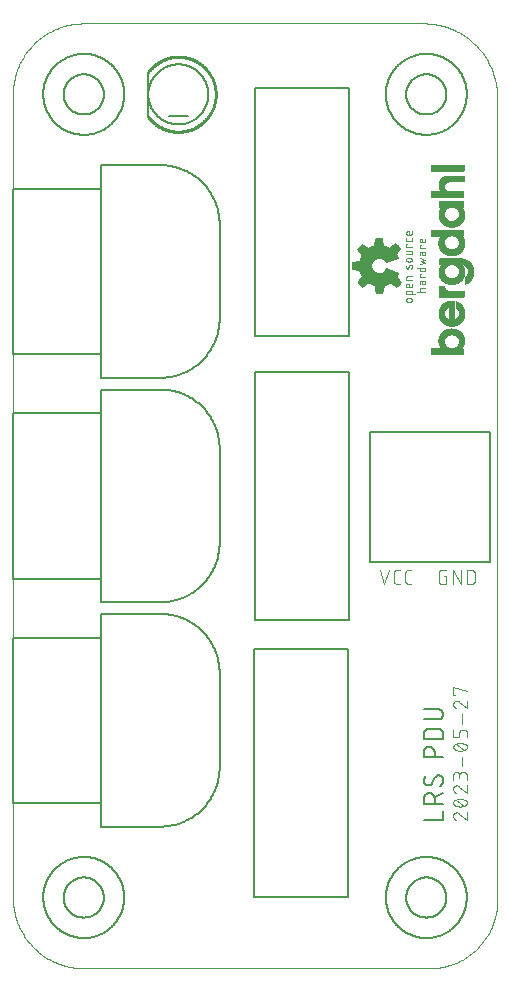
<source format=gto>
G75*
%MOIN*%
%OFA0B0*%
%FSLAX25Y25*%
%IPPOS*%
%LPD*%
%AMOC8*
5,1,8,0,0,1.08239X$1,22.5*
%
%ADD10C,0.00000*%
%ADD11C,0.00600*%
%ADD12C,0.00400*%
%ADD13C,0.00800*%
%ADD14C,0.01000*%
%ADD15C,0.00500*%
%ADD16C,0.00039*%
%ADD17C,0.00200*%
D10*
X0001500Y0025122D02*
X0001500Y0292839D01*
X0001507Y0293410D01*
X0001528Y0293980D01*
X0001562Y0294550D01*
X0001610Y0295119D01*
X0001672Y0295686D01*
X0001748Y0296252D01*
X0001837Y0296816D01*
X0001940Y0297377D01*
X0002057Y0297936D01*
X0002186Y0298492D01*
X0002330Y0299045D01*
X0002486Y0299594D01*
X0002656Y0300139D01*
X0002839Y0300679D01*
X0003035Y0301215D01*
X0003244Y0301747D01*
X0003466Y0302273D01*
X0003700Y0302793D01*
X0003947Y0303308D01*
X0004206Y0303817D01*
X0004477Y0304319D01*
X0004761Y0304814D01*
X0005056Y0305303D01*
X0005363Y0305784D01*
X0005681Y0306258D01*
X0006011Y0306724D01*
X0006352Y0307181D01*
X0006705Y0307631D01*
X0007067Y0308071D01*
X0007441Y0308503D01*
X0007824Y0308926D01*
X0008218Y0309339D01*
X0008622Y0309743D01*
X0009035Y0310137D01*
X0009458Y0310520D01*
X0009890Y0310894D01*
X0010330Y0311256D01*
X0010780Y0311609D01*
X0011237Y0311950D01*
X0011703Y0312280D01*
X0012177Y0312598D01*
X0012658Y0312905D01*
X0013147Y0313200D01*
X0013642Y0313484D01*
X0014144Y0313755D01*
X0014653Y0314014D01*
X0015168Y0314261D01*
X0015688Y0314495D01*
X0016214Y0314717D01*
X0016746Y0314926D01*
X0017282Y0315122D01*
X0017822Y0315305D01*
X0018367Y0315475D01*
X0018916Y0315631D01*
X0019469Y0315775D01*
X0020025Y0315904D01*
X0020584Y0316021D01*
X0021145Y0316124D01*
X0021709Y0316213D01*
X0022275Y0316289D01*
X0022842Y0316351D01*
X0023411Y0316399D01*
X0023981Y0316433D01*
X0024551Y0316454D01*
X0025122Y0316461D01*
X0139295Y0316461D01*
X0139295Y0316460D02*
X0139890Y0316429D01*
X0140483Y0316384D01*
X0141075Y0316324D01*
X0141666Y0316250D01*
X0142254Y0316162D01*
X0142840Y0316060D01*
X0143424Y0315943D01*
X0144004Y0315813D01*
X0144582Y0315668D01*
X0145155Y0315510D01*
X0145725Y0315337D01*
X0146290Y0315151D01*
X0146851Y0314952D01*
X0147406Y0314739D01*
X0147957Y0314512D01*
X0148502Y0314273D01*
X0149040Y0314020D01*
X0149573Y0313754D01*
X0150099Y0313476D01*
X0150618Y0313184D01*
X0151129Y0312881D01*
X0151634Y0312565D01*
X0152130Y0312237D01*
X0152619Y0311897D01*
X0153099Y0311545D01*
X0153571Y0311182D01*
X0154033Y0310808D01*
X0154487Y0310423D01*
X0154930Y0310026D01*
X0155365Y0309619D01*
X0155789Y0309202D01*
X0156203Y0308775D01*
X0156607Y0308337D01*
X0157000Y0307891D01*
X0157382Y0307434D01*
X0157753Y0306969D01*
X0158112Y0306495D01*
X0158460Y0306012D01*
X0158796Y0305521D01*
X0159121Y0305022D01*
X0159433Y0304515D01*
X0159733Y0304001D01*
X0160020Y0303480D01*
X0160294Y0302952D01*
X0160556Y0302418D01*
X0160805Y0301877D01*
X0161041Y0301331D01*
X0161263Y0300779D01*
X0161472Y0300221D01*
X0161667Y0299659D01*
X0161849Y0299093D01*
X0162017Y0298522D01*
X0162171Y0297947D01*
X0162312Y0297369D01*
X0162438Y0296787D01*
X0162550Y0296203D01*
X0162648Y0295616D01*
X0162732Y0295026D01*
X0162801Y0294435D01*
X0162857Y0293843D01*
X0162897Y0293249D01*
X0162924Y0292655D01*
X0162936Y0292060D01*
X0162934Y0291465D01*
X0162917Y0290870D01*
X0162917Y0023154D01*
X0162918Y0023154D02*
X0162887Y0022607D01*
X0162844Y0022061D01*
X0162787Y0021517D01*
X0162717Y0020974D01*
X0162634Y0020432D01*
X0162538Y0019893D01*
X0162429Y0019357D01*
X0162307Y0018823D01*
X0162172Y0018292D01*
X0162024Y0017765D01*
X0161864Y0017241D01*
X0161691Y0016722D01*
X0161506Y0016207D01*
X0161308Y0015696D01*
X0161098Y0015190D01*
X0160875Y0014690D01*
X0160641Y0014195D01*
X0160395Y0013706D01*
X0160137Y0013223D01*
X0159867Y0012746D01*
X0159586Y0012276D01*
X0159294Y0011813D01*
X0158991Y0011357D01*
X0158676Y0010909D01*
X0158351Y0010468D01*
X0158016Y0010036D01*
X0157670Y0009611D01*
X0157314Y0009195D01*
X0156948Y0008788D01*
X0156572Y0008390D01*
X0156187Y0008001D01*
X0155792Y0007621D01*
X0155388Y0007251D01*
X0154976Y0006891D01*
X0154555Y0006541D01*
X0154125Y0006201D01*
X0153688Y0005872D01*
X0153243Y0005553D01*
X0152790Y0005245D01*
X0152330Y0004948D01*
X0151862Y0004663D01*
X0151388Y0004389D01*
X0150908Y0004126D01*
X0150421Y0003875D01*
X0149929Y0003636D01*
X0149430Y0003409D01*
X0148927Y0003194D01*
X0148418Y0002991D01*
X0147905Y0002800D01*
X0147387Y0002622D01*
X0146865Y0002457D01*
X0146339Y0002304D01*
X0145810Y0002164D01*
X0145277Y0002037D01*
X0144742Y0001923D01*
X0144204Y0001821D01*
X0143663Y0001733D01*
X0143121Y0001658D01*
X0142577Y0001596D01*
X0142032Y0001547D01*
X0141485Y0001511D01*
X0140938Y0001489D01*
X0140391Y0001479D01*
X0139843Y0001483D01*
X0139296Y0001500D01*
X0139295Y0001500D02*
X0025122Y0001500D01*
X0024551Y0001507D01*
X0023981Y0001528D01*
X0023411Y0001562D01*
X0022842Y0001610D01*
X0022275Y0001672D01*
X0021709Y0001748D01*
X0021145Y0001837D01*
X0020584Y0001940D01*
X0020025Y0002057D01*
X0019469Y0002186D01*
X0018916Y0002330D01*
X0018367Y0002486D01*
X0017822Y0002656D01*
X0017282Y0002839D01*
X0016746Y0003035D01*
X0016214Y0003244D01*
X0015688Y0003466D01*
X0015168Y0003700D01*
X0014653Y0003947D01*
X0014144Y0004206D01*
X0013642Y0004477D01*
X0013147Y0004761D01*
X0012658Y0005056D01*
X0012177Y0005363D01*
X0011703Y0005681D01*
X0011237Y0006011D01*
X0010780Y0006352D01*
X0010330Y0006705D01*
X0009890Y0007067D01*
X0009458Y0007441D01*
X0009035Y0007824D01*
X0008622Y0008218D01*
X0008218Y0008622D01*
X0007824Y0009035D01*
X0007441Y0009458D01*
X0007067Y0009890D01*
X0006705Y0010330D01*
X0006352Y0010780D01*
X0006011Y0011237D01*
X0005681Y0011703D01*
X0005363Y0012177D01*
X0005056Y0012658D01*
X0004761Y0013147D01*
X0004477Y0013642D01*
X0004206Y0014144D01*
X0003947Y0014653D01*
X0003700Y0015168D01*
X0003466Y0015688D01*
X0003244Y0016214D01*
X0003035Y0016746D01*
X0002839Y0017282D01*
X0002656Y0017822D01*
X0002486Y0018367D01*
X0002330Y0018916D01*
X0002186Y0019469D01*
X0002057Y0020025D01*
X0001940Y0020584D01*
X0001837Y0021145D01*
X0001748Y0021709D01*
X0001672Y0022275D01*
X0001610Y0022842D01*
X0001562Y0023411D01*
X0001528Y0023981D01*
X0001507Y0024551D01*
X0001500Y0025122D01*
D11*
X0018429Y0025122D02*
X0018431Y0025286D01*
X0018437Y0025450D01*
X0018447Y0025614D01*
X0018461Y0025778D01*
X0018479Y0025941D01*
X0018501Y0026104D01*
X0018528Y0026266D01*
X0018558Y0026428D01*
X0018592Y0026588D01*
X0018630Y0026748D01*
X0018671Y0026907D01*
X0018717Y0027065D01*
X0018767Y0027221D01*
X0018820Y0027377D01*
X0018877Y0027531D01*
X0018938Y0027683D01*
X0019003Y0027834D01*
X0019072Y0027984D01*
X0019144Y0028131D01*
X0019219Y0028277D01*
X0019299Y0028421D01*
X0019381Y0028563D01*
X0019467Y0028703D01*
X0019557Y0028840D01*
X0019650Y0028976D01*
X0019746Y0029109D01*
X0019846Y0029240D01*
X0019948Y0029368D01*
X0020054Y0029494D01*
X0020163Y0029617D01*
X0020275Y0029737D01*
X0020389Y0029855D01*
X0020507Y0029969D01*
X0020627Y0030081D01*
X0020750Y0030190D01*
X0020876Y0030296D01*
X0021004Y0030398D01*
X0021135Y0030498D01*
X0021268Y0030594D01*
X0021404Y0030687D01*
X0021541Y0030777D01*
X0021681Y0030863D01*
X0021823Y0030945D01*
X0021967Y0031025D01*
X0022113Y0031100D01*
X0022260Y0031172D01*
X0022410Y0031241D01*
X0022561Y0031306D01*
X0022713Y0031367D01*
X0022867Y0031424D01*
X0023023Y0031477D01*
X0023179Y0031527D01*
X0023337Y0031573D01*
X0023496Y0031614D01*
X0023656Y0031652D01*
X0023816Y0031686D01*
X0023978Y0031716D01*
X0024140Y0031743D01*
X0024303Y0031765D01*
X0024466Y0031783D01*
X0024630Y0031797D01*
X0024794Y0031807D01*
X0024958Y0031813D01*
X0025122Y0031815D01*
X0025286Y0031813D01*
X0025450Y0031807D01*
X0025614Y0031797D01*
X0025778Y0031783D01*
X0025941Y0031765D01*
X0026104Y0031743D01*
X0026266Y0031716D01*
X0026428Y0031686D01*
X0026588Y0031652D01*
X0026748Y0031614D01*
X0026907Y0031573D01*
X0027065Y0031527D01*
X0027221Y0031477D01*
X0027377Y0031424D01*
X0027531Y0031367D01*
X0027683Y0031306D01*
X0027834Y0031241D01*
X0027984Y0031172D01*
X0028131Y0031100D01*
X0028277Y0031025D01*
X0028421Y0030945D01*
X0028563Y0030863D01*
X0028703Y0030777D01*
X0028840Y0030687D01*
X0028976Y0030594D01*
X0029109Y0030498D01*
X0029240Y0030398D01*
X0029368Y0030296D01*
X0029494Y0030190D01*
X0029617Y0030081D01*
X0029737Y0029969D01*
X0029855Y0029855D01*
X0029969Y0029737D01*
X0030081Y0029617D01*
X0030190Y0029494D01*
X0030296Y0029368D01*
X0030398Y0029240D01*
X0030498Y0029109D01*
X0030594Y0028976D01*
X0030687Y0028840D01*
X0030777Y0028703D01*
X0030863Y0028563D01*
X0030945Y0028421D01*
X0031025Y0028277D01*
X0031100Y0028131D01*
X0031172Y0027984D01*
X0031241Y0027834D01*
X0031306Y0027683D01*
X0031367Y0027531D01*
X0031424Y0027377D01*
X0031477Y0027221D01*
X0031527Y0027065D01*
X0031573Y0026907D01*
X0031614Y0026748D01*
X0031652Y0026588D01*
X0031686Y0026428D01*
X0031716Y0026266D01*
X0031743Y0026104D01*
X0031765Y0025941D01*
X0031783Y0025778D01*
X0031797Y0025614D01*
X0031807Y0025450D01*
X0031813Y0025286D01*
X0031815Y0025122D01*
X0031813Y0024958D01*
X0031807Y0024794D01*
X0031797Y0024630D01*
X0031783Y0024466D01*
X0031765Y0024303D01*
X0031743Y0024140D01*
X0031716Y0023978D01*
X0031686Y0023816D01*
X0031652Y0023656D01*
X0031614Y0023496D01*
X0031573Y0023337D01*
X0031527Y0023179D01*
X0031477Y0023023D01*
X0031424Y0022867D01*
X0031367Y0022713D01*
X0031306Y0022561D01*
X0031241Y0022410D01*
X0031172Y0022260D01*
X0031100Y0022113D01*
X0031025Y0021967D01*
X0030945Y0021823D01*
X0030863Y0021681D01*
X0030777Y0021541D01*
X0030687Y0021404D01*
X0030594Y0021268D01*
X0030498Y0021135D01*
X0030398Y0021004D01*
X0030296Y0020876D01*
X0030190Y0020750D01*
X0030081Y0020627D01*
X0029969Y0020507D01*
X0029855Y0020389D01*
X0029737Y0020275D01*
X0029617Y0020163D01*
X0029494Y0020054D01*
X0029368Y0019948D01*
X0029240Y0019846D01*
X0029109Y0019746D01*
X0028976Y0019650D01*
X0028840Y0019557D01*
X0028703Y0019467D01*
X0028563Y0019381D01*
X0028421Y0019299D01*
X0028277Y0019219D01*
X0028131Y0019144D01*
X0027984Y0019072D01*
X0027834Y0019003D01*
X0027683Y0018938D01*
X0027531Y0018877D01*
X0027377Y0018820D01*
X0027221Y0018767D01*
X0027065Y0018717D01*
X0026907Y0018671D01*
X0026748Y0018630D01*
X0026588Y0018592D01*
X0026428Y0018558D01*
X0026266Y0018528D01*
X0026104Y0018501D01*
X0025941Y0018479D01*
X0025778Y0018461D01*
X0025614Y0018447D01*
X0025450Y0018437D01*
X0025286Y0018431D01*
X0025122Y0018429D01*
X0024958Y0018431D01*
X0024794Y0018437D01*
X0024630Y0018447D01*
X0024466Y0018461D01*
X0024303Y0018479D01*
X0024140Y0018501D01*
X0023978Y0018528D01*
X0023816Y0018558D01*
X0023656Y0018592D01*
X0023496Y0018630D01*
X0023337Y0018671D01*
X0023179Y0018717D01*
X0023023Y0018767D01*
X0022867Y0018820D01*
X0022713Y0018877D01*
X0022561Y0018938D01*
X0022410Y0019003D01*
X0022260Y0019072D01*
X0022113Y0019144D01*
X0021967Y0019219D01*
X0021823Y0019299D01*
X0021681Y0019381D01*
X0021541Y0019467D01*
X0021404Y0019557D01*
X0021268Y0019650D01*
X0021135Y0019746D01*
X0021004Y0019846D01*
X0020876Y0019948D01*
X0020750Y0020054D01*
X0020627Y0020163D01*
X0020507Y0020275D01*
X0020389Y0020389D01*
X0020275Y0020507D01*
X0020163Y0020627D01*
X0020054Y0020750D01*
X0019948Y0020876D01*
X0019846Y0021004D01*
X0019746Y0021135D01*
X0019650Y0021268D01*
X0019557Y0021404D01*
X0019467Y0021541D01*
X0019381Y0021681D01*
X0019299Y0021823D01*
X0019219Y0021967D01*
X0019144Y0022113D01*
X0019072Y0022260D01*
X0019003Y0022410D01*
X0018938Y0022561D01*
X0018877Y0022713D01*
X0018820Y0022867D01*
X0018767Y0023023D01*
X0018717Y0023179D01*
X0018671Y0023337D01*
X0018630Y0023496D01*
X0018592Y0023656D01*
X0018558Y0023816D01*
X0018528Y0023978D01*
X0018501Y0024140D01*
X0018479Y0024303D01*
X0018461Y0024466D01*
X0018447Y0024630D01*
X0018437Y0024794D01*
X0018431Y0024958D01*
X0018429Y0025122D01*
X0011622Y0025122D02*
X0011626Y0025453D01*
X0011638Y0025784D01*
X0011659Y0026115D01*
X0011687Y0026445D01*
X0011724Y0026775D01*
X0011768Y0027103D01*
X0011821Y0027430D01*
X0011881Y0027756D01*
X0011950Y0028080D01*
X0012027Y0028402D01*
X0012111Y0028723D01*
X0012203Y0029041D01*
X0012303Y0029357D01*
X0012411Y0029670D01*
X0012527Y0029981D01*
X0012650Y0030288D01*
X0012780Y0030593D01*
X0012918Y0030894D01*
X0013063Y0031192D01*
X0013216Y0031486D01*
X0013376Y0031776D01*
X0013543Y0032062D01*
X0013716Y0032344D01*
X0013897Y0032622D01*
X0014085Y0032895D01*
X0014279Y0033164D01*
X0014479Y0033428D01*
X0014686Y0033686D01*
X0014900Y0033940D01*
X0015119Y0034188D01*
X0015345Y0034431D01*
X0015576Y0034668D01*
X0015813Y0034899D01*
X0016056Y0035125D01*
X0016304Y0035344D01*
X0016558Y0035558D01*
X0016816Y0035765D01*
X0017080Y0035965D01*
X0017349Y0036159D01*
X0017622Y0036347D01*
X0017900Y0036528D01*
X0018182Y0036701D01*
X0018468Y0036868D01*
X0018758Y0037028D01*
X0019052Y0037181D01*
X0019350Y0037326D01*
X0019651Y0037464D01*
X0019956Y0037594D01*
X0020263Y0037717D01*
X0020574Y0037833D01*
X0020887Y0037941D01*
X0021203Y0038041D01*
X0021521Y0038133D01*
X0021842Y0038217D01*
X0022164Y0038294D01*
X0022488Y0038363D01*
X0022814Y0038423D01*
X0023141Y0038476D01*
X0023469Y0038520D01*
X0023799Y0038557D01*
X0024129Y0038585D01*
X0024460Y0038606D01*
X0024791Y0038618D01*
X0025122Y0038622D01*
X0025453Y0038618D01*
X0025784Y0038606D01*
X0026115Y0038585D01*
X0026445Y0038557D01*
X0026775Y0038520D01*
X0027103Y0038476D01*
X0027430Y0038423D01*
X0027756Y0038363D01*
X0028080Y0038294D01*
X0028402Y0038217D01*
X0028723Y0038133D01*
X0029041Y0038041D01*
X0029357Y0037941D01*
X0029670Y0037833D01*
X0029981Y0037717D01*
X0030288Y0037594D01*
X0030593Y0037464D01*
X0030894Y0037326D01*
X0031192Y0037181D01*
X0031486Y0037028D01*
X0031776Y0036868D01*
X0032062Y0036701D01*
X0032344Y0036528D01*
X0032622Y0036347D01*
X0032895Y0036159D01*
X0033164Y0035965D01*
X0033428Y0035765D01*
X0033686Y0035558D01*
X0033940Y0035344D01*
X0034188Y0035125D01*
X0034431Y0034899D01*
X0034668Y0034668D01*
X0034899Y0034431D01*
X0035125Y0034188D01*
X0035344Y0033940D01*
X0035558Y0033686D01*
X0035765Y0033428D01*
X0035965Y0033164D01*
X0036159Y0032895D01*
X0036347Y0032622D01*
X0036528Y0032344D01*
X0036701Y0032062D01*
X0036868Y0031776D01*
X0037028Y0031486D01*
X0037181Y0031192D01*
X0037326Y0030894D01*
X0037464Y0030593D01*
X0037594Y0030288D01*
X0037717Y0029981D01*
X0037833Y0029670D01*
X0037941Y0029357D01*
X0038041Y0029041D01*
X0038133Y0028723D01*
X0038217Y0028402D01*
X0038294Y0028080D01*
X0038363Y0027756D01*
X0038423Y0027430D01*
X0038476Y0027103D01*
X0038520Y0026775D01*
X0038557Y0026445D01*
X0038585Y0026115D01*
X0038606Y0025784D01*
X0038618Y0025453D01*
X0038622Y0025122D01*
X0038618Y0024791D01*
X0038606Y0024460D01*
X0038585Y0024129D01*
X0038557Y0023799D01*
X0038520Y0023469D01*
X0038476Y0023141D01*
X0038423Y0022814D01*
X0038363Y0022488D01*
X0038294Y0022164D01*
X0038217Y0021842D01*
X0038133Y0021521D01*
X0038041Y0021203D01*
X0037941Y0020887D01*
X0037833Y0020574D01*
X0037717Y0020263D01*
X0037594Y0019956D01*
X0037464Y0019651D01*
X0037326Y0019350D01*
X0037181Y0019052D01*
X0037028Y0018758D01*
X0036868Y0018468D01*
X0036701Y0018182D01*
X0036528Y0017900D01*
X0036347Y0017622D01*
X0036159Y0017349D01*
X0035965Y0017080D01*
X0035765Y0016816D01*
X0035558Y0016558D01*
X0035344Y0016304D01*
X0035125Y0016056D01*
X0034899Y0015813D01*
X0034668Y0015576D01*
X0034431Y0015345D01*
X0034188Y0015119D01*
X0033940Y0014900D01*
X0033686Y0014686D01*
X0033428Y0014479D01*
X0033164Y0014279D01*
X0032895Y0014085D01*
X0032622Y0013897D01*
X0032344Y0013716D01*
X0032062Y0013543D01*
X0031776Y0013376D01*
X0031486Y0013216D01*
X0031192Y0013063D01*
X0030894Y0012918D01*
X0030593Y0012780D01*
X0030288Y0012650D01*
X0029981Y0012527D01*
X0029670Y0012411D01*
X0029357Y0012303D01*
X0029041Y0012203D01*
X0028723Y0012111D01*
X0028402Y0012027D01*
X0028080Y0011950D01*
X0027756Y0011881D01*
X0027430Y0011821D01*
X0027103Y0011768D01*
X0026775Y0011724D01*
X0026445Y0011687D01*
X0026115Y0011659D01*
X0025784Y0011638D01*
X0025453Y0011626D01*
X0025122Y0011622D01*
X0024791Y0011626D01*
X0024460Y0011638D01*
X0024129Y0011659D01*
X0023799Y0011687D01*
X0023469Y0011724D01*
X0023141Y0011768D01*
X0022814Y0011821D01*
X0022488Y0011881D01*
X0022164Y0011950D01*
X0021842Y0012027D01*
X0021521Y0012111D01*
X0021203Y0012203D01*
X0020887Y0012303D01*
X0020574Y0012411D01*
X0020263Y0012527D01*
X0019956Y0012650D01*
X0019651Y0012780D01*
X0019350Y0012918D01*
X0019052Y0013063D01*
X0018758Y0013216D01*
X0018468Y0013376D01*
X0018182Y0013543D01*
X0017900Y0013716D01*
X0017622Y0013897D01*
X0017349Y0014085D01*
X0017080Y0014279D01*
X0016816Y0014479D01*
X0016558Y0014686D01*
X0016304Y0014900D01*
X0016056Y0015119D01*
X0015813Y0015345D01*
X0015576Y0015576D01*
X0015345Y0015813D01*
X0015119Y0016056D01*
X0014900Y0016304D01*
X0014686Y0016558D01*
X0014479Y0016816D01*
X0014279Y0017080D01*
X0014085Y0017349D01*
X0013897Y0017622D01*
X0013716Y0017900D01*
X0013543Y0018182D01*
X0013376Y0018468D01*
X0013216Y0018758D01*
X0013063Y0019052D01*
X0012918Y0019350D01*
X0012780Y0019651D01*
X0012650Y0019956D01*
X0012527Y0020263D01*
X0012411Y0020574D01*
X0012303Y0020887D01*
X0012203Y0021203D01*
X0012111Y0021521D01*
X0012027Y0021842D01*
X0011950Y0022164D01*
X0011881Y0022488D01*
X0011821Y0022814D01*
X0011768Y0023141D01*
X0011724Y0023469D01*
X0011687Y0023799D01*
X0011659Y0024129D01*
X0011638Y0024460D01*
X0011626Y0024791D01*
X0011622Y0025122D01*
X0132602Y0025122D02*
X0132604Y0025286D01*
X0132610Y0025450D01*
X0132620Y0025614D01*
X0132634Y0025778D01*
X0132652Y0025941D01*
X0132674Y0026104D01*
X0132701Y0026266D01*
X0132731Y0026428D01*
X0132765Y0026588D01*
X0132803Y0026748D01*
X0132844Y0026907D01*
X0132890Y0027065D01*
X0132940Y0027221D01*
X0132993Y0027377D01*
X0133050Y0027531D01*
X0133111Y0027683D01*
X0133176Y0027834D01*
X0133245Y0027984D01*
X0133317Y0028131D01*
X0133392Y0028277D01*
X0133472Y0028421D01*
X0133554Y0028563D01*
X0133640Y0028703D01*
X0133730Y0028840D01*
X0133823Y0028976D01*
X0133919Y0029109D01*
X0134019Y0029240D01*
X0134121Y0029368D01*
X0134227Y0029494D01*
X0134336Y0029617D01*
X0134448Y0029737D01*
X0134562Y0029855D01*
X0134680Y0029969D01*
X0134800Y0030081D01*
X0134923Y0030190D01*
X0135049Y0030296D01*
X0135177Y0030398D01*
X0135308Y0030498D01*
X0135441Y0030594D01*
X0135577Y0030687D01*
X0135714Y0030777D01*
X0135854Y0030863D01*
X0135996Y0030945D01*
X0136140Y0031025D01*
X0136286Y0031100D01*
X0136433Y0031172D01*
X0136583Y0031241D01*
X0136734Y0031306D01*
X0136886Y0031367D01*
X0137040Y0031424D01*
X0137196Y0031477D01*
X0137352Y0031527D01*
X0137510Y0031573D01*
X0137669Y0031614D01*
X0137829Y0031652D01*
X0137989Y0031686D01*
X0138151Y0031716D01*
X0138313Y0031743D01*
X0138476Y0031765D01*
X0138639Y0031783D01*
X0138803Y0031797D01*
X0138967Y0031807D01*
X0139131Y0031813D01*
X0139295Y0031815D01*
X0139459Y0031813D01*
X0139623Y0031807D01*
X0139787Y0031797D01*
X0139951Y0031783D01*
X0140114Y0031765D01*
X0140277Y0031743D01*
X0140439Y0031716D01*
X0140601Y0031686D01*
X0140761Y0031652D01*
X0140921Y0031614D01*
X0141080Y0031573D01*
X0141238Y0031527D01*
X0141394Y0031477D01*
X0141550Y0031424D01*
X0141704Y0031367D01*
X0141856Y0031306D01*
X0142007Y0031241D01*
X0142157Y0031172D01*
X0142304Y0031100D01*
X0142450Y0031025D01*
X0142594Y0030945D01*
X0142736Y0030863D01*
X0142876Y0030777D01*
X0143013Y0030687D01*
X0143149Y0030594D01*
X0143282Y0030498D01*
X0143413Y0030398D01*
X0143541Y0030296D01*
X0143667Y0030190D01*
X0143790Y0030081D01*
X0143910Y0029969D01*
X0144028Y0029855D01*
X0144142Y0029737D01*
X0144254Y0029617D01*
X0144363Y0029494D01*
X0144469Y0029368D01*
X0144571Y0029240D01*
X0144671Y0029109D01*
X0144767Y0028976D01*
X0144860Y0028840D01*
X0144950Y0028703D01*
X0145036Y0028563D01*
X0145118Y0028421D01*
X0145198Y0028277D01*
X0145273Y0028131D01*
X0145345Y0027984D01*
X0145414Y0027834D01*
X0145479Y0027683D01*
X0145540Y0027531D01*
X0145597Y0027377D01*
X0145650Y0027221D01*
X0145700Y0027065D01*
X0145746Y0026907D01*
X0145787Y0026748D01*
X0145825Y0026588D01*
X0145859Y0026428D01*
X0145889Y0026266D01*
X0145916Y0026104D01*
X0145938Y0025941D01*
X0145956Y0025778D01*
X0145970Y0025614D01*
X0145980Y0025450D01*
X0145986Y0025286D01*
X0145988Y0025122D01*
X0145986Y0024958D01*
X0145980Y0024794D01*
X0145970Y0024630D01*
X0145956Y0024466D01*
X0145938Y0024303D01*
X0145916Y0024140D01*
X0145889Y0023978D01*
X0145859Y0023816D01*
X0145825Y0023656D01*
X0145787Y0023496D01*
X0145746Y0023337D01*
X0145700Y0023179D01*
X0145650Y0023023D01*
X0145597Y0022867D01*
X0145540Y0022713D01*
X0145479Y0022561D01*
X0145414Y0022410D01*
X0145345Y0022260D01*
X0145273Y0022113D01*
X0145198Y0021967D01*
X0145118Y0021823D01*
X0145036Y0021681D01*
X0144950Y0021541D01*
X0144860Y0021404D01*
X0144767Y0021268D01*
X0144671Y0021135D01*
X0144571Y0021004D01*
X0144469Y0020876D01*
X0144363Y0020750D01*
X0144254Y0020627D01*
X0144142Y0020507D01*
X0144028Y0020389D01*
X0143910Y0020275D01*
X0143790Y0020163D01*
X0143667Y0020054D01*
X0143541Y0019948D01*
X0143413Y0019846D01*
X0143282Y0019746D01*
X0143149Y0019650D01*
X0143013Y0019557D01*
X0142876Y0019467D01*
X0142736Y0019381D01*
X0142594Y0019299D01*
X0142450Y0019219D01*
X0142304Y0019144D01*
X0142157Y0019072D01*
X0142007Y0019003D01*
X0141856Y0018938D01*
X0141704Y0018877D01*
X0141550Y0018820D01*
X0141394Y0018767D01*
X0141238Y0018717D01*
X0141080Y0018671D01*
X0140921Y0018630D01*
X0140761Y0018592D01*
X0140601Y0018558D01*
X0140439Y0018528D01*
X0140277Y0018501D01*
X0140114Y0018479D01*
X0139951Y0018461D01*
X0139787Y0018447D01*
X0139623Y0018437D01*
X0139459Y0018431D01*
X0139295Y0018429D01*
X0139131Y0018431D01*
X0138967Y0018437D01*
X0138803Y0018447D01*
X0138639Y0018461D01*
X0138476Y0018479D01*
X0138313Y0018501D01*
X0138151Y0018528D01*
X0137989Y0018558D01*
X0137829Y0018592D01*
X0137669Y0018630D01*
X0137510Y0018671D01*
X0137352Y0018717D01*
X0137196Y0018767D01*
X0137040Y0018820D01*
X0136886Y0018877D01*
X0136734Y0018938D01*
X0136583Y0019003D01*
X0136433Y0019072D01*
X0136286Y0019144D01*
X0136140Y0019219D01*
X0135996Y0019299D01*
X0135854Y0019381D01*
X0135714Y0019467D01*
X0135577Y0019557D01*
X0135441Y0019650D01*
X0135308Y0019746D01*
X0135177Y0019846D01*
X0135049Y0019948D01*
X0134923Y0020054D01*
X0134800Y0020163D01*
X0134680Y0020275D01*
X0134562Y0020389D01*
X0134448Y0020507D01*
X0134336Y0020627D01*
X0134227Y0020750D01*
X0134121Y0020876D01*
X0134019Y0021004D01*
X0133919Y0021135D01*
X0133823Y0021268D01*
X0133730Y0021404D01*
X0133640Y0021541D01*
X0133554Y0021681D01*
X0133472Y0021823D01*
X0133392Y0021967D01*
X0133317Y0022113D01*
X0133245Y0022260D01*
X0133176Y0022410D01*
X0133111Y0022561D01*
X0133050Y0022713D01*
X0132993Y0022867D01*
X0132940Y0023023D01*
X0132890Y0023179D01*
X0132844Y0023337D01*
X0132803Y0023496D01*
X0132765Y0023656D01*
X0132731Y0023816D01*
X0132701Y0023978D01*
X0132674Y0024140D01*
X0132652Y0024303D01*
X0132634Y0024466D01*
X0132620Y0024630D01*
X0132610Y0024794D01*
X0132604Y0024958D01*
X0132602Y0025122D01*
X0125795Y0025122D02*
X0125799Y0025453D01*
X0125811Y0025784D01*
X0125832Y0026115D01*
X0125860Y0026445D01*
X0125897Y0026775D01*
X0125941Y0027103D01*
X0125994Y0027430D01*
X0126054Y0027756D01*
X0126123Y0028080D01*
X0126200Y0028402D01*
X0126284Y0028723D01*
X0126376Y0029041D01*
X0126476Y0029357D01*
X0126584Y0029670D01*
X0126700Y0029981D01*
X0126823Y0030288D01*
X0126953Y0030593D01*
X0127091Y0030894D01*
X0127236Y0031192D01*
X0127389Y0031486D01*
X0127549Y0031776D01*
X0127716Y0032062D01*
X0127889Y0032344D01*
X0128070Y0032622D01*
X0128258Y0032895D01*
X0128452Y0033164D01*
X0128652Y0033428D01*
X0128859Y0033686D01*
X0129073Y0033940D01*
X0129292Y0034188D01*
X0129518Y0034431D01*
X0129749Y0034668D01*
X0129986Y0034899D01*
X0130229Y0035125D01*
X0130477Y0035344D01*
X0130731Y0035558D01*
X0130989Y0035765D01*
X0131253Y0035965D01*
X0131522Y0036159D01*
X0131795Y0036347D01*
X0132073Y0036528D01*
X0132355Y0036701D01*
X0132641Y0036868D01*
X0132931Y0037028D01*
X0133225Y0037181D01*
X0133523Y0037326D01*
X0133824Y0037464D01*
X0134129Y0037594D01*
X0134436Y0037717D01*
X0134747Y0037833D01*
X0135060Y0037941D01*
X0135376Y0038041D01*
X0135694Y0038133D01*
X0136015Y0038217D01*
X0136337Y0038294D01*
X0136661Y0038363D01*
X0136987Y0038423D01*
X0137314Y0038476D01*
X0137642Y0038520D01*
X0137972Y0038557D01*
X0138302Y0038585D01*
X0138633Y0038606D01*
X0138964Y0038618D01*
X0139295Y0038622D01*
X0139626Y0038618D01*
X0139957Y0038606D01*
X0140288Y0038585D01*
X0140618Y0038557D01*
X0140948Y0038520D01*
X0141276Y0038476D01*
X0141603Y0038423D01*
X0141929Y0038363D01*
X0142253Y0038294D01*
X0142575Y0038217D01*
X0142896Y0038133D01*
X0143214Y0038041D01*
X0143530Y0037941D01*
X0143843Y0037833D01*
X0144154Y0037717D01*
X0144461Y0037594D01*
X0144766Y0037464D01*
X0145067Y0037326D01*
X0145365Y0037181D01*
X0145659Y0037028D01*
X0145949Y0036868D01*
X0146235Y0036701D01*
X0146517Y0036528D01*
X0146795Y0036347D01*
X0147068Y0036159D01*
X0147337Y0035965D01*
X0147601Y0035765D01*
X0147859Y0035558D01*
X0148113Y0035344D01*
X0148361Y0035125D01*
X0148604Y0034899D01*
X0148841Y0034668D01*
X0149072Y0034431D01*
X0149298Y0034188D01*
X0149517Y0033940D01*
X0149731Y0033686D01*
X0149938Y0033428D01*
X0150138Y0033164D01*
X0150332Y0032895D01*
X0150520Y0032622D01*
X0150701Y0032344D01*
X0150874Y0032062D01*
X0151041Y0031776D01*
X0151201Y0031486D01*
X0151354Y0031192D01*
X0151499Y0030894D01*
X0151637Y0030593D01*
X0151767Y0030288D01*
X0151890Y0029981D01*
X0152006Y0029670D01*
X0152114Y0029357D01*
X0152214Y0029041D01*
X0152306Y0028723D01*
X0152390Y0028402D01*
X0152467Y0028080D01*
X0152536Y0027756D01*
X0152596Y0027430D01*
X0152649Y0027103D01*
X0152693Y0026775D01*
X0152730Y0026445D01*
X0152758Y0026115D01*
X0152779Y0025784D01*
X0152791Y0025453D01*
X0152795Y0025122D01*
X0152791Y0024791D01*
X0152779Y0024460D01*
X0152758Y0024129D01*
X0152730Y0023799D01*
X0152693Y0023469D01*
X0152649Y0023141D01*
X0152596Y0022814D01*
X0152536Y0022488D01*
X0152467Y0022164D01*
X0152390Y0021842D01*
X0152306Y0021521D01*
X0152214Y0021203D01*
X0152114Y0020887D01*
X0152006Y0020574D01*
X0151890Y0020263D01*
X0151767Y0019956D01*
X0151637Y0019651D01*
X0151499Y0019350D01*
X0151354Y0019052D01*
X0151201Y0018758D01*
X0151041Y0018468D01*
X0150874Y0018182D01*
X0150701Y0017900D01*
X0150520Y0017622D01*
X0150332Y0017349D01*
X0150138Y0017080D01*
X0149938Y0016816D01*
X0149731Y0016558D01*
X0149517Y0016304D01*
X0149298Y0016056D01*
X0149072Y0015813D01*
X0148841Y0015576D01*
X0148604Y0015345D01*
X0148361Y0015119D01*
X0148113Y0014900D01*
X0147859Y0014686D01*
X0147601Y0014479D01*
X0147337Y0014279D01*
X0147068Y0014085D01*
X0146795Y0013897D01*
X0146517Y0013716D01*
X0146235Y0013543D01*
X0145949Y0013376D01*
X0145659Y0013216D01*
X0145365Y0013063D01*
X0145067Y0012918D01*
X0144766Y0012780D01*
X0144461Y0012650D01*
X0144154Y0012527D01*
X0143843Y0012411D01*
X0143530Y0012303D01*
X0143214Y0012203D01*
X0142896Y0012111D01*
X0142575Y0012027D01*
X0142253Y0011950D01*
X0141929Y0011881D01*
X0141603Y0011821D01*
X0141276Y0011768D01*
X0140948Y0011724D01*
X0140618Y0011687D01*
X0140288Y0011659D01*
X0139957Y0011638D01*
X0139626Y0011626D01*
X0139295Y0011622D01*
X0138964Y0011626D01*
X0138633Y0011638D01*
X0138302Y0011659D01*
X0137972Y0011687D01*
X0137642Y0011724D01*
X0137314Y0011768D01*
X0136987Y0011821D01*
X0136661Y0011881D01*
X0136337Y0011950D01*
X0136015Y0012027D01*
X0135694Y0012111D01*
X0135376Y0012203D01*
X0135060Y0012303D01*
X0134747Y0012411D01*
X0134436Y0012527D01*
X0134129Y0012650D01*
X0133824Y0012780D01*
X0133523Y0012918D01*
X0133225Y0013063D01*
X0132931Y0013216D01*
X0132641Y0013376D01*
X0132355Y0013543D01*
X0132073Y0013716D01*
X0131795Y0013897D01*
X0131522Y0014085D01*
X0131253Y0014279D01*
X0130989Y0014479D01*
X0130731Y0014686D01*
X0130477Y0014900D01*
X0130229Y0015119D01*
X0129986Y0015345D01*
X0129749Y0015576D01*
X0129518Y0015813D01*
X0129292Y0016056D01*
X0129073Y0016304D01*
X0128859Y0016558D01*
X0128652Y0016816D01*
X0128452Y0017080D01*
X0128258Y0017349D01*
X0128070Y0017622D01*
X0127889Y0017900D01*
X0127716Y0018182D01*
X0127549Y0018468D01*
X0127389Y0018758D01*
X0127236Y0019052D01*
X0127091Y0019350D01*
X0126953Y0019651D01*
X0126823Y0019956D01*
X0126700Y0020263D01*
X0126584Y0020574D01*
X0126476Y0020887D01*
X0126376Y0021203D01*
X0126284Y0021521D01*
X0126200Y0021842D01*
X0126123Y0022164D01*
X0126054Y0022488D01*
X0125994Y0022814D01*
X0125941Y0023141D01*
X0125897Y0023469D01*
X0125860Y0023799D01*
X0125832Y0024129D01*
X0125811Y0024460D01*
X0125799Y0024791D01*
X0125795Y0025122D01*
X0138501Y0051013D02*
X0144901Y0051013D01*
X0144901Y0053857D01*
X0144901Y0056370D02*
X0138501Y0056370D01*
X0138501Y0058148D01*
X0138503Y0058231D01*
X0138509Y0058314D01*
X0138519Y0058397D01*
X0138532Y0058480D01*
X0138550Y0058561D01*
X0138571Y0058642D01*
X0138596Y0058721D01*
X0138625Y0058799D01*
X0138657Y0058876D01*
X0138693Y0058951D01*
X0138732Y0059025D01*
X0138775Y0059096D01*
X0138821Y0059166D01*
X0138871Y0059233D01*
X0138923Y0059298D01*
X0138978Y0059360D01*
X0139037Y0059420D01*
X0139098Y0059477D01*
X0139161Y0059531D01*
X0139227Y0059582D01*
X0139296Y0059629D01*
X0139366Y0059674D01*
X0139439Y0059715D01*
X0139513Y0059752D01*
X0139589Y0059787D01*
X0139667Y0059817D01*
X0139745Y0059844D01*
X0139826Y0059867D01*
X0139907Y0059887D01*
X0139989Y0059902D01*
X0140071Y0059914D01*
X0140154Y0059922D01*
X0140237Y0059926D01*
X0140321Y0059926D01*
X0140404Y0059922D01*
X0140487Y0059914D01*
X0140569Y0059902D01*
X0140651Y0059887D01*
X0140732Y0059867D01*
X0140813Y0059844D01*
X0140891Y0059817D01*
X0140969Y0059787D01*
X0141045Y0059752D01*
X0141119Y0059715D01*
X0141192Y0059674D01*
X0141262Y0059629D01*
X0141331Y0059582D01*
X0141397Y0059531D01*
X0141460Y0059477D01*
X0141521Y0059420D01*
X0141580Y0059360D01*
X0141635Y0059298D01*
X0141687Y0059233D01*
X0141737Y0059166D01*
X0141783Y0059096D01*
X0141826Y0059025D01*
X0141865Y0058951D01*
X0141901Y0058876D01*
X0141933Y0058799D01*
X0141962Y0058721D01*
X0141987Y0058642D01*
X0142008Y0058561D01*
X0142026Y0058480D01*
X0142039Y0058397D01*
X0142049Y0058314D01*
X0142055Y0058231D01*
X0142057Y0058148D01*
X0142056Y0058148D02*
X0142056Y0056370D01*
X0142056Y0058504D02*
X0144901Y0059926D01*
X0142235Y0065127D02*
X0142275Y0065191D01*
X0142318Y0065252D01*
X0142364Y0065311D01*
X0142413Y0065368D01*
X0142465Y0065422D01*
X0142519Y0065473D01*
X0142577Y0065521D01*
X0142636Y0065567D01*
X0142698Y0065609D01*
X0142763Y0065648D01*
X0142829Y0065683D01*
X0142896Y0065715D01*
X0142966Y0065744D01*
X0143036Y0065769D01*
X0143108Y0065790D01*
X0143181Y0065807D01*
X0143255Y0065821D01*
X0143329Y0065830D01*
X0143404Y0065836D01*
X0143479Y0065838D01*
X0143479Y0065839D02*
X0143553Y0065837D01*
X0143628Y0065831D01*
X0143701Y0065821D01*
X0143775Y0065808D01*
X0143847Y0065791D01*
X0143918Y0065769D01*
X0143989Y0065745D01*
X0144057Y0065716D01*
X0144125Y0065684D01*
X0144190Y0065648D01*
X0144253Y0065610D01*
X0144315Y0065567D01*
X0144374Y0065522D01*
X0144431Y0065474D01*
X0144485Y0065423D01*
X0144536Y0065369D01*
X0144584Y0065312D01*
X0144629Y0065253D01*
X0144672Y0065191D01*
X0144710Y0065128D01*
X0144746Y0065063D01*
X0144778Y0064995D01*
X0144807Y0064927D01*
X0144831Y0064856D01*
X0144853Y0064785D01*
X0144870Y0064713D01*
X0144883Y0064639D01*
X0144893Y0064566D01*
X0144899Y0064491D01*
X0144901Y0064417D01*
X0142234Y0065128D02*
X0141167Y0063172D01*
X0138500Y0063883D02*
X0138502Y0063984D01*
X0138508Y0064085D01*
X0138517Y0064185D01*
X0138531Y0064285D01*
X0138548Y0064385D01*
X0138568Y0064484D01*
X0138593Y0064581D01*
X0138621Y0064678D01*
X0138653Y0064774D01*
X0138689Y0064869D01*
X0138728Y0064962D01*
X0138770Y0065053D01*
X0138816Y0065143D01*
X0138866Y0065231D01*
X0138918Y0065317D01*
X0138974Y0065401D01*
X0139033Y0065483D01*
X0141167Y0063172D02*
X0141127Y0063108D01*
X0141084Y0063047D01*
X0141038Y0062988D01*
X0140989Y0062931D01*
X0140937Y0062877D01*
X0140883Y0062826D01*
X0140825Y0062778D01*
X0140766Y0062732D01*
X0140704Y0062690D01*
X0140639Y0062651D01*
X0140573Y0062616D01*
X0140506Y0062584D01*
X0140436Y0062555D01*
X0140366Y0062530D01*
X0140294Y0062509D01*
X0140221Y0062492D01*
X0140147Y0062478D01*
X0140073Y0062469D01*
X0139998Y0062463D01*
X0139923Y0062461D01*
X0139849Y0062463D01*
X0139774Y0062469D01*
X0139701Y0062479D01*
X0139627Y0062492D01*
X0139555Y0062509D01*
X0139484Y0062531D01*
X0139413Y0062555D01*
X0139345Y0062584D01*
X0139277Y0062616D01*
X0139212Y0062652D01*
X0139149Y0062690D01*
X0139087Y0062733D01*
X0139028Y0062778D01*
X0138971Y0062826D01*
X0138917Y0062877D01*
X0138866Y0062931D01*
X0138818Y0062988D01*
X0138773Y0063047D01*
X0138730Y0063109D01*
X0138692Y0063172D01*
X0138656Y0063237D01*
X0138624Y0063305D01*
X0138595Y0063373D01*
X0138571Y0063444D01*
X0138549Y0063515D01*
X0138532Y0063587D01*
X0138519Y0063661D01*
X0138509Y0063734D01*
X0138503Y0063809D01*
X0138501Y0063883D01*
X0144011Y0062284D02*
X0144086Y0062361D01*
X0144159Y0062441D01*
X0144228Y0062524D01*
X0144295Y0062609D01*
X0144358Y0062696D01*
X0144418Y0062785D01*
X0144475Y0062877D01*
X0144529Y0062970D01*
X0144579Y0063066D01*
X0144626Y0063163D01*
X0144669Y0063262D01*
X0144709Y0063362D01*
X0144745Y0063463D01*
X0144777Y0063566D01*
X0144806Y0063670D01*
X0144831Y0063775D01*
X0144852Y0063881D01*
X0144869Y0063987D01*
X0144883Y0064094D01*
X0144892Y0064202D01*
X0144898Y0064309D01*
X0144900Y0064417D01*
X0144901Y0071802D02*
X0138501Y0071802D01*
X0138501Y0073580D01*
X0138503Y0073663D01*
X0138509Y0073746D01*
X0138519Y0073829D01*
X0138532Y0073912D01*
X0138550Y0073993D01*
X0138571Y0074074D01*
X0138596Y0074153D01*
X0138625Y0074231D01*
X0138657Y0074308D01*
X0138693Y0074383D01*
X0138732Y0074457D01*
X0138775Y0074528D01*
X0138821Y0074598D01*
X0138871Y0074665D01*
X0138923Y0074730D01*
X0138978Y0074792D01*
X0139037Y0074852D01*
X0139098Y0074909D01*
X0139161Y0074963D01*
X0139227Y0075014D01*
X0139296Y0075061D01*
X0139366Y0075106D01*
X0139439Y0075147D01*
X0139513Y0075184D01*
X0139589Y0075219D01*
X0139667Y0075249D01*
X0139745Y0075276D01*
X0139826Y0075299D01*
X0139907Y0075319D01*
X0139989Y0075334D01*
X0140071Y0075346D01*
X0140154Y0075354D01*
X0140237Y0075358D01*
X0140321Y0075358D01*
X0140404Y0075354D01*
X0140487Y0075346D01*
X0140569Y0075334D01*
X0140651Y0075319D01*
X0140732Y0075299D01*
X0140813Y0075276D01*
X0140891Y0075249D01*
X0140969Y0075219D01*
X0141045Y0075184D01*
X0141119Y0075147D01*
X0141192Y0075106D01*
X0141262Y0075061D01*
X0141331Y0075014D01*
X0141397Y0074963D01*
X0141460Y0074909D01*
X0141521Y0074852D01*
X0141580Y0074792D01*
X0141635Y0074730D01*
X0141687Y0074665D01*
X0141737Y0074598D01*
X0141783Y0074528D01*
X0141826Y0074457D01*
X0141865Y0074383D01*
X0141901Y0074308D01*
X0141933Y0074231D01*
X0141962Y0074153D01*
X0141987Y0074074D01*
X0142008Y0073993D01*
X0142026Y0073912D01*
X0142039Y0073829D01*
X0142049Y0073746D01*
X0142055Y0073663D01*
X0142057Y0073580D01*
X0142056Y0073580D02*
X0142056Y0071802D01*
X0144901Y0077873D02*
X0138501Y0077873D01*
X0138501Y0079651D01*
X0138503Y0079733D01*
X0138509Y0079815D01*
X0138518Y0079897D01*
X0138531Y0079978D01*
X0138548Y0080058D01*
X0138569Y0080138D01*
X0138593Y0080216D01*
X0138621Y0080293D01*
X0138652Y0080369D01*
X0138687Y0080444D01*
X0138726Y0080516D01*
X0138767Y0080587D01*
X0138812Y0080656D01*
X0138860Y0080722D01*
X0138911Y0080787D01*
X0138965Y0080849D01*
X0139022Y0080908D01*
X0139081Y0080965D01*
X0139143Y0081019D01*
X0139208Y0081070D01*
X0139274Y0081118D01*
X0139343Y0081163D01*
X0139414Y0081204D01*
X0139486Y0081243D01*
X0139561Y0081278D01*
X0139637Y0081309D01*
X0139714Y0081337D01*
X0139792Y0081361D01*
X0139872Y0081382D01*
X0139952Y0081399D01*
X0140033Y0081412D01*
X0140115Y0081421D01*
X0140197Y0081427D01*
X0140279Y0081429D01*
X0143123Y0081429D01*
X0143205Y0081427D01*
X0143287Y0081421D01*
X0143369Y0081412D01*
X0143450Y0081399D01*
X0143530Y0081382D01*
X0143610Y0081361D01*
X0143688Y0081337D01*
X0143765Y0081309D01*
X0143841Y0081278D01*
X0143916Y0081243D01*
X0143988Y0081204D01*
X0144059Y0081163D01*
X0144128Y0081118D01*
X0144194Y0081070D01*
X0144259Y0081019D01*
X0144321Y0080965D01*
X0144380Y0080908D01*
X0144437Y0080849D01*
X0144491Y0080787D01*
X0144542Y0080722D01*
X0144590Y0080656D01*
X0144635Y0080587D01*
X0144676Y0080516D01*
X0144715Y0080444D01*
X0144750Y0080369D01*
X0144781Y0080293D01*
X0144809Y0080216D01*
X0144833Y0080138D01*
X0144854Y0080058D01*
X0144871Y0079978D01*
X0144884Y0079897D01*
X0144893Y0079815D01*
X0144899Y0079733D01*
X0144901Y0079651D01*
X0144901Y0077873D01*
X0143123Y0084438D02*
X0138501Y0084438D01*
X0138501Y0087993D02*
X0143123Y0087993D01*
X0143123Y0087994D02*
X0143206Y0087992D01*
X0143289Y0087986D01*
X0143372Y0087976D01*
X0143455Y0087963D01*
X0143536Y0087945D01*
X0143617Y0087924D01*
X0143696Y0087899D01*
X0143774Y0087870D01*
X0143851Y0087838D01*
X0143926Y0087802D01*
X0144000Y0087763D01*
X0144071Y0087720D01*
X0144141Y0087674D01*
X0144208Y0087624D01*
X0144273Y0087572D01*
X0144335Y0087517D01*
X0144395Y0087458D01*
X0144452Y0087397D01*
X0144506Y0087334D01*
X0144557Y0087268D01*
X0144604Y0087199D01*
X0144649Y0087129D01*
X0144690Y0087056D01*
X0144727Y0086982D01*
X0144762Y0086906D01*
X0144792Y0086828D01*
X0144819Y0086750D01*
X0144842Y0086669D01*
X0144862Y0086588D01*
X0144877Y0086506D01*
X0144889Y0086424D01*
X0144897Y0086341D01*
X0144901Y0086258D01*
X0144901Y0086174D01*
X0144897Y0086091D01*
X0144889Y0086008D01*
X0144877Y0085926D01*
X0144862Y0085844D01*
X0144842Y0085763D01*
X0144819Y0085682D01*
X0144792Y0085604D01*
X0144762Y0085526D01*
X0144727Y0085450D01*
X0144690Y0085376D01*
X0144649Y0085303D01*
X0144604Y0085233D01*
X0144557Y0085164D01*
X0144506Y0085098D01*
X0144452Y0085035D01*
X0144395Y0084974D01*
X0144335Y0084915D01*
X0144273Y0084860D01*
X0144208Y0084808D01*
X0144141Y0084758D01*
X0144071Y0084712D01*
X0144000Y0084669D01*
X0143926Y0084630D01*
X0143851Y0084594D01*
X0143774Y0084562D01*
X0143696Y0084533D01*
X0143617Y0084508D01*
X0143536Y0084487D01*
X0143455Y0084469D01*
X0143372Y0084456D01*
X0143289Y0084446D01*
X0143206Y0084440D01*
X0143123Y0084438D01*
X0132602Y0292839D02*
X0132604Y0293003D01*
X0132610Y0293167D01*
X0132620Y0293331D01*
X0132634Y0293495D01*
X0132652Y0293658D01*
X0132674Y0293821D01*
X0132701Y0293983D01*
X0132731Y0294145D01*
X0132765Y0294305D01*
X0132803Y0294465D01*
X0132844Y0294624D01*
X0132890Y0294782D01*
X0132940Y0294938D01*
X0132993Y0295094D01*
X0133050Y0295248D01*
X0133111Y0295400D01*
X0133176Y0295551D01*
X0133245Y0295701D01*
X0133317Y0295848D01*
X0133392Y0295994D01*
X0133472Y0296138D01*
X0133554Y0296280D01*
X0133640Y0296420D01*
X0133730Y0296557D01*
X0133823Y0296693D01*
X0133919Y0296826D01*
X0134019Y0296957D01*
X0134121Y0297085D01*
X0134227Y0297211D01*
X0134336Y0297334D01*
X0134448Y0297454D01*
X0134562Y0297572D01*
X0134680Y0297686D01*
X0134800Y0297798D01*
X0134923Y0297907D01*
X0135049Y0298013D01*
X0135177Y0298115D01*
X0135308Y0298215D01*
X0135441Y0298311D01*
X0135577Y0298404D01*
X0135714Y0298494D01*
X0135854Y0298580D01*
X0135996Y0298662D01*
X0136140Y0298742D01*
X0136286Y0298817D01*
X0136433Y0298889D01*
X0136583Y0298958D01*
X0136734Y0299023D01*
X0136886Y0299084D01*
X0137040Y0299141D01*
X0137196Y0299194D01*
X0137352Y0299244D01*
X0137510Y0299290D01*
X0137669Y0299331D01*
X0137829Y0299369D01*
X0137989Y0299403D01*
X0138151Y0299433D01*
X0138313Y0299460D01*
X0138476Y0299482D01*
X0138639Y0299500D01*
X0138803Y0299514D01*
X0138967Y0299524D01*
X0139131Y0299530D01*
X0139295Y0299532D01*
X0139459Y0299530D01*
X0139623Y0299524D01*
X0139787Y0299514D01*
X0139951Y0299500D01*
X0140114Y0299482D01*
X0140277Y0299460D01*
X0140439Y0299433D01*
X0140601Y0299403D01*
X0140761Y0299369D01*
X0140921Y0299331D01*
X0141080Y0299290D01*
X0141238Y0299244D01*
X0141394Y0299194D01*
X0141550Y0299141D01*
X0141704Y0299084D01*
X0141856Y0299023D01*
X0142007Y0298958D01*
X0142157Y0298889D01*
X0142304Y0298817D01*
X0142450Y0298742D01*
X0142594Y0298662D01*
X0142736Y0298580D01*
X0142876Y0298494D01*
X0143013Y0298404D01*
X0143149Y0298311D01*
X0143282Y0298215D01*
X0143413Y0298115D01*
X0143541Y0298013D01*
X0143667Y0297907D01*
X0143790Y0297798D01*
X0143910Y0297686D01*
X0144028Y0297572D01*
X0144142Y0297454D01*
X0144254Y0297334D01*
X0144363Y0297211D01*
X0144469Y0297085D01*
X0144571Y0296957D01*
X0144671Y0296826D01*
X0144767Y0296693D01*
X0144860Y0296557D01*
X0144950Y0296420D01*
X0145036Y0296280D01*
X0145118Y0296138D01*
X0145198Y0295994D01*
X0145273Y0295848D01*
X0145345Y0295701D01*
X0145414Y0295551D01*
X0145479Y0295400D01*
X0145540Y0295248D01*
X0145597Y0295094D01*
X0145650Y0294938D01*
X0145700Y0294782D01*
X0145746Y0294624D01*
X0145787Y0294465D01*
X0145825Y0294305D01*
X0145859Y0294145D01*
X0145889Y0293983D01*
X0145916Y0293821D01*
X0145938Y0293658D01*
X0145956Y0293495D01*
X0145970Y0293331D01*
X0145980Y0293167D01*
X0145986Y0293003D01*
X0145988Y0292839D01*
X0145986Y0292675D01*
X0145980Y0292511D01*
X0145970Y0292347D01*
X0145956Y0292183D01*
X0145938Y0292020D01*
X0145916Y0291857D01*
X0145889Y0291695D01*
X0145859Y0291533D01*
X0145825Y0291373D01*
X0145787Y0291213D01*
X0145746Y0291054D01*
X0145700Y0290896D01*
X0145650Y0290740D01*
X0145597Y0290584D01*
X0145540Y0290430D01*
X0145479Y0290278D01*
X0145414Y0290127D01*
X0145345Y0289977D01*
X0145273Y0289830D01*
X0145198Y0289684D01*
X0145118Y0289540D01*
X0145036Y0289398D01*
X0144950Y0289258D01*
X0144860Y0289121D01*
X0144767Y0288985D01*
X0144671Y0288852D01*
X0144571Y0288721D01*
X0144469Y0288593D01*
X0144363Y0288467D01*
X0144254Y0288344D01*
X0144142Y0288224D01*
X0144028Y0288106D01*
X0143910Y0287992D01*
X0143790Y0287880D01*
X0143667Y0287771D01*
X0143541Y0287665D01*
X0143413Y0287563D01*
X0143282Y0287463D01*
X0143149Y0287367D01*
X0143013Y0287274D01*
X0142876Y0287184D01*
X0142736Y0287098D01*
X0142594Y0287016D01*
X0142450Y0286936D01*
X0142304Y0286861D01*
X0142157Y0286789D01*
X0142007Y0286720D01*
X0141856Y0286655D01*
X0141704Y0286594D01*
X0141550Y0286537D01*
X0141394Y0286484D01*
X0141238Y0286434D01*
X0141080Y0286388D01*
X0140921Y0286347D01*
X0140761Y0286309D01*
X0140601Y0286275D01*
X0140439Y0286245D01*
X0140277Y0286218D01*
X0140114Y0286196D01*
X0139951Y0286178D01*
X0139787Y0286164D01*
X0139623Y0286154D01*
X0139459Y0286148D01*
X0139295Y0286146D01*
X0139131Y0286148D01*
X0138967Y0286154D01*
X0138803Y0286164D01*
X0138639Y0286178D01*
X0138476Y0286196D01*
X0138313Y0286218D01*
X0138151Y0286245D01*
X0137989Y0286275D01*
X0137829Y0286309D01*
X0137669Y0286347D01*
X0137510Y0286388D01*
X0137352Y0286434D01*
X0137196Y0286484D01*
X0137040Y0286537D01*
X0136886Y0286594D01*
X0136734Y0286655D01*
X0136583Y0286720D01*
X0136433Y0286789D01*
X0136286Y0286861D01*
X0136140Y0286936D01*
X0135996Y0287016D01*
X0135854Y0287098D01*
X0135714Y0287184D01*
X0135577Y0287274D01*
X0135441Y0287367D01*
X0135308Y0287463D01*
X0135177Y0287563D01*
X0135049Y0287665D01*
X0134923Y0287771D01*
X0134800Y0287880D01*
X0134680Y0287992D01*
X0134562Y0288106D01*
X0134448Y0288224D01*
X0134336Y0288344D01*
X0134227Y0288467D01*
X0134121Y0288593D01*
X0134019Y0288721D01*
X0133919Y0288852D01*
X0133823Y0288985D01*
X0133730Y0289121D01*
X0133640Y0289258D01*
X0133554Y0289398D01*
X0133472Y0289540D01*
X0133392Y0289684D01*
X0133317Y0289830D01*
X0133245Y0289977D01*
X0133176Y0290127D01*
X0133111Y0290278D01*
X0133050Y0290430D01*
X0132993Y0290584D01*
X0132940Y0290740D01*
X0132890Y0290896D01*
X0132844Y0291054D01*
X0132803Y0291213D01*
X0132765Y0291373D01*
X0132731Y0291533D01*
X0132701Y0291695D01*
X0132674Y0291857D01*
X0132652Y0292020D01*
X0132634Y0292183D01*
X0132620Y0292347D01*
X0132610Y0292511D01*
X0132604Y0292675D01*
X0132602Y0292839D01*
X0125795Y0292839D02*
X0125799Y0293170D01*
X0125811Y0293501D01*
X0125832Y0293832D01*
X0125860Y0294162D01*
X0125897Y0294492D01*
X0125941Y0294820D01*
X0125994Y0295147D01*
X0126054Y0295473D01*
X0126123Y0295797D01*
X0126200Y0296119D01*
X0126284Y0296440D01*
X0126376Y0296758D01*
X0126476Y0297074D01*
X0126584Y0297387D01*
X0126700Y0297698D01*
X0126823Y0298005D01*
X0126953Y0298310D01*
X0127091Y0298611D01*
X0127236Y0298909D01*
X0127389Y0299203D01*
X0127549Y0299493D01*
X0127716Y0299779D01*
X0127889Y0300061D01*
X0128070Y0300339D01*
X0128258Y0300612D01*
X0128452Y0300881D01*
X0128652Y0301145D01*
X0128859Y0301403D01*
X0129073Y0301657D01*
X0129292Y0301905D01*
X0129518Y0302148D01*
X0129749Y0302385D01*
X0129986Y0302616D01*
X0130229Y0302842D01*
X0130477Y0303061D01*
X0130731Y0303275D01*
X0130989Y0303482D01*
X0131253Y0303682D01*
X0131522Y0303876D01*
X0131795Y0304064D01*
X0132073Y0304245D01*
X0132355Y0304418D01*
X0132641Y0304585D01*
X0132931Y0304745D01*
X0133225Y0304898D01*
X0133523Y0305043D01*
X0133824Y0305181D01*
X0134129Y0305311D01*
X0134436Y0305434D01*
X0134747Y0305550D01*
X0135060Y0305658D01*
X0135376Y0305758D01*
X0135694Y0305850D01*
X0136015Y0305934D01*
X0136337Y0306011D01*
X0136661Y0306080D01*
X0136987Y0306140D01*
X0137314Y0306193D01*
X0137642Y0306237D01*
X0137972Y0306274D01*
X0138302Y0306302D01*
X0138633Y0306323D01*
X0138964Y0306335D01*
X0139295Y0306339D01*
X0139626Y0306335D01*
X0139957Y0306323D01*
X0140288Y0306302D01*
X0140618Y0306274D01*
X0140948Y0306237D01*
X0141276Y0306193D01*
X0141603Y0306140D01*
X0141929Y0306080D01*
X0142253Y0306011D01*
X0142575Y0305934D01*
X0142896Y0305850D01*
X0143214Y0305758D01*
X0143530Y0305658D01*
X0143843Y0305550D01*
X0144154Y0305434D01*
X0144461Y0305311D01*
X0144766Y0305181D01*
X0145067Y0305043D01*
X0145365Y0304898D01*
X0145659Y0304745D01*
X0145949Y0304585D01*
X0146235Y0304418D01*
X0146517Y0304245D01*
X0146795Y0304064D01*
X0147068Y0303876D01*
X0147337Y0303682D01*
X0147601Y0303482D01*
X0147859Y0303275D01*
X0148113Y0303061D01*
X0148361Y0302842D01*
X0148604Y0302616D01*
X0148841Y0302385D01*
X0149072Y0302148D01*
X0149298Y0301905D01*
X0149517Y0301657D01*
X0149731Y0301403D01*
X0149938Y0301145D01*
X0150138Y0300881D01*
X0150332Y0300612D01*
X0150520Y0300339D01*
X0150701Y0300061D01*
X0150874Y0299779D01*
X0151041Y0299493D01*
X0151201Y0299203D01*
X0151354Y0298909D01*
X0151499Y0298611D01*
X0151637Y0298310D01*
X0151767Y0298005D01*
X0151890Y0297698D01*
X0152006Y0297387D01*
X0152114Y0297074D01*
X0152214Y0296758D01*
X0152306Y0296440D01*
X0152390Y0296119D01*
X0152467Y0295797D01*
X0152536Y0295473D01*
X0152596Y0295147D01*
X0152649Y0294820D01*
X0152693Y0294492D01*
X0152730Y0294162D01*
X0152758Y0293832D01*
X0152779Y0293501D01*
X0152791Y0293170D01*
X0152795Y0292839D01*
X0152791Y0292508D01*
X0152779Y0292177D01*
X0152758Y0291846D01*
X0152730Y0291516D01*
X0152693Y0291186D01*
X0152649Y0290858D01*
X0152596Y0290531D01*
X0152536Y0290205D01*
X0152467Y0289881D01*
X0152390Y0289559D01*
X0152306Y0289238D01*
X0152214Y0288920D01*
X0152114Y0288604D01*
X0152006Y0288291D01*
X0151890Y0287980D01*
X0151767Y0287673D01*
X0151637Y0287368D01*
X0151499Y0287067D01*
X0151354Y0286769D01*
X0151201Y0286475D01*
X0151041Y0286185D01*
X0150874Y0285899D01*
X0150701Y0285617D01*
X0150520Y0285339D01*
X0150332Y0285066D01*
X0150138Y0284797D01*
X0149938Y0284533D01*
X0149731Y0284275D01*
X0149517Y0284021D01*
X0149298Y0283773D01*
X0149072Y0283530D01*
X0148841Y0283293D01*
X0148604Y0283062D01*
X0148361Y0282836D01*
X0148113Y0282617D01*
X0147859Y0282403D01*
X0147601Y0282196D01*
X0147337Y0281996D01*
X0147068Y0281802D01*
X0146795Y0281614D01*
X0146517Y0281433D01*
X0146235Y0281260D01*
X0145949Y0281093D01*
X0145659Y0280933D01*
X0145365Y0280780D01*
X0145067Y0280635D01*
X0144766Y0280497D01*
X0144461Y0280367D01*
X0144154Y0280244D01*
X0143843Y0280128D01*
X0143530Y0280020D01*
X0143214Y0279920D01*
X0142896Y0279828D01*
X0142575Y0279744D01*
X0142253Y0279667D01*
X0141929Y0279598D01*
X0141603Y0279538D01*
X0141276Y0279485D01*
X0140948Y0279441D01*
X0140618Y0279404D01*
X0140288Y0279376D01*
X0139957Y0279355D01*
X0139626Y0279343D01*
X0139295Y0279339D01*
X0138964Y0279343D01*
X0138633Y0279355D01*
X0138302Y0279376D01*
X0137972Y0279404D01*
X0137642Y0279441D01*
X0137314Y0279485D01*
X0136987Y0279538D01*
X0136661Y0279598D01*
X0136337Y0279667D01*
X0136015Y0279744D01*
X0135694Y0279828D01*
X0135376Y0279920D01*
X0135060Y0280020D01*
X0134747Y0280128D01*
X0134436Y0280244D01*
X0134129Y0280367D01*
X0133824Y0280497D01*
X0133523Y0280635D01*
X0133225Y0280780D01*
X0132931Y0280933D01*
X0132641Y0281093D01*
X0132355Y0281260D01*
X0132073Y0281433D01*
X0131795Y0281614D01*
X0131522Y0281802D01*
X0131253Y0281996D01*
X0130989Y0282196D01*
X0130731Y0282403D01*
X0130477Y0282617D01*
X0130229Y0282836D01*
X0129986Y0283062D01*
X0129749Y0283293D01*
X0129518Y0283530D01*
X0129292Y0283773D01*
X0129073Y0284021D01*
X0128859Y0284275D01*
X0128652Y0284533D01*
X0128452Y0284797D01*
X0128258Y0285066D01*
X0128070Y0285339D01*
X0127889Y0285617D01*
X0127716Y0285899D01*
X0127549Y0286185D01*
X0127389Y0286475D01*
X0127236Y0286769D01*
X0127091Y0287067D01*
X0126953Y0287368D01*
X0126823Y0287673D01*
X0126700Y0287980D01*
X0126584Y0288291D01*
X0126476Y0288604D01*
X0126376Y0288920D01*
X0126284Y0289238D01*
X0126200Y0289559D01*
X0126123Y0289881D01*
X0126054Y0290205D01*
X0125994Y0290531D01*
X0125941Y0290858D01*
X0125897Y0291186D01*
X0125860Y0291516D01*
X0125832Y0291846D01*
X0125811Y0292177D01*
X0125799Y0292508D01*
X0125795Y0292839D01*
X0046618Y0292839D02*
X0046621Y0293084D01*
X0046630Y0293330D01*
X0046645Y0293575D01*
X0046666Y0293819D01*
X0046693Y0294063D01*
X0046726Y0294306D01*
X0046765Y0294549D01*
X0046810Y0294790D01*
X0046861Y0295030D01*
X0046918Y0295269D01*
X0046980Y0295506D01*
X0047049Y0295742D01*
X0047123Y0295976D01*
X0047203Y0296208D01*
X0047288Y0296438D01*
X0047379Y0296666D01*
X0047476Y0296891D01*
X0047578Y0297115D01*
X0047686Y0297335D01*
X0047799Y0297553D01*
X0047917Y0297768D01*
X0048041Y0297980D01*
X0048169Y0298189D01*
X0048303Y0298395D01*
X0048442Y0298597D01*
X0048586Y0298796D01*
X0048735Y0298991D01*
X0048888Y0299183D01*
X0049046Y0299371D01*
X0049208Y0299555D01*
X0049376Y0299734D01*
X0049547Y0299910D01*
X0049723Y0300081D01*
X0049902Y0300249D01*
X0050086Y0300411D01*
X0050274Y0300569D01*
X0050466Y0300722D01*
X0050661Y0300871D01*
X0050860Y0301015D01*
X0051062Y0301154D01*
X0051268Y0301288D01*
X0051477Y0301416D01*
X0051689Y0301540D01*
X0051904Y0301658D01*
X0052122Y0301771D01*
X0052342Y0301879D01*
X0052566Y0301981D01*
X0052791Y0302078D01*
X0053019Y0302169D01*
X0053249Y0302254D01*
X0053481Y0302334D01*
X0053715Y0302408D01*
X0053951Y0302477D01*
X0054188Y0302539D01*
X0054427Y0302596D01*
X0054667Y0302647D01*
X0054908Y0302692D01*
X0055151Y0302731D01*
X0055394Y0302764D01*
X0055638Y0302791D01*
X0055882Y0302812D01*
X0056127Y0302827D01*
X0056373Y0302836D01*
X0056618Y0302839D01*
X0056863Y0302836D01*
X0057109Y0302827D01*
X0057354Y0302812D01*
X0057598Y0302791D01*
X0057842Y0302764D01*
X0058085Y0302731D01*
X0058328Y0302692D01*
X0058569Y0302647D01*
X0058809Y0302596D01*
X0059048Y0302539D01*
X0059285Y0302477D01*
X0059521Y0302408D01*
X0059755Y0302334D01*
X0059987Y0302254D01*
X0060217Y0302169D01*
X0060445Y0302078D01*
X0060670Y0301981D01*
X0060894Y0301879D01*
X0061114Y0301771D01*
X0061332Y0301658D01*
X0061547Y0301540D01*
X0061759Y0301416D01*
X0061968Y0301288D01*
X0062174Y0301154D01*
X0062376Y0301015D01*
X0062575Y0300871D01*
X0062770Y0300722D01*
X0062962Y0300569D01*
X0063150Y0300411D01*
X0063334Y0300249D01*
X0063513Y0300081D01*
X0063689Y0299910D01*
X0063860Y0299734D01*
X0064028Y0299555D01*
X0064190Y0299371D01*
X0064348Y0299183D01*
X0064501Y0298991D01*
X0064650Y0298796D01*
X0064794Y0298597D01*
X0064933Y0298395D01*
X0065067Y0298189D01*
X0065195Y0297980D01*
X0065319Y0297768D01*
X0065437Y0297553D01*
X0065550Y0297335D01*
X0065658Y0297115D01*
X0065760Y0296891D01*
X0065857Y0296666D01*
X0065948Y0296438D01*
X0066033Y0296208D01*
X0066113Y0295976D01*
X0066187Y0295742D01*
X0066256Y0295506D01*
X0066318Y0295269D01*
X0066375Y0295030D01*
X0066426Y0294790D01*
X0066471Y0294549D01*
X0066510Y0294306D01*
X0066543Y0294063D01*
X0066570Y0293819D01*
X0066591Y0293575D01*
X0066606Y0293330D01*
X0066615Y0293084D01*
X0066618Y0292839D01*
X0066615Y0292594D01*
X0066606Y0292348D01*
X0066591Y0292103D01*
X0066570Y0291859D01*
X0066543Y0291615D01*
X0066510Y0291372D01*
X0066471Y0291129D01*
X0066426Y0290888D01*
X0066375Y0290648D01*
X0066318Y0290409D01*
X0066256Y0290172D01*
X0066187Y0289936D01*
X0066113Y0289702D01*
X0066033Y0289470D01*
X0065948Y0289240D01*
X0065857Y0289012D01*
X0065760Y0288787D01*
X0065658Y0288563D01*
X0065550Y0288343D01*
X0065437Y0288125D01*
X0065319Y0287910D01*
X0065195Y0287698D01*
X0065067Y0287489D01*
X0064933Y0287283D01*
X0064794Y0287081D01*
X0064650Y0286882D01*
X0064501Y0286687D01*
X0064348Y0286495D01*
X0064190Y0286307D01*
X0064028Y0286123D01*
X0063860Y0285944D01*
X0063689Y0285768D01*
X0063513Y0285597D01*
X0063334Y0285429D01*
X0063150Y0285267D01*
X0062962Y0285109D01*
X0062770Y0284956D01*
X0062575Y0284807D01*
X0062376Y0284663D01*
X0062174Y0284524D01*
X0061968Y0284390D01*
X0061759Y0284262D01*
X0061547Y0284138D01*
X0061332Y0284020D01*
X0061114Y0283907D01*
X0060894Y0283799D01*
X0060670Y0283697D01*
X0060445Y0283600D01*
X0060217Y0283509D01*
X0059987Y0283424D01*
X0059755Y0283344D01*
X0059521Y0283270D01*
X0059285Y0283201D01*
X0059048Y0283139D01*
X0058809Y0283082D01*
X0058569Y0283031D01*
X0058328Y0282986D01*
X0058085Y0282947D01*
X0057842Y0282914D01*
X0057598Y0282887D01*
X0057354Y0282866D01*
X0057109Y0282851D01*
X0056863Y0282842D01*
X0056618Y0282839D01*
X0056373Y0282842D01*
X0056127Y0282851D01*
X0055882Y0282866D01*
X0055638Y0282887D01*
X0055394Y0282914D01*
X0055151Y0282947D01*
X0054908Y0282986D01*
X0054667Y0283031D01*
X0054427Y0283082D01*
X0054188Y0283139D01*
X0053951Y0283201D01*
X0053715Y0283270D01*
X0053481Y0283344D01*
X0053249Y0283424D01*
X0053019Y0283509D01*
X0052791Y0283600D01*
X0052566Y0283697D01*
X0052342Y0283799D01*
X0052122Y0283907D01*
X0051904Y0284020D01*
X0051689Y0284138D01*
X0051477Y0284262D01*
X0051268Y0284390D01*
X0051062Y0284524D01*
X0050860Y0284663D01*
X0050661Y0284807D01*
X0050466Y0284956D01*
X0050274Y0285109D01*
X0050086Y0285267D01*
X0049902Y0285429D01*
X0049723Y0285597D01*
X0049547Y0285768D01*
X0049376Y0285944D01*
X0049208Y0286123D01*
X0049046Y0286307D01*
X0048888Y0286495D01*
X0048735Y0286687D01*
X0048586Y0286882D01*
X0048442Y0287081D01*
X0048303Y0287283D01*
X0048169Y0287489D01*
X0048041Y0287698D01*
X0047917Y0287910D01*
X0047799Y0288125D01*
X0047686Y0288343D01*
X0047578Y0288563D01*
X0047476Y0288787D01*
X0047379Y0289012D01*
X0047288Y0289240D01*
X0047203Y0289470D01*
X0047123Y0289702D01*
X0047049Y0289936D01*
X0046980Y0290172D01*
X0046918Y0290409D01*
X0046861Y0290648D01*
X0046810Y0290888D01*
X0046765Y0291129D01*
X0046726Y0291372D01*
X0046693Y0291615D01*
X0046666Y0291859D01*
X0046645Y0292103D01*
X0046630Y0292348D01*
X0046621Y0292594D01*
X0046618Y0292839D01*
X0018429Y0292839D02*
X0018431Y0293003D01*
X0018437Y0293167D01*
X0018447Y0293331D01*
X0018461Y0293495D01*
X0018479Y0293658D01*
X0018501Y0293821D01*
X0018528Y0293983D01*
X0018558Y0294145D01*
X0018592Y0294305D01*
X0018630Y0294465D01*
X0018671Y0294624D01*
X0018717Y0294782D01*
X0018767Y0294938D01*
X0018820Y0295094D01*
X0018877Y0295248D01*
X0018938Y0295400D01*
X0019003Y0295551D01*
X0019072Y0295701D01*
X0019144Y0295848D01*
X0019219Y0295994D01*
X0019299Y0296138D01*
X0019381Y0296280D01*
X0019467Y0296420D01*
X0019557Y0296557D01*
X0019650Y0296693D01*
X0019746Y0296826D01*
X0019846Y0296957D01*
X0019948Y0297085D01*
X0020054Y0297211D01*
X0020163Y0297334D01*
X0020275Y0297454D01*
X0020389Y0297572D01*
X0020507Y0297686D01*
X0020627Y0297798D01*
X0020750Y0297907D01*
X0020876Y0298013D01*
X0021004Y0298115D01*
X0021135Y0298215D01*
X0021268Y0298311D01*
X0021404Y0298404D01*
X0021541Y0298494D01*
X0021681Y0298580D01*
X0021823Y0298662D01*
X0021967Y0298742D01*
X0022113Y0298817D01*
X0022260Y0298889D01*
X0022410Y0298958D01*
X0022561Y0299023D01*
X0022713Y0299084D01*
X0022867Y0299141D01*
X0023023Y0299194D01*
X0023179Y0299244D01*
X0023337Y0299290D01*
X0023496Y0299331D01*
X0023656Y0299369D01*
X0023816Y0299403D01*
X0023978Y0299433D01*
X0024140Y0299460D01*
X0024303Y0299482D01*
X0024466Y0299500D01*
X0024630Y0299514D01*
X0024794Y0299524D01*
X0024958Y0299530D01*
X0025122Y0299532D01*
X0025286Y0299530D01*
X0025450Y0299524D01*
X0025614Y0299514D01*
X0025778Y0299500D01*
X0025941Y0299482D01*
X0026104Y0299460D01*
X0026266Y0299433D01*
X0026428Y0299403D01*
X0026588Y0299369D01*
X0026748Y0299331D01*
X0026907Y0299290D01*
X0027065Y0299244D01*
X0027221Y0299194D01*
X0027377Y0299141D01*
X0027531Y0299084D01*
X0027683Y0299023D01*
X0027834Y0298958D01*
X0027984Y0298889D01*
X0028131Y0298817D01*
X0028277Y0298742D01*
X0028421Y0298662D01*
X0028563Y0298580D01*
X0028703Y0298494D01*
X0028840Y0298404D01*
X0028976Y0298311D01*
X0029109Y0298215D01*
X0029240Y0298115D01*
X0029368Y0298013D01*
X0029494Y0297907D01*
X0029617Y0297798D01*
X0029737Y0297686D01*
X0029855Y0297572D01*
X0029969Y0297454D01*
X0030081Y0297334D01*
X0030190Y0297211D01*
X0030296Y0297085D01*
X0030398Y0296957D01*
X0030498Y0296826D01*
X0030594Y0296693D01*
X0030687Y0296557D01*
X0030777Y0296420D01*
X0030863Y0296280D01*
X0030945Y0296138D01*
X0031025Y0295994D01*
X0031100Y0295848D01*
X0031172Y0295701D01*
X0031241Y0295551D01*
X0031306Y0295400D01*
X0031367Y0295248D01*
X0031424Y0295094D01*
X0031477Y0294938D01*
X0031527Y0294782D01*
X0031573Y0294624D01*
X0031614Y0294465D01*
X0031652Y0294305D01*
X0031686Y0294145D01*
X0031716Y0293983D01*
X0031743Y0293821D01*
X0031765Y0293658D01*
X0031783Y0293495D01*
X0031797Y0293331D01*
X0031807Y0293167D01*
X0031813Y0293003D01*
X0031815Y0292839D01*
X0031813Y0292675D01*
X0031807Y0292511D01*
X0031797Y0292347D01*
X0031783Y0292183D01*
X0031765Y0292020D01*
X0031743Y0291857D01*
X0031716Y0291695D01*
X0031686Y0291533D01*
X0031652Y0291373D01*
X0031614Y0291213D01*
X0031573Y0291054D01*
X0031527Y0290896D01*
X0031477Y0290740D01*
X0031424Y0290584D01*
X0031367Y0290430D01*
X0031306Y0290278D01*
X0031241Y0290127D01*
X0031172Y0289977D01*
X0031100Y0289830D01*
X0031025Y0289684D01*
X0030945Y0289540D01*
X0030863Y0289398D01*
X0030777Y0289258D01*
X0030687Y0289121D01*
X0030594Y0288985D01*
X0030498Y0288852D01*
X0030398Y0288721D01*
X0030296Y0288593D01*
X0030190Y0288467D01*
X0030081Y0288344D01*
X0029969Y0288224D01*
X0029855Y0288106D01*
X0029737Y0287992D01*
X0029617Y0287880D01*
X0029494Y0287771D01*
X0029368Y0287665D01*
X0029240Y0287563D01*
X0029109Y0287463D01*
X0028976Y0287367D01*
X0028840Y0287274D01*
X0028703Y0287184D01*
X0028563Y0287098D01*
X0028421Y0287016D01*
X0028277Y0286936D01*
X0028131Y0286861D01*
X0027984Y0286789D01*
X0027834Y0286720D01*
X0027683Y0286655D01*
X0027531Y0286594D01*
X0027377Y0286537D01*
X0027221Y0286484D01*
X0027065Y0286434D01*
X0026907Y0286388D01*
X0026748Y0286347D01*
X0026588Y0286309D01*
X0026428Y0286275D01*
X0026266Y0286245D01*
X0026104Y0286218D01*
X0025941Y0286196D01*
X0025778Y0286178D01*
X0025614Y0286164D01*
X0025450Y0286154D01*
X0025286Y0286148D01*
X0025122Y0286146D01*
X0024958Y0286148D01*
X0024794Y0286154D01*
X0024630Y0286164D01*
X0024466Y0286178D01*
X0024303Y0286196D01*
X0024140Y0286218D01*
X0023978Y0286245D01*
X0023816Y0286275D01*
X0023656Y0286309D01*
X0023496Y0286347D01*
X0023337Y0286388D01*
X0023179Y0286434D01*
X0023023Y0286484D01*
X0022867Y0286537D01*
X0022713Y0286594D01*
X0022561Y0286655D01*
X0022410Y0286720D01*
X0022260Y0286789D01*
X0022113Y0286861D01*
X0021967Y0286936D01*
X0021823Y0287016D01*
X0021681Y0287098D01*
X0021541Y0287184D01*
X0021404Y0287274D01*
X0021268Y0287367D01*
X0021135Y0287463D01*
X0021004Y0287563D01*
X0020876Y0287665D01*
X0020750Y0287771D01*
X0020627Y0287880D01*
X0020507Y0287992D01*
X0020389Y0288106D01*
X0020275Y0288224D01*
X0020163Y0288344D01*
X0020054Y0288467D01*
X0019948Y0288593D01*
X0019846Y0288721D01*
X0019746Y0288852D01*
X0019650Y0288985D01*
X0019557Y0289121D01*
X0019467Y0289258D01*
X0019381Y0289398D01*
X0019299Y0289540D01*
X0019219Y0289684D01*
X0019144Y0289830D01*
X0019072Y0289977D01*
X0019003Y0290127D01*
X0018938Y0290278D01*
X0018877Y0290430D01*
X0018820Y0290584D01*
X0018767Y0290740D01*
X0018717Y0290896D01*
X0018671Y0291054D01*
X0018630Y0291213D01*
X0018592Y0291373D01*
X0018558Y0291533D01*
X0018528Y0291695D01*
X0018501Y0291857D01*
X0018479Y0292020D01*
X0018461Y0292183D01*
X0018447Y0292347D01*
X0018437Y0292511D01*
X0018431Y0292675D01*
X0018429Y0292839D01*
X0011622Y0292839D02*
X0011626Y0293170D01*
X0011638Y0293501D01*
X0011659Y0293832D01*
X0011687Y0294162D01*
X0011724Y0294492D01*
X0011768Y0294820D01*
X0011821Y0295147D01*
X0011881Y0295473D01*
X0011950Y0295797D01*
X0012027Y0296119D01*
X0012111Y0296440D01*
X0012203Y0296758D01*
X0012303Y0297074D01*
X0012411Y0297387D01*
X0012527Y0297698D01*
X0012650Y0298005D01*
X0012780Y0298310D01*
X0012918Y0298611D01*
X0013063Y0298909D01*
X0013216Y0299203D01*
X0013376Y0299493D01*
X0013543Y0299779D01*
X0013716Y0300061D01*
X0013897Y0300339D01*
X0014085Y0300612D01*
X0014279Y0300881D01*
X0014479Y0301145D01*
X0014686Y0301403D01*
X0014900Y0301657D01*
X0015119Y0301905D01*
X0015345Y0302148D01*
X0015576Y0302385D01*
X0015813Y0302616D01*
X0016056Y0302842D01*
X0016304Y0303061D01*
X0016558Y0303275D01*
X0016816Y0303482D01*
X0017080Y0303682D01*
X0017349Y0303876D01*
X0017622Y0304064D01*
X0017900Y0304245D01*
X0018182Y0304418D01*
X0018468Y0304585D01*
X0018758Y0304745D01*
X0019052Y0304898D01*
X0019350Y0305043D01*
X0019651Y0305181D01*
X0019956Y0305311D01*
X0020263Y0305434D01*
X0020574Y0305550D01*
X0020887Y0305658D01*
X0021203Y0305758D01*
X0021521Y0305850D01*
X0021842Y0305934D01*
X0022164Y0306011D01*
X0022488Y0306080D01*
X0022814Y0306140D01*
X0023141Y0306193D01*
X0023469Y0306237D01*
X0023799Y0306274D01*
X0024129Y0306302D01*
X0024460Y0306323D01*
X0024791Y0306335D01*
X0025122Y0306339D01*
X0025453Y0306335D01*
X0025784Y0306323D01*
X0026115Y0306302D01*
X0026445Y0306274D01*
X0026775Y0306237D01*
X0027103Y0306193D01*
X0027430Y0306140D01*
X0027756Y0306080D01*
X0028080Y0306011D01*
X0028402Y0305934D01*
X0028723Y0305850D01*
X0029041Y0305758D01*
X0029357Y0305658D01*
X0029670Y0305550D01*
X0029981Y0305434D01*
X0030288Y0305311D01*
X0030593Y0305181D01*
X0030894Y0305043D01*
X0031192Y0304898D01*
X0031486Y0304745D01*
X0031776Y0304585D01*
X0032062Y0304418D01*
X0032344Y0304245D01*
X0032622Y0304064D01*
X0032895Y0303876D01*
X0033164Y0303682D01*
X0033428Y0303482D01*
X0033686Y0303275D01*
X0033940Y0303061D01*
X0034188Y0302842D01*
X0034431Y0302616D01*
X0034668Y0302385D01*
X0034899Y0302148D01*
X0035125Y0301905D01*
X0035344Y0301657D01*
X0035558Y0301403D01*
X0035765Y0301145D01*
X0035965Y0300881D01*
X0036159Y0300612D01*
X0036347Y0300339D01*
X0036528Y0300061D01*
X0036701Y0299779D01*
X0036868Y0299493D01*
X0037028Y0299203D01*
X0037181Y0298909D01*
X0037326Y0298611D01*
X0037464Y0298310D01*
X0037594Y0298005D01*
X0037717Y0297698D01*
X0037833Y0297387D01*
X0037941Y0297074D01*
X0038041Y0296758D01*
X0038133Y0296440D01*
X0038217Y0296119D01*
X0038294Y0295797D01*
X0038363Y0295473D01*
X0038423Y0295147D01*
X0038476Y0294820D01*
X0038520Y0294492D01*
X0038557Y0294162D01*
X0038585Y0293832D01*
X0038606Y0293501D01*
X0038618Y0293170D01*
X0038622Y0292839D01*
X0038618Y0292508D01*
X0038606Y0292177D01*
X0038585Y0291846D01*
X0038557Y0291516D01*
X0038520Y0291186D01*
X0038476Y0290858D01*
X0038423Y0290531D01*
X0038363Y0290205D01*
X0038294Y0289881D01*
X0038217Y0289559D01*
X0038133Y0289238D01*
X0038041Y0288920D01*
X0037941Y0288604D01*
X0037833Y0288291D01*
X0037717Y0287980D01*
X0037594Y0287673D01*
X0037464Y0287368D01*
X0037326Y0287067D01*
X0037181Y0286769D01*
X0037028Y0286475D01*
X0036868Y0286185D01*
X0036701Y0285899D01*
X0036528Y0285617D01*
X0036347Y0285339D01*
X0036159Y0285066D01*
X0035965Y0284797D01*
X0035765Y0284533D01*
X0035558Y0284275D01*
X0035344Y0284021D01*
X0035125Y0283773D01*
X0034899Y0283530D01*
X0034668Y0283293D01*
X0034431Y0283062D01*
X0034188Y0282836D01*
X0033940Y0282617D01*
X0033686Y0282403D01*
X0033428Y0282196D01*
X0033164Y0281996D01*
X0032895Y0281802D01*
X0032622Y0281614D01*
X0032344Y0281433D01*
X0032062Y0281260D01*
X0031776Y0281093D01*
X0031486Y0280933D01*
X0031192Y0280780D01*
X0030894Y0280635D01*
X0030593Y0280497D01*
X0030288Y0280367D01*
X0029981Y0280244D01*
X0029670Y0280128D01*
X0029357Y0280020D01*
X0029041Y0279920D01*
X0028723Y0279828D01*
X0028402Y0279744D01*
X0028080Y0279667D01*
X0027756Y0279598D01*
X0027430Y0279538D01*
X0027103Y0279485D01*
X0026775Y0279441D01*
X0026445Y0279404D01*
X0026115Y0279376D01*
X0025784Y0279355D01*
X0025453Y0279343D01*
X0025122Y0279339D01*
X0024791Y0279343D01*
X0024460Y0279355D01*
X0024129Y0279376D01*
X0023799Y0279404D01*
X0023469Y0279441D01*
X0023141Y0279485D01*
X0022814Y0279538D01*
X0022488Y0279598D01*
X0022164Y0279667D01*
X0021842Y0279744D01*
X0021521Y0279828D01*
X0021203Y0279920D01*
X0020887Y0280020D01*
X0020574Y0280128D01*
X0020263Y0280244D01*
X0019956Y0280367D01*
X0019651Y0280497D01*
X0019350Y0280635D01*
X0019052Y0280780D01*
X0018758Y0280933D01*
X0018468Y0281093D01*
X0018182Y0281260D01*
X0017900Y0281433D01*
X0017622Y0281614D01*
X0017349Y0281802D01*
X0017080Y0281996D01*
X0016816Y0282196D01*
X0016558Y0282403D01*
X0016304Y0282617D01*
X0016056Y0282836D01*
X0015813Y0283062D01*
X0015576Y0283293D01*
X0015345Y0283530D01*
X0015119Y0283773D01*
X0014900Y0284021D01*
X0014686Y0284275D01*
X0014479Y0284533D01*
X0014279Y0284797D01*
X0014085Y0285066D01*
X0013897Y0285339D01*
X0013716Y0285617D01*
X0013543Y0285899D01*
X0013376Y0286185D01*
X0013216Y0286475D01*
X0013063Y0286769D01*
X0012918Y0287067D01*
X0012780Y0287368D01*
X0012650Y0287673D01*
X0012527Y0287980D01*
X0012411Y0288291D01*
X0012303Y0288604D01*
X0012203Y0288920D01*
X0012111Y0289238D01*
X0012027Y0289559D01*
X0011950Y0289881D01*
X0011881Y0290205D01*
X0011821Y0290531D01*
X0011768Y0290858D01*
X0011724Y0291186D01*
X0011687Y0291516D01*
X0011659Y0291846D01*
X0011638Y0292177D01*
X0011626Y0292508D01*
X0011622Y0292839D01*
D12*
X0123747Y0134253D02*
X0125281Y0129653D01*
X0126814Y0134253D01*
X0128490Y0133231D02*
X0128490Y0130675D01*
X0128492Y0130613D01*
X0128497Y0130552D01*
X0128507Y0130491D01*
X0128520Y0130430D01*
X0128536Y0130371D01*
X0128556Y0130313D01*
X0128580Y0130256D01*
X0128607Y0130200D01*
X0128637Y0130146D01*
X0128671Y0130094D01*
X0128707Y0130045D01*
X0128747Y0129997D01*
X0128789Y0129952D01*
X0128834Y0129910D01*
X0128882Y0129870D01*
X0128931Y0129834D01*
X0128983Y0129800D01*
X0129037Y0129770D01*
X0129093Y0129743D01*
X0129150Y0129719D01*
X0129208Y0129699D01*
X0129267Y0129683D01*
X0129328Y0129670D01*
X0129389Y0129660D01*
X0129450Y0129655D01*
X0129512Y0129653D01*
X0130534Y0129653D01*
X0132240Y0130675D02*
X0132240Y0133231D01*
X0132242Y0133293D01*
X0132247Y0133354D01*
X0132257Y0133415D01*
X0132270Y0133476D01*
X0132286Y0133535D01*
X0132306Y0133593D01*
X0132330Y0133650D01*
X0132357Y0133706D01*
X0132387Y0133760D01*
X0132421Y0133812D01*
X0132457Y0133861D01*
X0132497Y0133909D01*
X0132539Y0133954D01*
X0132584Y0133996D01*
X0132632Y0134035D01*
X0132681Y0134072D01*
X0132733Y0134106D01*
X0132787Y0134136D01*
X0132843Y0134163D01*
X0132900Y0134187D01*
X0132958Y0134207D01*
X0133017Y0134223D01*
X0133078Y0134236D01*
X0133139Y0134246D01*
X0133200Y0134251D01*
X0133262Y0134253D01*
X0134284Y0134253D01*
X0132240Y0130675D02*
X0132242Y0130613D01*
X0132247Y0130552D01*
X0132257Y0130491D01*
X0132270Y0130430D01*
X0132286Y0130371D01*
X0132306Y0130313D01*
X0132330Y0130256D01*
X0132357Y0130200D01*
X0132387Y0130146D01*
X0132421Y0130094D01*
X0132457Y0130045D01*
X0132497Y0129997D01*
X0132539Y0129952D01*
X0132584Y0129910D01*
X0132632Y0129870D01*
X0132681Y0129834D01*
X0132733Y0129800D01*
X0132787Y0129770D01*
X0132843Y0129743D01*
X0132900Y0129719D01*
X0132958Y0129699D01*
X0133017Y0129683D01*
X0133078Y0129670D01*
X0133139Y0129660D01*
X0133200Y0129655D01*
X0133262Y0129653D01*
X0134284Y0129653D01*
X0130534Y0134253D02*
X0129512Y0134253D01*
X0129450Y0134251D01*
X0129389Y0134246D01*
X0129328Y0134236D01*
X0129267Y0134223D01*
X0129208Y0134207D01*
X0129150Y0134187D01*
X0129093Y0134163D01*
X0129037Y0134136D01*
X0128983Y0134106D01*
X0128931Y0134072D01*
X0128882Y0134035D01*
X0128834Y0133996D01*
X0128789Y0133954D01*
X0128747Y0133909D01*
X0128707Y0133861D01*
X0128671Y0133812D01*
X0128637Y0133760D01*
X0128607Y0133706D01*
X0128580Y0133650D01*
X0128556Y0133593D01*
X0128536Y0133535D01*
X0128520Y0133476D01*
X0128507Y0133415D01*
X0128497Y0133354D01*
X0128492Y0133293D01*
X0128490Y0133231D01*
X0143432Y0133231D02*
X0143432Y0130675D01*
X0143433Y0130675D02*
X0143435Y0130613D01*
X0143440Y0130552D01*
X0143450Y0130491D01*
X0143463Y0130430D01*
X0143479Y0130371D01*
X0143499Y0130313D01*
X0143523Y0130256D01*
X0143550Y0130200D01*
X0143580Y0130146D01*
X0143614Y0130094D01*
X0143650Y0130045D01*
X0143690Y0129997D01*
X0143732Y0129952D01*
X0143777Y0129910D01*
X0143825Y0129870D01*
X0143874Y0129834D01*
X0143926Y0129800D01*
X0143980Y0129770D01*
X0144036Y0129743D01*
X0144093Y0129719D01*
X0144151Y0129699D01*
X0144210Y0129683D01*
X0144271Y0129670D01*
X0144332Y0129660D01*
X0144393Y0129655D01*
X0144455Y0129653D01*
X0145988Y0129653D01*
X0145988Y0132208D01*
X0145221Y0132208D01*
X0143433Y0133231D02*
X0143435Y0133293D01*
X0143440Y0133354D01*
X0143450Y0133415D01*
X0143463Y0133476D01*
X0143479Y0133535D01*
X0143499Y0133593D01*
X0143523Y0133650D01*
X0143550Y0133706D01*
X0143580Y0133760D01*
X0143614Y0133812D01*
X0143650Y0133861D01*
X0143690Y0133909D01*
X0143732Y0133954D01*
X0143777Y0133996D01*
X0143825Y0134035D01*
X0143874Y0134072D01*
X0143926Y0134106D01*
X0143980Y0134136D01*
X0144036Y0134163D01*
X0144093Y0134187D01*
X0144151Y0134207D01*
X0144210Y0134223D01*
X0144271Y0134236D01*
X0144332Y0134246D01*
X0144393Y0134251D01*
X0144455Y0134253D01*
X0145988Y0134253D01*
X0148232Y0134253D02*
X0148232Y0129653D01*
X0150788Y0129653D02*
X0150788Y0134253D01*
X0153032Y0134253D02*
X0154310Y0134253D01*
X0153032Y0134253D02*
X0153032Y0129653D01*
X0154310Y0129653D01*
X0154379Y0129655D01*
X0154448Y0129660D01*
X0154517Y0129670D01*
X0154585Y0129683D01*
X0154652Y0129700D01*
X0154718Y0129720D01*
X0154783Y0129744D01*
X0154847Y0129771D01*
X0154909Y0129802D01*
X0154969Y0129836D01*
X0155027Y0129873D01*
X0155083Y0129914D01*
X0155137Y0129957D01*
X0155189Y0130003D01*
X0155238Y0130052D01*
X0155284Y0130104D01*
X0155327Y0130158D01*
X0155368Y0130214D01*
X0155405Y0130272D01*
X0155439Y0130332D01*
X0155470Y0130394D01*
X0155497Y0130458D01*
X0155521Y0130523D01*
X0155541Y0130589D01*
X0155558Y0130656D01*
X0155571Y0130724D01*
X0155581Y0130793D01*
X0155586Y0130862D01*
X0155588Y0130931D01*
X0155588Y0132975D01*
X0155586Y0133044D01*
X0155581Y0133113D01*
X0155571Y0133182D01*
X0155558Y0133250D01*
X0155541Y0133317D01*
X0155521Y0133383D01*
X0155497Y0133448D01*
X0155470Y0133512D01*
X0155439Y0133574D01*
X0155405Y0133634D01*
X0155368Y0133692D01*
X0155327Y0133748D01*
X0155284Y0133802D01*
X0155238Y0133854D01*
X0155189Y0133903D01*
X0155137Y0133949D01*
X0155083Y0133992D01*
X0155027Y0134033D01*
X0154969Y0134070D01*
X0154909Y0134104D01*
X0154847Y0134135D01*
X0154783Y0134162D01*
X0154718Y0134186D01*
X0154652Y0134206D01*
X0154585Y0134223D01*
X0154517Y0134236D01*
X0154448Y0134246D01*
X0154379Y0134251D01*
X0154310Y0134253D01*
X0150788Y0129653D02*
X0148232Y0134253D01*
X0148275Y0095168D02*
X0152875Y0093890D01*
X0152875Y0090668D02*
X0152875Y0088113D01*
X0150319Y0090285D01*
X0148275Y0089518D02*
X0148277Y0089444D01*
X0148282Y0089370D01*
X0148292Y0089296D01*
X0148305Y0089223D01*
X0148321Y0089150D01*
X0148342Y0089079D01*
X0148366Y0089009D01*
X0148393Y0088940D01*
X0148424Y0088872D01*
X0148458Y0088806D01*
X0148495Y0088742D01*
X0148536Y0088680D01*
X0148580Y0088619D01*
X0148626Y0088562D01*
X0148676Y0088506D01*
X0148728Y0088453D01*
X0148783Y0088403D01*
X0148840Y0088356D01*
X0148900Y0088312D01*
X0148962Y0088270D01*
X0149025Y0088232D01*
X0149091Y0088197D01*
X0149158Y0088166D01*
X0149227Y0088138D01*
X0149297Y0088113D01*
X0150319Y0090285D02*
X0150272Y0090332D01*
X0150222Y0090376D01*
X0150170Y0090418D01*
X0150116Y0090457D01*
X0150060Y0090492D01*
X0150002Y0090525D01*
X0149942Y0090555D01*
X0149881Y0090581D01*
X0149818Y0090604D01*
X0149754Y0090623D01*
X0149690Y0090639D01*
X0149624Y0090652D01*
X0149558Y0090661D01*
X0149492Y0090666D01*
X0149425Y0090668D01*
X0149358Y0090666D01*
X0149291Y0090660D01*
X0149225Y0090651D01*
X0149160Y0090637D01*
X0149095Y0090620D01*
X0149032Y0090599D01*
X0148970Y0090574D01*
X0148909Y0090546D01*
X0148850Y0090514D01*
X0148793Y0090479D01*
X0148738Y0090440D01*
X0148686Y0090399D01*
X0148636Y0090354D01*
X0148589Y0090307D01*
X0148544Y0090257D01*
X0148503Y0090205D01*
X0148464Y0090150D01*
X0148429Y0090093D01*
X0148397Y0090034D01*
X0148369Y0089973D01*
X0148344Y0089911D01*
X0148323Y0089848D01*
X0148306Y0089783D01*
X0148292Y0089718D01*
X0148283Y0089652D01*
X0148277Y0089585D01*
X0148275Y0089518D01*
X0148275Y0092613D02*
X0148275Y0095168D01*
X0148275Y0092613D02*
X0148786Y0092613D01*
X0151086Y0086124D02*
X0151086Y0083057D01*
X0151341Y0081068D02*
X0151853Y0081068D01*
X0151915Y0081066D01*
X0151976Y0081061D01*
X0152037Y0081051D01*
X0152098Y0081038D01*
X0152157Y0081022D01*
X0152215Y0081002D01*
X0152272Y0080978D01*
X0152328Y0080951D01*
X0152382Y0080921D01*
X0152434Y0080887D01*
X0152483Y0080851D01*
X0152531Y0080811D01*
X0152576Y0080769D01*
X0152618Y0080724D01*
X0152658Y0080676D01*
X0152694Y0080627D01*
X0152728Y0080575D01*
X0152758Y0080521D01*
X0152785Y0080465D01*
X0152809Y0080408D01*
X0152829Y0080350D01*
X0152845Y0080291D01*
X0152858Y0080230D01*
X0152868Y0080169D01*
X0152873Y0080108D01*
X0152875Y0080046D01*
X0152875Y0078513D01*
X0151341Y0081068D02*
X0151279Y0081066D01*
X0151218Y0081061D01*
X0151157Y0081051D01*
X0151096Y0081038D01*
X0151037Y0081022D01*
X0150979Y0081002D01*
X0150922Y0080978D01*
X0150866Y0080951D01*
X0150812Y0080921D01*
X0150760Y0080887D01*
X0150711Y0080851D01*
X0150663Y0080811D01*
X0150618Y0080769D01*
X0150576Y0080724D01*
X0150536Y0080676D01*
X0150500Y0080627D01*
X0150466Y0080575D01*
X0150436Y0080521D01*
X0150409Y0080465D01*
X0150385Y0080408D01*
X0150365Y0080350D01*
X0150349Y0080291D01*
X0150336Y0080230D01*
X0150326Y0080169D01*
X0150321Y0080108D01*
X0150319Y0080046D01*
X0150319Y0078513D01*
X0148275Y0078513D01*
X0148275Y0081068D01*
X0150575Y0074012D02*
X0150690Y0074014D01*
X0150804Y0074019D01*
X0150918Y0074028D01*
X0151032Y0074040D01*
X0151146Y0074055D01*
X0151259Y0074074D01*
X0151371Y0074097D01*
X0151483Y0074122D01*
X0151594Y0074152D01*
X0151704Y0074184D01*
X0151813Y0074220D01*
X0151921Y0074259D01*
X0152027Y0074301D01*
X0152132Y0074347D01*
X0152236Y0074395D01*
X0151853Y0074268D02*
X0149297Y0076313D01*
X0148913Y0076185D02*
X0148858Y0076164D01*
X0148805Y0076140D01*
X0148753Y0076113D01*
X0148703Y0076082D01*
X0148655Y0076049D01*
X0148609Y0076012D01*
X0148565Y0075973D01*
X0148524Y0075931D01*
X0148486Y0075887D01*
X0148450Y0075840D01*
X0148418Y0075791D01*
X0148388Y0075740D01*
X0148362Y0075688D01*
X0148339Y0075634D01*
X0148319Y0075579D01*
X0148303Y0075522D01*
X0148290Y0075465D01*
X0148281Y0075407D01*
X0148276Y0075349D01*
X0148274Y0075290D01*
X0148276Y0075231D01*
X0148281Y0075173D01*
X0148290Y0075115D01*
X0148303Y0075058D01*
X0148319Y0075001D01*
X0148339Y0074946D01*
X0148362Y0074892D01*
X0148388Y0074840D01*
X0148418Y0074789D01*
X0148450Y0074740D01*
X0148486Y0074693D01*
X0148524Y0074649D01*
X0148565Y0074607D01*
X0148609Y0074568D01*
X0148655Y0074531D01*
X0148703Y0074498D01*
X0148753Y0074467D01*
X0148805Y0074440D01*
X0148858Y0074416D01*
X0148913Y0074395D01*
X0148914Y0076185D02*
X0149018Y0076233D01*
X0149123Y0076279D01*
X0149229Y0076321D01*
X0149337Y0076360D01*
X0149446Y0076396D01*
X0149556Y0076428D01*
X0149667Y0076458D01*
X0149779Y0076483D01*
X0149891Y0076506D01*
X0150004Y0076525D01*
X0150118Y0076540D01*
X0150232Y0076552D01*
X0150346Y0076561D01*
X0150460Y0076566D01*
X0150575Y0076568D01*
X0150575Y0074012D02*
X0150460Y0074014D01*
X0150346Y0074019D01*
X0150232Y0074028D01*
X0150118Y0074040D01*
X0150004Y0074055D01*
X0149891Y0074074D01*
X0149779Y0074097D01*
X0149667Y0074122D01*
X0149556Y0074152D01*
X0149446Y0074184D01*
X0149337Y0074220D01*
X0149229Y0074259D01*
X0149123Y0074301D01*
X0149018Y0074347D01*
X0148914Y0074395D01*
X0150575Y0076568D02*
X0150690Y0076566D01*
X0150804Y0076561D01*
X0150918Y0076552D01*
X0151032Y0076540D01*
X0151146Y0076525D01*
X0151259Y0076506D01*
X0151371Y0076483D01*
X0151483Y0076458D01*
X0151594Y0076428D01*
X0151704Y0076396D01*
X0151813Y0076360D01*
X0151921Y0076321D01*
X0152027Y0076279D01*
X0152132Y0076233D01*
X0152236Y0076185D01*
X0152291Y0076164D01*
X0152344Y0076140D01*
X0152396Y0076113D01*
X0152446Y0076082D01*
X0152494Y0076049D01*
X0152540Y0076012D01*
X0152584Y0075973D01*
X0152625Y0075931D01*
X0152663Y0075887D01*
X0152699Y0075840D01*
X0152731Y0075791D01*
X0152761Y0075740D01*
X0152787Y0075688D01*
X0152810Y0075634D01*
X0152830Y0075579D01*
X0152846Y0075522D01*
X0152859Y0075465D01*
X0152868Y0075407D01*
X0152873Y0075349D01*
X0152875Y0075290D01*
X0152873Y0075231D01*
X0152868Y0075173D01*
X0152859Y0075115D01*
X0152846Y0075058D01*
X0152830Y0075001D01*
X0152810Y0074946D01*
X0152787Y0074892D01*
X0152761Y0074840D01*
X0152731Y0074789D01*
X0152699Y0074740D01*
X0152663Y0074693D01*
X0152625Y0074649D01*
X0152584Y0074607D01*
X0152540Y0074568D01*
X0152494Y0074531D01*
X0152446Y0074498D01*
X0152396Y0074467D01*
X0152344Y0074440D01*
X0152291Y0074416D01*
X0152236Y0074395D01*
X0151086Y0072024D02*
X0151086Y0068957D01*
X0150319Y0065946D02*
X0150319Y0064924D01*
X0150319Y0065946D02*
X0150317Y0066009D01*
X0150311Y0066072D01*
X0150302Y0066134D01*
X0150288Y0066195D01*
X0150271Y0066256D01*
X0150250Y0066315D01*
X0150225Y0066373D01*
X0150197Y0066430D01*
X0150166Y0066484D01*
X0150131Y0066536D01*
X0150093Y0066587D01*
X0150052Y0066635D01*
X0150008Y0066680D01*
X0149962Y0066722D01*
X0149913Y0066762D01*
X0149862Y0066798D01*
X0149808Y0066831D01*
X0149753Y0066861D01*
X0149695Y0066887D01*
X0149637Y0066910D01*
X0149577Y0066929D01*
X0149516Y0066944D01*
X0149454Y0066956D01*
X0149391Y0066964D01*
X0149328Y0066968D01*
X0149266Y0066968D01*
X0149203Y0066964D01*
X0149140Y0066956D01*
X0149078Y0066944D01*
X0149017Y0066929D01*
X0148957Y0066910D01*
X0148899Y0066887D01*
X0148841Y0066861D01*
X0148786Y0066831D01*
X0148732Y0066798D01*
X0148681Y0066762D01*
X0148632Y0066722D01*
X0148586Y0066680D01*
X0148542Y0066635D01*
X0148501Y0066587D01*
X0148463Y0066536D01*
X0148428Y0066484D01*
X0148397Y0066430D01*
X0148369Y0066373D01*
X0148344Y0066315D01*
X0148323Y0066256D01*
X0148306Y0066195D01*
X0148292Y0066134D01*
X0148283Y0066072D01*
X0148277Y0066009D01*
X0148275Y0065946D01*
X0148275Y0064413D01*
X0150319Y0062085D02*
X0152875Y0059913D01*
X0152875Y0062468D01*
X0152875Y0064413D02*
X0152875Y0065690D01*
X0152873Y0065760D01*
X0152867Y0065831D01*
X0152858Y0065900D01*
X0152844Y0065969D01*
X0152827Y0066038D01*
X0152806Y0066105D01*
X0152781Y0066171D01*
X0152753Y0066235D01*
X0152721Y0066298D01*
X0152686Y0066359D01*
X0152647Y0066418D01*
X0152606Y0066475D01*
X0152561Y0066529D01*
X0152513Y0066581D01*
X0152463Y0066630D01*
X0152409Y0066677D01*
X0152354Y0066720D01*
X0152296Y0066760D01*
X0152236Y0066797D01*
X0152174Y0066830D01*
X0152110Y0066860D01*
X0152045Y0066887D01*
X0151979Y0066910D01*
X0151911Y0066929D01*
X0151842Y0066944D01*
X0151773Y0066956D01*
X0151703Y0066964D01*
X0151632Y0066968D01*
X0151562Y0066968D01*
X0151491Y0066964D01*
X0151421Y0066956D01*
X0151352Y0066944D01*
X0151283Y0066929D01*
X0151215Y0066910D01*
X0151149Y0066887D01*
X0151084Y0066860D01*
X0151020Y0066830D01*
X0150958Y0066797D01*
X0150898Y0066760D01*
X0150840Y0066720D01*
X0150785Y0066677D01*
X0150731Y0066630D01*
X0150681Y0066581D01*
X0150633Y0066529D01*
X0150588Y0066475D01*
X0150547Y0066418D01*
X0150508Y0066359D01*
X0150473Y0066298D01*
X0150441Y0066235D01*
X0150413Y0066171D01*
X0150388Y0066105D01*
X0150367Y0066038D01*
X0150350Y0065969D01*
X0150336Y0065900D01*
X0150327Y0065831D01*
X0150321Y0065760D01*
X0150319Y0065690D01*
X0148275Y0061318D02*
X0148277Y0061244D01*
X0148282Y0061170D01*
X0148292Y0061096D01*
X0148305Y0061023D01*
X0148321Y0060950D01*
X0148342Y0060879D01*
X0148366Y0060809D01*
X0148393Y0060740D01*
X0148424Y0060672D01*
X0148458Y0060606D01*
X0148495Y0060542D01*
X0148536Y0060480D01*
X0148580Y0060419D01*
X0148626Y0060362D01*
X0148676Y0060306D01*
X0148728Y0060253D01*
X0148783Y0060203D01*
X0148840Y0060156D01*
X0148900Y0060112D01*
X0148962Y0060070D01*
X0149025Y0060032D01*
X0149091Y0059997D01*
X0149158Y0059966D01*
X0149227Y0059938D01*
X0149297Y0059913D01*
X0150319Y0062085D02*
X0150272Y0062132D01*
X0150222Y0062176D01*
X0150170Y0062218D01*
X0150116Y0062257D01*
X0150060Y0062292D01*
X0150002Y0062325D01*
X0149942Y0062355D01*
X0149881Y0062381D01*
X0149818Y0062404D01*
X0149754Y0062423D01*
X0149690Y0062439D01*
X0149624Y0062452D01*
X0149558Y0062461D01*
X0149492Y0062466D01*
X0149425Y0062468D01*
X0149358Y0062466D01*
X0149291Y0062460D01*
X0149225Y0062451D01*
X0149160Y0062437D01*
X0149095Y0062420D01*
X0149032Y0062399D01*
X0148970Y0062374D01*
X0148909Y0062346D01*
X0148850Y0062314D01*
X0148793Y0062279D01*
X0148738Y0062240D01*
X0148686Y0062199D01*
X0148636Y0062154D01*
X0148589Y0062107D01*
X0148544Y0062057D01*
X0148503Y0062005D01*
X0148464Y0061950D01*
X0148429Y0061893D01*
X0148397Y0061834D01*
X0148369Y0061773D01*
X0148344Y0061711D01*
X0148323Y0061648D01*
X0148306Y0061583D01*
X0148292Y0061518D01*
X0148283Y0061452D01*
X0148277Y0061385D01*
X0148275Y0061318D01*
X0150575Y0055412D02*
X0150690Y0055414D01*
X0150804Y0055419D01*
X0150918Y0055428D01*
X0151032Y0055440D01*
X0151146Y0055455D01*
X0151259Y0055474D01*
X0151371Y0055497D01*
X0151483Y0055522D01*
X0151594Y0055552D01*
X0151704Y0055584D01*
X0151813Y0055620D01*
X0151921Y0055659D01*
X0152027Y0055701D01*
X0152132Y0055747D01*
X0152236Y0055795D01*
X0151853Y0055668D02*
X0149297Y0057713D01*
X0148913Y0057585D02*
X0148858Y0057564D01*
X0148805Y0057540D01*
X0148753Y0057513D01*
X0148703Y0057482D01*
X0148655Y0057449D01*
X0148609Y0057412D01*
X0148565Y0057373D01*
X0148524Y0057331D01*
X0148486Y0057287D01*
X0148450Y0057240D01*
X0148418Y0057191D01*
X0148388Y0057140D01*
X0148362Y0057088D01*
X0148339Y0057034D01*
X0148319Y0056979D01*
X0148303Y0056922D01*
X0148290Y0056865D01*
X0148281Y0056807D01*
X0148276Y0056749D01*
X0148274Y0056690D01*
X0148276Y0056631D01*
X0148281Y0056573D01*
X0148290Y0056515D01*
X0148303Y0056458D01*
X0148319Y0056401D01*
X0148339Y0056346D01*
X0148362Y0056292D01*
X0148388Y0056240D01*
X0148418Y0056189D01*
X0148450Y0056140D01*
X0148486Y0056093D01*
X0148524Y0056049D01*
X0148565Y0056007D01*
X0148609Y0055968D01*
X0148655Y0055931D01*
X0148703Y0055898D01*
X0148753Y0055867D01*
X0148805Y0055840D01*
X0148858Y0055816D01*
X0148913Y0055795D01*
X0148914Y0057585D02*
X0149018Y0057633D01*
X0149123Y0057679D01*
X0149229Y0057721D01*
X0149337Y0057760D01*
X0149446Y0057796D01*
X0149556Y0057828D01*
X0149667Y0057858D01*
X0149779Y0057883D01*
X0149891Y0057906D01*
X0150004Y0057925D01*
X0150118Y0057940D01*
X0150232Y0057952D01*
X0150346Y0057961D01*
X0150460Y0057966D01*
X0150575Y0057968D01*
X0150575Y0055412D02*
X0150460Y0055414D01*
X0150346Y0055419D01*
X0150232Y0055428D01*
X0150118Y0055440D01*
X0150004Y0055455D01*
X0149891Y0055474D01*
X0149779Y0055497D01*
X0149667Y0055522D01*
X0149556Y0055552D01*
X0149446Y0055584D01*
X0149337Y0055620D01*
X0149229Y0055659D01*
X0149123Y0055701D01*
X0149018Y0055747D01*
X0148914Y0055795D01*
X0150575Y0057968D02*
X0150690Y0057966D01*
X0150804Y0057961D01*
X0150918Y0057952D01*
X0151032Y0057940D01*
X0151146Y0057925D01*
X0151259Y0057906D01*
X0151371Y0057883D01*
X0151483Y0057858D01*
X0151594Y0057828D01*
X0151704Y0057796D01*
X0151813Y0057760D01*
X0151921Y0057721D01*
X0152027Y0057679D01*
X0152132Y0057633D01*
X0152236Y0057585D01*
X0152291Y0057564D01*
X0152344Y0057540D01*
X0152396Y0057513D01*
X0152446Y0057482D01*
X0152494Y0057449D01*
X0152540Y0057412D01*
X0152584Y0057373D01*
X0152625Y0057331D01*
X0152663Y0057287D01*
X0152699Y0057240D01*
X0152731Y0057191D01*
X0152761Y0057140D01*
X0152787Y0057088D01*
X0152810Y0057034D01*
X0152830Y0056979D01*
X0152846Y0056922D01*
X0152859Y0056865D01*
X0152868Y0056807D01*
X0152873Y0056749D01*
X0152875Y0056690D01*
X0152873Y0056631D01*
X0152868Y0056573D01*
X0152859Y0056515D01*
X0152846Y0056458D01*
X0152830Y0056401D01*
X0152810Y0056346D01*
X0152787Y0056292D01*
X0152761Y0056240D01*
X0152731Y0056189D01*
X0152699Y0056140D01*
X0152663Y0056093D01*
X0152625Y0056049D01*
X0152584Y0056007D01*
X0152540Y0055968D01*
X0152494Y0055931D01*
X0152446Y0055898D01*
X0152396Y0055867D01*
X0152344Y0055840D01*
X0152291Y0055816D01*
X0152236Y0055795D01*
X0152875Y0053468D02*
X0152875Y0050913D01*
X0150319Y0053085D01*
X0148275Y0052318D02*
X0148277Y0052244D01*
X0148282Y0052170D01*
X0148292Y0052096D01*
X0148305Y0052023D01*
X0148321Y0051950D01*
X0148342Y0051879D01*
X0148366Y0051809D01*
X0148393Y0051740D01*
X0148424Y0051672D01*
X0148458Y0051606D01*
X0148495Y0051542D01*
X0148536Y0051480D01*
X0148580Y0051419D01*
X0148626Y0051362D01*
X0148676Y0051306D01*
X0148728Y0051253D01*
X0148783Y0051203D01*
X0148840Y0051156D01*
X0148900Y0051112D01*
X0148962Y0051070D01*
X0149025Y0051032D01*
X0149091Y0050997D01*
X0149158Y0050966D01*
X0149227Y0050938D01*
X0149297Y0050913D01*
X0150319Y0053085D02*
X0150272Y0053132D01*
X0150222Y0053176D01*
X0150170Y0053218D01*
X0150116Y0053257D01*
X0150060Y0053292D01*
X0150002Y0053325D01*
X0149942Y0053355D01*
X0149881Y0053381D01*
X0149818Y0053404D01*
X0149754Y0053423D01*
X0149690Y0053439D01*
X0149624Y0053452D01*
X0149558Y0053461D01*
X0149492Y0053466D01*
X0149425Y0053468D01*
X0149358Y0053466D01*
X0149291Y0053460D01*
X0149225Y0053451D01*
X0149160Y0053437D01*
X0149095Y0053420D01*
X0149032Y0053399D01*
X0148970Y0053374D01*
X0148909Y0053346D01*
X0148850Y0053314D01*
X0148793Y0053279D01*
X0148738Y0053240D01*
X0148686Y0053199D01*
X0148636Y0053154D01*
X0148589Y0053107D01*
X0148544Y0053057D01*
X0148503Y0053005D01*
X0148464Y0052950D01*
X0148429Y0052893D01*
X0148397Y0052834D01*
X0148369Y0052773D01*
X0148344Y0052711D01*
X0148323Y0052648D01*
X0148306Y0052583D01*
X0148292Y0052518D01*
X0148283Y0052452D01*
X0148277Y0052385D01*
X0148275Y0052318D01*
D13*
X0046618Y0285339D02*
X0046618Y0300339D01*
D14*
X0046805Y0300582D01*
X0046997Y0300820D01*
X0047196Y0301053D01*
X0047400Y0301281D01*
X0047609Y0301504D01*
X0047824Y0301722D01*
X0048044Y0301935D01*
X0048269Y0302142D01*
X0048500Y0302344D01*
X0048735Y0302540D01*
X0048975Y0302730D01*
X0049219Y0302914D01*
X0049468Y0303092D01*
X0049722Y0303264D01*
X0049979Y0303430D01*
X0050240Y0303590D01*
X0050505Y0303743D01*
X0050774Y0303889D01*
X0051047Y0304029D01*
X0051322Y0304162D01*
X0051601Y0304288D01*
X0051883Y0304408D01*
X0052168Y0304520D01*
X0052455Y0304625D01*
X0052745Y0304724D01*
X0053037Y0304815D01*
X0053332Y0304899D01*
X0053628Y0304976D01*
X0053926Y0305046D01*
X0054226Y0305108D01*
X0054527Y0305163D01*
X0054829Y0305210D01*
X0055133Y0305250D01*
X0055437Y0305283D01*
X0055742Y0305308D01*
X0056048Y0305326D01*
X0056354Y0305336D01*
X0056660Y0305339D01*
X0056966Y0305334D01*
X0057272Y0305322D01*
X0057578Y0305302D01*
X0057882Y0305275D01*
X0058187Y0305240D01*
X0058490Y0305198D01*
X0058792Y0305149D01*
X0059093Y0305092D01*
X0059392Y0305027D01*
X0059690Y0304956D01*
X0059985Y0304877D01*
X0060279Y0304791D01*
X0060571Y0304698D01*
X0060860Y0304597D01*
X0061147Y0304490D01*
X0061431Y0304375D01*
X0061712Y0304254D01*
X0061990Y0304126D01*
X0062265Y0303991D01*
X0062536Y0303849D01*
X0062804Y0303701D01*
X0063068Y0303546D01*
X0063328Y0303385D01*
X0063584Y0303218D01*
X0063837Y0303044D01*
X0064084Y0302864D01*
X0064328Y0302678D01*
X0064566Y0302487D01*
X0064800Y0302289D01*
X0065029Y0302086D01*
X0065253Y0301877D01*
X0065472Y0301663D01*
X0065685Y0301443D01*
X0065893Y0301219D01*
X0066096Y0300989D01*
X0066292Y0300755D01*
X0066483Y0300515D01*
X0066668Y0300272D01*
X0066847Y0300023D01*
X0067020Y0299771D01*
X0067187Y0299514D01*
X0067347Y0299253D01*
X0067501Y0298988D01*
X0067648Y0298720D01*
X0067789Y0298448D01*
X0067923Y0298173D01*
X0068050Y0297894D01*
X0068171Y0297613D01*
X0068284Y0297328D01*
X0068390Y0297041D01*
X0068490Y0296752D01*
X0068582Y0296460D01*
X0068667Y0296166D01*
X0068745Y0295870D01*
X0068816Y0295572D01*
X0068879Y0295272D01*
X0068935Y0294971D01*
X0068983Y0294669D01*
X0069024Y0294366D01*
X0069058Y0294062D01*
X0069084Y0293757D01*
X0069103Y0293451D01*
X0069114Y0293145D01*
X0069118Y0292839D01*
X0069114Y0292533D01*
X0069103Y0292227D01*
X0069084Y0291921D01*
X0069058Y0291616D01*
X0069024Y0291312D01*
X0068983Y0291009D01*
X0068935Y0290707D01*
X0068879Y0290406D01*
X0068816Y0290106D01*
X0068745Y0289808D01*
X0068667Y0289512D01*
X0068582Y0289218D01*
X0068490Y0288926D01*
X0068390Y0288637D01*
X0068284Y0288350D01*
X0068171Y0288065D01*
X0068050Y0287784D01*
X0067923Y0287505D01*
X0067789Y0287230D01*
X0067648Y0286958D01*
X0067501Y0286690D01*
X0067347Y0286425D01*
X0067187Y0286164D01*
X0067020Y0285907D01*
X0066847Y0285655D01*
X0066668Y0285406D01*
X0066483Y0285163D01*
X0066292Y0284923D01*
X0066096Y0284689D01*
X0065893Y0284459D01*
X0065685Y0284235D01*
X0065472Y0284015D01*
X0065253Y0283801D01*
X0065029Y0283592D01*
X0064800Y0283389D01*
X0064566Y0283191D01*
X0064328Y0283000D01*
X0064084Y0282814D01*
X0063837Y0282634D01*
X0063584Y0282460D01*
X0063328Y0282293D01*
X0063068Y0282132D01*
X0062804Y0281977D01*
X0062536Y0281829D01*
X0062265Y0281687D01*
X0061990Y0281552D01*
X0061712Y0281424D01*
X0061431Y0281303D01*
X0061147Y0281188D01*
X0060860Y0281081D01*
X0060571Y0280980D01*
X0060279Y0280887D01*
X0059985Y0280801D01*
X0059690Y0280722D01*
X0059392Y0280651D01*
X0059093Y0280586D01*
X0058792Y0280529D01*
X0058490Y0280480D01*
X0058187Y0280438D01*
X0057882Y0280403D01*
X0057578Y0280376D01*
X0057272Y0280356D01*
X0056966Y0280344D01*
X0056660Y0280339D01*
X0056354Y0280342D01*
X0056048Y0280352D01*
X0055742Y0280370D01*
X0055437Y0280395D01*
X0055133Y0280428D01*
X0054829Y0280468D01*
X0054527Y0280515D01*
X0054226Y0280570D01*
X0053926Y0280632D01*
X0053628Y0280702D01*
X0053332Y0280779D01*
X0053037Y0280863D01*
X0052745Y0280954D01*
X0052455Y0281053D01*
X0052168Y0281158D01*
X0051883Y0281270D01*
X0051601Y0281390D01*
X0051322Y0281516D01*
X0051047Y0281649D01*
X0050774Y0281789D01*
X0050505Y0281935D01*
X0050240Y0282088D01*
X0049979Y0282248D01*
X0049722Y0282414D01*
X0049468Y0282586D01*
X0049219Y0282764D01*
X0048975Y0282948D01*
X0048735Y0283138D01*
X0048500Y0283334D01*
X0048269Y0283536D01*
X0048044Y0283743D01*
X0047824Y0283956D01*
X0047609Y0284174D01*
X0047400Y0284397D01*
X0047196Y0284625D01*
X0046997Y0284858D01*
X0046805Y0285096D01*
X0046618Y0285339D01*
D15*
X0053469Y0285752D02*
X0059768Y0285752D01*
X0059768Y0280240D02*
X0053469Y0280240D01*
X0050713Y0269217D02*
X0031028Y0269217D01*
X0031028Y0261343D01*
X0031028Y0206224D01*
X0001500Y0206224D01*
X0001500Y0261343D01*
X0031028Y0261343D01*
X0050713Y0269216D02*
X0051189Y0269210D01*
X0051664Y0269193D01*
X0052139Y0269164D01*
X0052613Y0269124D01*
X0053086Y0269072D01*
X0053557Y0269009D01*
X0054027Y0268935D01*
X0054495Y0268849D01*
X0054961Y0268752D01*
X0055424Y0268644D01*
X0055884Y0268525D01*
X0056342Y0268394D01*
X0056796Y0268253D01*
X0057247Y0268100D01*
X0057693Y0267937D01*
X0058136Y0267763D01*
X0058574Y0267578D01*
X0059008Y0267383D01*
X0059437Y0267177D01*
X0059861Y0266961D01*
X0060280Y0266735D01*
X0060693Y0266499D01*
X0061100Y0266253D01*
X0061501Y0265997D01*
X0061895Y0265731D01*
X0062284Y0265456D01*
X0062665Y0265172D01*
X0063039Y0264879D01*
X0063407Y0264577D01*
X0063767Y0264265D01*
X0064119Y0263946D01*
X0064463Y0263618D01*
X0064800Y0263281D01*
X0065128Y0262937D01*
X0065447Y0262585D01*
X0065759Y0262225D01*
X0066061Y0261857D01*
X0066354Y0261483D01*
X0066638Y0261102D01*
X0066913Y0260713D01*
X0067179Y0260319D01*
X0067435Y0259918D01*
X0067681Y0259511D01*
X0067917Y0259098D01*
X0068143Y0258679D01*
X0068359Y0258255D01*
X0068565Y0257826D01*
X0068760Y0257392D01*
X0068945Y0256954D01*
X0069119Y0256511D01*
X0069282Y0256065D01*
X0069435Y0255614D01*
X0069576Y0255160D01*
X0069707Y0254702D01*
X0069826Y0254242D01*
X0069934Y0253779D01*
X0070031Y0253313D01*
X0070117Y0252845D01*
X0070191Y0252375D01*
X0070254Y0251904D01*
X0070306Y0251431D01*
X0070346Y0250957D01*
X0070375Y0250482D01*
X0070392Y0250007D01*
X0070398Y0249531D01*
X0070398Y0218035D01*
X0082209Y0212130D02*
X0113705Y0212130D01*
X0113705Y0294807D01*
X0082209Y0294807D01*
X0082209Y0212130D01*
X0082209Y0200319D02*
X0113705Y0200319D01*
X0113705Y0117642D01*
X0082209Y0117642D01*
X0082209Y0200319D01*
X0070398Y0174728D02*
X0070398Y0143232D01*
X0070392Y0142756D01*
X0070375Y0142281D01*
X0070346Y0141806D01*
X0070306Y0141332D01*
X0070254Y0140859D01*
X0070191Y0140388D01*
X0070117Y0139918D01*
X0070031Y0139450D01*
X0069934Y0138984D01*
X0069826Y0138521D01*
X0069707Y0138061D01*
X0069576Y0137603D01*
X0069435Y0137149D01*
X0069282Y0136698D01*
X0069119Y0136252D01*
X0068945Y0135809D01*
X0068760Y0135371D01*
X0068565Y0134937D01*
X0068359Y0134508D01*
X0068143Y0134084D01*
X0067917Y0133665D01*
X0067681Y0133252D01*
X0067435Y0132845D01*
X0067179Y0132444D01*
X0066913Y0132050D01*
X0066638Y0131661D01*
X0066354Y0131280D01*
X0066061Y0130906D01*
X0065759Y0130538D01*
X0065447Y0130178D01*
X0065128Y0129826D01*
X0064800Y0129482D01*
X0064463Y0129145D01*
X0064119Y0128817D01*
X0063767Y0128498D01*
X0063407Y0128186D01*
X0063039Y0127884D01*
X0062665Y0127591D01*
X0062284Y0127307D01*
X0061895Y0127032D01*
X0061501Y0126766D01*
X0061100Y0126510D01*
X0060693Y0126264D01*
X0060280Y0126028D01*
X0059861Y0125802D01*
X0059437Y0125586D01*
X0059008Y0125380D01*
X0058574Y0125185D01*
X0058136Y0125000D01*
X0057693Y0124826D01*
X0057247Y0124663D01*
X0056796Y0124510D01*
X0056342Y0124369D01*
X0055884Y0124238D01*
X0055424Y0124119D01*
X0054961Y0124011D01*
X0054495Y0123914D01*
X0054027Y0123828D01*
X0053557Y0123754D01*
X0053086Y0123691D01*
X0052613Y0123639D01*
X0052139Y0123599D01*
X0051664Y0123570D01*
X0051189Y0123553D01*
X0050713Y0123547D01*
X0031028Y0123547D01*
X0031028Y0131421D01*
X0031028Y0186539D01*
X0031028Y0194413D01*
X0050713Y0194413D01*
X0050713Y0198350D02*
X0031028Y0198350D01*
X0031028Y0206224D01*
X0031028Y0186539D02*
X0001500Y0186539D01*
X0001500Y0131421D01*
X0031028Y0131421D01*
X0031028Y0119610D02*
X0050713Y0119610D01*
X0051189Y0119604D01*
X0051664Y0119587D01*
X0052139Y0119558D01*
X0052613Y0119518D01*
X0053086Y0119466D01*
X0053557Y0119403D01*
X0054027Y0119329D01*
X0054495Y0119243D01*
X0054961Y0119146D01*
X0055424Y0119038D01*
X0055884Y0118919D01*
X0056342Y0118788D01*
X0056796Y0118647D01*
X0057247Y0118494D01*
X0057693Y0118331D01*
X0058136Y0118157D01*
X0058574Y0117972D01*
X0059008Y0117777D01*
X0059437Y0117571D01*
X0059861Y0117355D01*
X0060280Y0117129D01*
X0060693Y0116893D01*
X0061100Y0116647D01*
X0061501Y0116391D01*
X0061895Y0116125D01*
X0062284Y0115850D01*
X0062665Y0115566D01*
X0063039Y0115273D01*
X0063407Y0114971D01*
X0063767Y0114659D01*
X0064119Y0114340D01*
X0064463Y0114012D01*
X0064800Y0113675D01*
X0065128Y0113331D01*
X0065447Y0112979D01*
X0065759Y0112619D01*
X0066061Y0112251D01*
X0066354Y0111877D01*
X0066638Y0111496D01*
X0066913Y0111107D01*
X0067179Y0110713D01*
X0067435Y0110312D01*
X0067681Y0109905D01*
X0067917Y0109492D01*
X0068143Y0109073D01*
X0068359Y0108649D01*
X0068565Y0108220D01*
X0068760Y0107786D01*
X0068945Y0107348D01*
X0069119Y0106905D01*
X0069282Y0106459D01*
X0069435Y0106008D01*
X0069576Y0105554D01*
X0069707Y0105096D01*
X0069826Y0104636D01*
X0069934Y0104173D01*
X0070031Y0103707D01*
X0070117Y0103239D01*
X0070191Y0102769D01*
X0070254Y0102298D01*
X0070306Y0101825D01*
X0070346Y0101351D01*
X0070375Y0100876D01*
X0070392Y0100401D01*
X0070398Y0099925D01*
X0070398Y0068429D01*
X0070392Y0067953D01*
X0070375Y0067478D01*
X0070346Y0067003D01*
X0070306Y0066529D01*
X0070254Y0066056D01*
X0070191Y0065585D01*
X0070117Y0065115D01*
X0070031Y0064647D01*
X0069934Y0064181D01*
X0069826Y0063718D01*
X0069707Y0063258D01*
X0069576Y0062800D01*
X0069435Y0062346D01*
X0069282Y0061895D01*
X0069119Y0061449D01*
X0068945Y0061006D01*
X0068760Y0060568D01*
X0068565Y0060134D01*
X0068359Y0059705D01*
X0068143Y0059281D01*
X0067917Y0058862D01*
X0067681Y0058449D01*
X0067435Y0058042D01*
X0067179Y0057641D01*
X0066913Y0057247D01*
X0066638Y0056858D01*
X0066354Y0056477D01*
X0066061Y0056103D01*
X0065759Y0055735D01*
X0065447Y0055375D01*
X0065128Y0055023D01*
X0064800Y0054679D01*
X0064463Y0054342D01*
X0064119Y0054014D01*
X0063767Y0053695D01*
X0063407Y0053383D01*
X0063039Y0053081D01*
X0062665Y0052788D01*
X0062284Y0052504D01*
X0061895Y0052229D01*
X0061501Y0051963D01*
X0061100Y0051707D01*
X0060693Y0051461D01*
X0060280Y0051225D01*
X0059861Y0050999D01*
X0059437Y0050783D01*
X0059008Y0050577D01*
X0058574Y0050382D01*
X0058136Y0050197D01*
X0057693Y0050023D01*
X0057247Y0049860D01*
X0056796Y0049707D01*
X0056342Y0049566D01*
X0055884Y0049435D01*
X0055424Y0049316D01*
X0054961Y0049208D01*
X0054495Y0049111D01*
X0054027Y0049025D01*
X0053557Y0048951D01*
X0053086Y0048888D01*
X0052613Y0048836D01*
X0052139Y0048796D01*
X0051664Y0048767D01*
X0051189Y0048750D01*
X0050713Y0048744D01*
X0031028Y0048744D01*
X0031028Y0056618D01*
X0031028Y0111736D01*
X0031028Y0119610D01*
X0031028Y0111736D02*
X0001500Y0111736D01*
X0001500Y0056618D01*
X0031028Y0056618D01*
X0081776Y0025161D02*
X0113272Y0025161D01*
X0113272Y0107839D01*
X0081776Y0107839D01*
X0081776Y0025161D01*
X0120555Y0136972D02*
X0120555Y0180280D01*
X0160555Y0180280D01*
X0160555Y0136972D01*
X0120555Y0136972D01*
X0070398Y0174728D02*
X0070392Y0175204D01*
X0070375Y0175679D01*
X0070346Y0176154D01*
X0070306Y0176628D01*
X0070254Y0177101D01*
X0070191Y0177572D01*
X0070117Y0178042D01*
X0070031Y0178510D01*
X0069934Y0178976D01*
X0069826Y0179439D01*
X0069707Y0179899D01*
X0069576Y0180357D01*
X0069435Y0180811D01*
X0069282Y0181262D01*
X0069119Y0181708D01*
X0068945Y0182151D01*
X0068760Y0182589D01*
X0068565Y0183023D01*
X0068359Y0183452D01*
X0068143Y0183876D01*
X0067917Y0184295D01*
X0067681Y0184708D01*
X0067435Y0185115D01*
X0067179Y0185516D01*
X0066913Y0185910D01*
X0066638Y0186299D01*
X0066354Y0186680D01*
X0066061Y0187054D01*
X0065759Y0187422D01*
X0065447Y0187782D01*
X0065128Y0188134D01*
X0064800Y0188478D01*
X0064463Y0188815D01*
X0064119Y0189143D01*
X0063767Y0189462D01*
X0063407Y0189774D01*
X0063039Y0190076D01*
X0062665Y0190369D01*
X0062284Y0190653D01*
X0061895Y0190928D01*
X0061501Y0191194D01*
X0061100Y0191450D01*
X0060693Y0191696D01*
X0060280Y0191932D01*
X0059861Y0192158D01*
X0059437Y0192374D01*
X0059008Y0192580D01*
X0058574Y0192775D01*
X0058136Y0192960D01*
X0057693Y0193134D01*
X0057247Y0193297D01*
X0056796Y0193450D01*
X0056342Y0193591D01*
X0055884Y0193722D01*
X0055424Y0193841D01*
X0054961Y0193949D01*
X0054495Y0194046D01*
X0054027Y0194132D01*
X0053557Y0194206D01*
X0053086Y0194269D01*
X0052613Y0194321D01*
X0052139Y0194361D01*
X0051664Y0194390D01*
X0051189Y0194407D01*
X0050713Y0194413D01*
X0050713Y0198350D02*
X0051189Y0198356D01*
X0051664Y0198373D01*
X0052139Y0198402D01*
X0052613Y0198442D01*
X0053086Y0198494D01*
X0053557Y0198557D01*
X0054027Y0198631D01*
X0054495Y0198717D01*
X0054961Y0198814D01*
X0055424Y0198922D01*
X0055884Y0199041D01*
X0056342Y0199172D01*
X0056796Y0199313D01*
X0057247Y0199466D01*
X0057693Y0199629D01*
X0058136Y0199803D01*
X0058574Y0199988D01*
X0059008Y0200183D01*
X0059437Y0200389D01*
X0059861Y0200605D01*
X0060280Y0200831D01*
X0060693Y0201067D01*
X0061100Y0201313D01*
X0061501Y0201569D01*
X0061895Y0201835D01*
X0062284Y0202110D01*
X0062665Y0202394D01*
X0063039Y0202687D01*
X0063407Y0202989D01*
X0063767Y0203301D01*
X0064119Y0203620D01*
X0064463Y0203948D01*
X0064800Y0204285D01*
X0065128Y0204629D01*
X0065447Y0204981D01*
X0065759Y0205341D01*
X0066061Y0205709D01*
X0066354Y0206083D01*
X0066638Y0206464D01*
X0066913Y0206853D01*
X0067179Y0207247D01*
X0067435Y0207648D01*
X0067681Y0208055D01*
X0067917Y0208468D01*
X0068143Y0208887D01*
X0068359Y0209311D01*
X0068565Y0209740D01*
X0068760Y0210174D01*
X0068945Y0210612D01*
X0069119Y0211055D01*
X0069282Y0211501D01*
X0069435Y0211952D01*
X0069576Y0212406D01*
X0069707Y0212864D01*
X0069826Y0213324D01*
X0069934Y0213787D01*
X0070031Y0214253D01*
X0070117Y0214721D01*
X0070191Y0215191D01*
X0070254Y0215662D01*
X0070306Y0216135D01*
X0070346Y0216609D01*
X0070375Y0217084D01*
X0070392Y0217559D01*
X0070398Y0218035D01*
D16*
X0140971Y0208056D02*
X0140971Y0206280D01*
X0141120Y0206280D01*
X0151555Y0206269D01*
X0151653Y0206392D01*
X0151653Y0207946D01*
X0151532Y0208047D01*
X0150866Y0208047D01*
X0150919Y0208162D01*
X0149702Y0209026D01*
X0149554Y0208868D01*
X0149386Y0208723D01*
X0149206Y0208593D01*
X0149016Y0208478D01*
X0148818Y0208378D01*
X0148612Y0208296D01*
X0148400Y0208229D01*
X0148184Y0208181D01*
X0147964Y0208149D01*
X0147743Y0208136D01*
X0147521Y0208140D01*
X0147300Y0208162D01*
X0147081Y0208202D01*
X0146867Y0208259D01*
X0146658Y0208333D01*
X0146455Y0208424D01*
X0146261Y0208531D01*
X0146076Y0208654D01*
X0145901Y0208791D01*
X0145744Y0208947D01*
X0145604Y0209120D01*
X0145482Y0209305D01*
X0145378Y0209501D01*
X0145293Y0209706D01*
X0145228Y0209918D01*
X0145184Y0210135D01*
X0145161Y0210356D01*
X0145160Y0210578D01*
X0145180Y0210799D01*
X0145221Y0211017D01*
X0145283Y0211230D01*
X0145365Y0211436D01*
X0145467Y0211634D01*
X0145588Y0211820D01*
X0145725Y0211994D01*
X0145879Y0212154D01*
X0146053Y0212292D01*
X0146236Y0212417D01*
X0146430Y0212526D01*
X0146631Y0212619D01*
X0146840Y0212695D01*
X0147053Y0212755D01*
X0147271Y0212797D01*
X0147492Y0212821D01*
X0147714Y0212828D01*
X0147935Y0212816D01*
X0148155Y0212787D01*
X0148372Y0212741D01*
X0148585Y0212677D01*
X0148792Y0212596D01*
X0148991Y0212499D01*
X0149182Y0212386D01*
X0149364Y0212258D01*
X0149533Y0212115D01*
X0149687Y0211955D01*
X0149824Y0211780D01*
X0149943Y0211593D01*
X0150042Y0211394D01*
X0150121Y0211187D01*
X0150179Y0210973D01*
X0150216Y0210754D01*
X0150230Y0210533D01*
X0150230Y0210459D01*
X0150219Y0210238D01*
X0150185Y0210018D01*
X0150130Y0209803D01*
X0150053Y0209595D01*
X0149956Y0209396D01*
X0149840Y0209206D01*
X0149709Y0209034D01*
X0150925Y0208170D01*
X0151066Y0208335D01*
X0151201Y0208511D01*
X0151325Y0208695D01*
X0151439Y0208886D01*
X0151541Y0209083D01*
X0151632Y0209286D01*
X0151711Y0209493D01*
X0151778Y0209705D01*
X0151832Y0209920D01*
X0151875Y0210138D01*
X0151904Y0210358D01*
X0151921Y0210579D01*
X0151925Y0210801D01*
X0151917Y0211023D01*
X0151895Y0211244D01*
X0151861Y0211463D01*
X0151815Y0211680D01*
X0151756Y0211894D01*
X0151684Y0212104D01*
X0151601Y0212310D01*
X0151506Y0212511D01*
X0151400Y0212706D01*
X0151283Y0212894D01*
X0151155Y0213075D01*
X0151016Y0213249D01*
X0150868Y0213415D01*
X0150711Y0213571D01*
X0150545Y0213718D01*
X0150371Y0213856D01*
X0150190Y0213985D01*
X0150004Y0214106D01*
X0149812Y0214217D01*
X0149614Y0214318D01*
X0149412Y0214410D01*
X0149206Y0214492D01*
X0148995Y0214563D01*
X0148782Y0214624D01*
X0148566Y0214675D01*
X0148348Y0214715D01*
X0148127Y0214744D01*
X0147906Y0214763D01*
X0147684Y0214771D01*
X0147462Y0214767D01*
X0147241Y0214754D01*
X0147020Y0214729D01*
X0146801Y0214694D01*
X0146584Y0214648D01*
X0146369Y0214592D01*
X0146158Y0214525D01*
X0145949Y0214448D01*
X0145745Y0214360D01*
X0145546Y0214263D01*
X0145351Y0214156D01*
X0145162Y0214040D01*
X0144979Y0213914D01*
X0144802Y0213780D01*
X0144632Y0213638D01*
X0144468Y0213488D01*
X0144313Y0213330D01*
X0144167Y0213162D01*
X0144032Y0212986D01*
X0143907Y0212803D01*
X0143794Y0212612D01*
X0143692Y0212415D01*
X0143602Y0212212D01*
X0143524Y0212004D01*
X0143459Y0211791D01*
X0143407Y0211576D01*
X0143368Y0211357D01*
X0143342Y0211137D01*
X0143329Y0210915D01*
X0143328Y0210693D01*
X0143338Y0210471D01*
X0143361Y0210250D01*
X0143396Y0210031D01*
X0143445Y0209815D01*
X0143506Y0209601D01*
X0143580Y0209392D01*
X0143666Y0209187D01*
X0143763Y0208988D01*
X0143873Y0208795D01*
X0143993Y0208608D01*
X0144125Y0208429D01*
X0144266Y0208259D01*
X0144144Y0208214D01*
X0141036Y0208214D01*
X0140971Y0208056D01*
X0140976Y0208067D02*
X0150875Y0208067D01*
X0150893Y0208105D02*
X0140991Y0208105D01*
X0141007Y0208143D02*
X0147493Y0208143D01*
X0147197Y0208181D02*
X0141022Y0208181D01*
X0140971Y0208029D02*
X0151554Y0208029D01*
X0151599Y0207991D02*
X0140971Y0207991D01*
X0140971Y0207954D02*
X0151644Y0207954D01*
X0151653Y0207916D02*
X0140971Y0207916D01*
X0140971Y0207878D02*
X0151653Y0207878D01*
X0151653Y0207840D02*
X0140971Y0207840D01*
X0140971Y0207802D02*
X0151653Y0207802D01*
X0151653Y0207764D02*
X0140971Y0207764D01*
X0140971Y0207726D02*
X0151653Y0207726D01*
X0151653Y0207688D02*
X0140971Y0207688D01*
X0140971Y0207651D02*
X0151653Y0207651D01*
X0151653Y0207613D02*
X0140971Y0207613D01*
X0140971Y0207575D02*
X0151653Y0207575D01*
X0151653Y0207537D02*
X0140971Y0207537D01*
X0140971Y0207499D02*
X0151653Y0207499D01*
X0151653Y0207461D02*
X0140971Y0207461D01*
X0140971Y0207423D02*
X0151653Y0207423D01*
X0151653Y0207385D02*
X0140971Y0207385D01*
X0140971Y0207348D02*
X0151653Y0207348D01*
X0151653Y0207310D02*
X0140971Y0207310D01*
X0140971Y0207272D02*
X0151653Y0207272D01*
X0151653Y0207234D02*
X0140971Y0207234D01*
X0140971Y0207196D02*
X0151653Y0207196D01*
X0151653Y0207158D02*
X0140971Y0207158D01*
X0140971Y0207120D02*
X0151653Y0207120D01*
X0151653Y0207082D02*
X0140971Y0207082D01*
X0140971Y0207044D02*
X0151653Y0207044D01*
X0151653Y0207007D02*
X0140971Y0207007D01*
X0140971Y0206969D02*
X0151653Y0206969D01*
X0151653Y0206931D02*
X0140971Y0206931D01*
X0140971Y0206893D02*
X0151653Y0206893D01*
X0151653Y0206855D02*
X0140971Y0206855D01*
X0140971Y0206817D02*
X0151653Y0206817D01*
X0151653Y0206779D02*
X0140971Y0206779D01*
X0140971Y0206741D02*
X0151653Y0206741D01*
X0151653Y0206704D02*
X0140971Y0206704D01*
X0140971Y0206666D02*
X0151653Y0206666D01*
X0151653Y0206628D02*
X0140971Y0206628D01*
X0140971Y0206590D02*
X0151653Y0206590D01*
X0151653Y0206552D02*
X0140971Y0206552D01*
X0140971Y0206514D02*
X0151653Y0206514D01*
X0151653Y0206476D02*
X0140971Y0206476D01*
X0140971Y0206438D02*
X0151653Y0206438D01*
X0151653Y0206400D02*
X0140971Y0206400D01*
X0140971Y0206363D02*
X0151629Y0206363D01*
X0151599Y0206325D02*
X0140971Y0206325D01*
X0140971Y0206287D02*
X0151569Y0206287D01*
X0150911Y0208143D02*
X0147859Y0208143D01*
X0148185Y0208181D02*
X0150893Y0208181D01*
X0150910Y0208181D02*
X0150934Y0208181D01*
X0150966Y0208219D02*
X0150856Y0208219D01*
X0150840Y0208219D02*
X0148353Y0208219D01*
X0148488Y0208257D02*
X0150786Y0208257D01*
X0150803Y0208257D02*
X0150999Y0208257D01*
X0151031Y0208295D02*
X0150750Y0208295D01*
X0150733Y0208295D02*
X0148609Y0208295D01*
X0148704Y0208332D02*
X0150679Y0208332D01*
X0150696Y0208332D02*
X0151064Y0208332D01*
X0151093Y0208370D02*
X0150643Y0208370D01*
X0150626Y0208370D02*
X0148798Y0208370D01*
X0148877Y0208408D02*
X0150573Y0208408D01*
X0150590Y0208408D02*
X0151122Y0208408D01*
X0151151Y0208446D02*
X0150536Y0208446D01*
X0150519Y0208446D02*
X0148953Y0208446D01*
X0149027Y0208484D02*
X0150466Y0208484D01*
X0150483Y0208484D02*
X0151180Y0208484D01*
X0151208Y0208522D02*
X0150430Y0208522D01*
X0150413Y0208522D02*
X0149089Y0208522D01*
X0149152Y0208560D02*
X0150359Y0208560D01*
X0150376Y0208560D02*
X0151233Y0208560D01*
X0151259Y0208598D02*
X0150323Y0208598D01*
X0150306Y0208598D02*
X0149213Y0208598D01*
X0149265Y0208635D02*
X0150253Y0208635D01*
X0150270Y0208635D02*
X0151285Y0208635D01*
X0151310Y0208673D02*
X0150216Y0208673D01*
X0150199Y0208673D02*
X0149318Y0208673D01*
X0149370Y0208711D02*
X0150146Y0208711D01*
X0150163Y0208711D02*
X0151335Y0208711D01*
X0151357Y0208749D02*
X0150110Y0208749D01*
X0150093Y0208749D02*
X0149417Y0208749D01*
X0149461Y0208787D02*
X0150039Y0208787D01*
X0150056Y0208787D02*
X0151380Y0208787D01*
X0151402Y0208825D02*
X0150003Y0208825D01*
X0149986Y0208825D02*
X0149504Y0208825D01*
X0149548Y0208863D02*
X0149933Y0208863D01*
X0149950Y0208863D02*
X0151425Y0208863D01*
X0151446Y0208901D02*
X0149896Y0208901D01*
X0149879Y0208901D02*
X0149585Y0208901D01*
X0149620Y0208939D02*
X0149826Y0208939D01*
X0149843Y0208939D02*
X0151466Y0208939D01*
X0151485Y0208976D02*
X0149790Y0208976D01*
X0149773Y0208976D02*
X0149655Y0208976D01*
X0149691Y0209014D02*
X0149719Y0209014D01*
X0149736Y0209014D02*
X0151505Y0209014D01*
X0151525Y0209052D02*
X0149722Y0209052D01*
X0149751Y0209090D02*
X0151544Y0209090D01*
X0151561Y0209128D02*
X0149780Y0209128D01*
X0149809Y0209166D02*
X0151578Y0209166D01*
X0151595Y0209204D02*
X0149838Y0209204D01*
X0149862Y0209242D02*
X0151612Y0209242D01*
X0151629Y0209279D02*
X0149885Y0209279D01*
X0149908Y0209317D02*
X0151644Y0209317D01*
X0151658Y0209355D02*
X0149932Y0209355D01*
X0149955Y0209393D02*
X0151673Y0209393D01*
X0151687Y0209431D02*
X0149974Y0209431D01*
X0149992Y0209469D02*
X0151702Y0209469D01*
X0151715Y0209507D02*
X0150010Y0209507D01*
X0150029Y0209545D02*
X0151727Y0209545D01*
X0151739Y0209583D02*
X0150047Y0209583D01*
X0150063Y0209620D02*
X0151751Y0209620D01*
X0151763Y0209658D02*
X0150077Y0209658D01*
X0150090Y0209696D02*
X0151775Y0209696D01*
X0151785Y0209734D02*
X0150104Y0209734D01*
X0150118Y0209772D02*
X0151795Y0209772D01*
X0151804Y0209810D02*
X0150131Y0209810D01*
X0150141Y0209848D02*
X0151814Y0209848D01*
X0151824Y0209886D02*
X0150151Y0209886D01*
X0150161Y0209923D02*
X0151833Y0209923D01*
X0151840Y0209961D02*
X0150170Y0209961D01*
X0150180Y0209999D02*
X0151848Y0209999D01*
X0151855Y0210037D02*
X0150188Y0210037D01*
X0150194Y0210075D02*
X0151862Y0210075D01*
X0151870Y0210113D02*
X0150200Y0210113D01*
X0150205Y0210151D02*
X0151876Y0210151D01*
X0151881Y0210189D02*
X0150211Y0210189D01*
X0150217Y0210227D02*
X0151887Y0210227D01*
X0151892Y0210264D02*
X0150220Y0210264D01*
X0150222Y0210302D02*
X0151897Y0210302D01*
X0151902Y0210340D02*
X0150224Y0210340D01*
X0150226Y0210378D02*
X0151906Y0210378D01*
X0151909Y0210416D02*
X0150228Y0210416D01*
X0150230Y0210454D02*
X0151912Y0210454D01*
X0151914Y0210492D02*
X0150230Y0210492D01*
X0150230Y0210530D02*
X0151917Y0210530D01*
X0151920Y0210567D02*
X0150228Y0210567D01*
X0150226Y0210605D02*
X0151922Y0210605D01*
X0151922Y0210643D02*
X0150223Y0210643D01*
X0150221Y0210681D02*
X0151923Y0210681D01*
X0151924Y0210719D02*
X0150218Y0210719D01*
X0150216Y0210757D02*
X0151924Y0210757D01*
X0151925Y0210795D02*
X0150209Y0210795D01*
X0150203Y0210833D02*
X0151924Y0210833D01*
X0151923Y0210870D02*
X0150197Y0210870D01*
X0150190Y0210908D02*
X0151921Y0210908D01*
X0151920Y0210946D02*
X0150184Y0210946D01*
X0150176Y0210984D02*
X0151918Y0210984D01*
X0151917Y0211022D02*
X0150166Y0211022D01*
X0150156Y0211060D02*
X0151913Y0211060D01*
X0151909Y0211098D02*
X0150146Y0211098D01*
X0150135Y0211136D02*
X0151906Y0211136D01*
X0151902Y0211174D02*
X0150125Y0211174D01*
X0150112Y0211211D02*
X0151898Y0211211D01*
X0151894Y0211249D02*
X0150098Y0211249D01*
X0150083Y0211287D02*
X0151889Y0211287D01*
X0151883Y0211325D02*
X0150069Y0211325D01*
X0150054Y0211363D02*
X0151877Y0211363D01*
X0151871Y0211401D02*
X0150039Y0211401D01*
X0150020Y0211439D02*
X0151865Y0211439D01*
X0151858Y0211477D02*
X0150001Y0211477D01*
X0149982Y0211514D02*
X0151850Y0211514D01*
X0151842Y0211552D02*
X0149963Y0211552D01*
X0149944Y0211590D02*
X0151834Y0211590D01*
X0151826Y0211628D02*
X0149920Y0211628D01*
X0149896Y0211666D02*
X0151818Y0211666D01*
X0151808Y0211704D02*
X0149872Y0211704D01*
X0149848Y0211742D02*
X0151798Y0211742D01*
X0151787Y0211780D02*
X0149824Y0211780D01*
X0149795Y0211818D02*
X0151777Y0211818D01*
X0151766Y0211855D02*
X0149765Y0211855D01*
X0149735Y0211893D02*
X0151756Y0211893D01*
X0151743Y0211931D02*
X0149706Y0211931D01*
X0149673Y0211969D02*
X0151730Y0211969D01*
X0151717Y0212007D02*
X0149637Y0212007D01*
X0149601Y0212045D02*
X0151704Y0212045D01*
X0151692Y0212083D02*
X0149564Y0212083D01*
X0149527Y0212121D02*
X0151678Y0212121D01*
X0151662Y0212158D02*
X0149482Y0212158D01*
X0149437Y0212196D02*
X0151647Y0212196D01*
X0151632Y0212234D02*
X0149392Y0212234D01*
X0149344Y0212272D02*
X0151617Y0212272D01*
X0151601Y0212310D02*
X0149290Y0212310D01*
X0149236Y0212348D02*
X0151583Y0212348D01*
X0151565Y0212386D02*
X0149183Y0212386D01*
X0149119Y0212424D02*
X0151547Y0212424D01*
X0151530Y0212462D02*
X0149055Y0212462D01*
X0148991Y0212499D02*
X0151512Y0212499D01*
X0151492Y0212537D02*
X0148913Y0212537D01*
X0148835Y0212575D02*
X0151471Y0212575D01*
X0151450Y0212613D02*
X0148749Y0212613D01*
X0148652Y0212651D02*
X0151430Y0212651D01*
X0151409Y0212689D02*
X0148546Y0212689D01*
X0148420Y0212727D02*
X0151387Y0212727D01*
X0151363Y0212765D02*
X0148262Y0212765D01*
X0148042Y0212802D02*
X0151340Y0212802D01*
X0151316Y0212840D02*
X0143932Y0212840D01*
X0143907Y0212802D02*
X0147323Y0212802D01*
X0147105Y0212765D02*
X0143884Y0212765D01*
X0143862Y0212727D02*
X0146953Y0212727D01*
X0146822Y0212689D02*
X0143839Y0212689D01*
X0143817Y0212651D02*
X0146719Y0212651D01*
X0146619Y0212613D02*
X0143794Y0212613D01*
X0143775Y0212575D02*
X0146537Y0212575D01*
X0146455Y0212537D02*
X0143755Y0212537D01*
X0143736Y0212499D02*
X0146383Y0212499D01*
X0146316Y0212462D02*
X0143716Y0212462D01*
X0143696Y0212424D02*
X0146248Y0212424D01*
X0146190Y0212386D02*
X0143679Y0212386D01*
X0143662Y0212348D02*
X0146134Y0212348D01*
X0146078Y0212310D02*
X0143645Y0212310D01*
X0143629Y0212272D02*
X0146027Y0212272D01*
X0145980Y0212234D02*
X0143612Y0212234D01*
X0143596Y0212196D02*
X0145932Y0212196D01*
X0145885Y0212158D02*
X0143582Y0212158D01*
X0143568Y0212121D02*
X0145847Y0212121D01*
X0145811Y0212083D02*
X0143554Y0212083D01*
X0143540Y0212045D02*
X0145774Y0212045D01*
X0145737Y0212007D02*
X0143526Y0212007D01*
X0143514Y0211969D02*
X0145705Y0211969D01*
X0145675Y0211931D02*
X0143502Y0211931D01*
X0143491Y0211893D02*
X0145645Y0211893D01*
X0145615Y0211855D02*
X0143479Y0211855D01*
X0143467Y0211818D02*
X0145586Y0211818D01*
X0145561Y0211780D02*
X0143457Y0211780D01*
X0143447Y0211742D02*
X0145537Y0211742D01*
X0145513Y0211704D02*
X0143438Y0211704D01*
X0143429Y0211666D02*
X0145488Y0211666D01*
X0145464Y0211628D02*
X0143420Y0211628D01*
X0143411Y0211590D02*
X0145445Y0211590D01*
X0145425Y0211552D02*
X0143403Y0211552D01*
X0143396Y0211514D02*
X0145406Y0211514D01*
X0145386Y0211477D02*
X0143389Y0211477D01*
X0143383Y0211439D02*
X0145367Y0211439D01*
X0145351Y0211401D02*
X0143376Y0211401D01*
X0143369Y0211363D02*
X0145336Y0211363D01*
X0145321Y0211325D02*
X0143364Y0211325D01*
X0143360Y0211287D02*
X0145306Y0211287D01*
X0145291Y0211249D02*
X0143355Y0211249D01*
X0143351Y0211211D02*
X0145278Y0211211D01*
X0145267Y0211174D02*
X0143346Y0211174D01*
X0143342Y0211136D02*
X0145256Y0211136D01*
X0145245Y0211098D02*
X0143340Y0211098D01*
X0143338Y0211060D02*
X0145234Y0211060D01*
X0145223Y0211022D02*
X0143335Y0211022D01*
X0143333Y0210984D02*
X0145215Y0210984D01*
X0145208Y0210946D02*
X0143331Y0210946D01*
X0143329Y0210908D02*
X0145201Y0210908D01*
X0145193Y0210870D02*
X0143329Y0210870D01*
X0143329Y0210833D02*
X0145186Y0210833D01*
X0145180Y0210795D02*
X0143329Y0210795D01*
X0143329Y0210757D02*
X0145176Y0210757D01*
X0145173Y0210719D02*
X0143328Y0210719D01*
X0143329Y0210681D02*
X0145169Y0210681D01*
X0145166Y0210643D02*
X0143330Y0210643D01*
X0143332Y0210605D02*
X0145163Y0210605D01*
X0145160Y0210567D02*
X0143334Y0210567D01*
X0143335Y0210530D02*
X0145160Y0210530D01*
X0145161Y0210492D02*
X0143337Y0210492D01*
X0143340Y0210454D02*
X0145161Y0210454D01*
X0145161Y0210416D02*
X0143344Y0210416D01*
X0143348Y0210378D02*
X0145161Y0210378D01*
X0145163Y0210340D02*
X0143351Y0210340D01*
X0143355Y0210302D02*
X0145167Y0210302D01*
X0145171Y0210264D02*
X0143359Y0210264D01*
X0143365Y0210227D02*
X0145175Y0210227D01*
X0145179Y0210189D02*
X0143371Y0210189D01*
X0143377Y0210151D02*
X0145183Y0210151D01*
X0145189Y0210113D02*
X0143383Y0210113D01*
X0143389Y0210075D02*
X0145196Y0210075D01*
X0145204Y0210037D02*
X0143395Y0210037D01*
X0143404Y0209999D02*
X0145212Y0209999D01*
X0145219Y0209961D02*
X0143412Y0209961D01*
X0143421Y0209923D02*
X0145227Y0209923D01*
X0145238Y0209886D02*
X0143429Y0209886D01*
X0143438Y0209848D02*
X0145250Y0209848D01*
X0145261Y0209810D02*
X0143446Y0209810D01*
X0143457Y0209772D02*
X0145273Y0209772D01*
X0145284Y0209734D02*
X0143468Y0209734D01*
X0143479Y0209696D02*
X0145297Y0209696D01*
X0145313Y0209658D02*
X0143490Y0209658D01*
X0143501Y0209620D02*
X0145328Y0209620D01*
X0145344Y0209583D02*
X0143513Y0209583D01*
X0143526Y0209545D02*
X0145359Y0209545D01*
X0145375Y0209507D02*
X0143539Y0209507D01*
X0143553Y0209469D02*
X0145395Y0209469D01*
X0145415Y0209431D02*
X0143566Y0209431D01*
X0143579Y0209393D02*
X0145435Y0209393D01*
X0145455Y0209355D02*
X0143595Y0209355D01*
X0143611Y0209317D02*
X0145475Y0209317D01*
X0145498Y0209279D02*
X0143627Y0209279D01*
X0143643Y0209242D02*
X0145524Y0209242D01*
X0145549Y0209204D02*
X0143659Y0209204D01*
X0143676Y0209166D02*
X0145574Y0209166D01*
X0145599Y0209128D02*
X0143695Y0209128D01*
X0143713Y0209090D02*
X0145628Y0209090D01*
X0145659Y0209052D02*
X0143732Y0209052D01*
X0143751Y0209014D02*
X0145690Y0209014D01*
X0145721Y0208976D02*
X0143770Y0208976D01*
X0143792Y0208939D02*
X0145753Y0208939D01*
X0145791Y0208901D02*
X0143813Y0208901D01*
X0143834Y0208863D02*
X0145829Y0208863D01*
X0145867Y0208825D02*
X0143856Y0208825D01*
X0143878Y0208787D02*
X0145906Y0208787D01*
X0145954Y0208749D02*
X0143902Y0208749D01*
X0143927Y0208711D02*
X0146002Y0208711D01*
X0146050Y0208673D02*
X0143951Y0208673D01*
X0143976Y0208635D02*
X0146103Y0208635D01*
X0146161Y0208598D02*
X0144001Y0208598D01*
X0144029Y0208560D02*
X0146218Y0208560D01*
X0146278Y0208522D02*
X0144057Y0208522D01*
X0144085Y0208484D02*
X0146347Y0208484D01*
X0146416Y0208446D02*
X0144113Y0208446D01*
X0144142Y0208408D02*
X0146491Y0208408D01*
X0146576Y0208370D02*
X0144174Y0208370D01*
X0144205Y0208332D02*
X0146661Y0208332D01*
X0146767Y0208295D02*
X0144237Y0208295D01*
X0144261Y0208257D02*
X0146876Y0208257D01*
X0147018Y0208219D02*
X0144157Y0208219D01*
X0143958Y0212878D02*
X0151293Y0212878D01*
X0151267Y0212916D02*
X0143984Y0212916D01*
X0144010Y0212954D02*
X0151240Y0212954D01*
X0151214Y0212992D02*
X0144036Y0212992D01*
X0144065Y0213030D02*
X0151187Y0213030D01*
X0151160Y0213068D02*
X0144094Y0213068D01*
X0144123Y0213105D02*
X0151131Y0213105D01*
X0151101Y0213143D02*
X0144152Y0213143D01*
X0144183Y0213181D02*
X0151070Y0213181D01*
X0151040Y0213219D02*
X0144216Y0213219D01*
X0144249Y0213257D02*
X0151009Y0213257D01*
X0150975Y0213295D02*
X0144282Y0213295D01*
X0144316Y0213333D02*
X0150942Y0213333D01*
X0150908Y0213371D02*
X0144353Y0213371D01*
X0144390Y0213409D02*
X0150874Y0213409D01*
X0150837Y0213446D02*
X0144427Y0213446D01*
X0144464Y0213484D02*
X0150798Y0213484D01*
X0150761Y0213522D02*
X0144505Y0213522D01*
X0144547Y0213560D02*
X0150723Y0213560D01*
X0150681Y0213598D02*
X0144588Y0213598D01*
X0144630Y0213636D02*
X0150638Y0213636D01*
X0150595Y0213674D02*
X0144675Y0213674D01*
X0144720Y0213712D02*
X0150552Y0213712D01*
X0150505Y0213749D02*
X0144765Y0213749D01*
X0144811Y0213787D02*
X0150457Y0213787D01*
X0150409Y0213825D02*
X0144861Y0213825D01*
X0144911Y0213863D02*
X0150360Y0213863D01*
X0150308Y0213901D02*
X0144961Y0213901D01*
X0145015Y0213939D02*
X0150255Y0213939D01*
X0150202Y0213977D02*
X0145070Y0213977D01*
X0145125Y0214015D02*
X0150145Y0214015D01*
X0150086Y0214053D02*
X0145183Y0214053D01*
X0145244Y0214090D02*
X0150027Y0214090D01*
X0149965Y0214128D02*
X0145306Y0214128D01*
X0145369Y0214166D02*
X0149899Y0214166D01*
X0149834Y0214204D02*
X0145438Y0214204D01*
X0145507Y0214242D02*
X0149763Y0214242D01*
X0149689Y0214280D02*
X0145580Y0214280D01*
X0145658Y0214318D02*
X0149615Y0214318D01*
X0149532Y0214356D02*
X0145736Y0214356D01*
X0145823Y0214393D02*
X0149448Y0214393D01*
X0149358Y0214431D02*
X0145912Y0214431D01*
X0146008Y0214469D02*
X0149262Y0214469D01*
X0149160Y0214507D02*
X0146110Y0214507D01*
X0146222Y0214545D02*
X0149049Y0214545D01*
X0148927Y0214583D02*
X0146341Y0214583D01*
X0146480Y0214621D02*
X0148794Y0214621D01*
X0148635Y0214659D02*
X0146634Y0214659D01*
X0146817Y0214697D02*
X0148448Y0214697D01*
X0148201Y0214734D02*
X0147067Y0214734D01*
X0147164Y0215681D02*
X0148218Y0215681D01*
X0148139Y0215672D02*
X0148360Y0215699D01*
X0148579Y0215738D01*
X0148795Y0215788D01*
X0149009Y0215848D01*
X0149219Y0215919D01*
X0149426Y0216001D01*
X0149628Y0216092D01*
X0149826Y0216194D01*
X0150018Y0216306D01*
X0150204Y0216427D01*
X0150384Y0216557D01*
X0150557Y0216696D01*
X0150723Y0216844D01*
X0150880Y0217001D01*
X0151028Y0217167D01*
X0151166Y0217340D01*
X0151295Y0217521D01*
X0151414Y0217709D01*
X0151521Y0217903D01*
X0151619Y0218103D01*
X0151704Y0218308D01*
X0151779Y0218517D01*
X0151842Y0218730D01*
X0151893Y0218947D01*
X0151932Y0219165D01*
X0151958Y0219386D01*
X0151973Y0219607D01*
X0151976Y0219829D01*
X0151976Y0219902D01*
X0151969Y0220124D01*
X0151950Y0220345D01*
X0151920Y0220566D01*
X0151879Y0220784D01*
X0151826Y0221000D01*
X0151763Y0221212D01*
X0149784Y0221212D01*
X0149798Y0221196D02*
X0149917Y0221009D01*
X0150018Y0220811D01*
X0150099Y0220604D01*
X0150160Y0220391D01*
X0150200Y0220172D01*
X0150218Y0219951D01*
X0150217Y0219729D01*
X0150194Y0219508D01*
X0150148Y0219291D01*
X0150080Y0219079D01*
X0149990Y0218876D01*
X0149880Y0218684D01*
X0149750Y0218503D01*
X0149602Y0218338D01*
X0149439Y0218187D01*
X0149265Y0218049D01*
X0149079Y0217927D01*
X0148884Y0217821D01*
X0148680Y0217733D01*
X0148546Y0217758D01*
X0146994Y0217827D01*
X0146945Y0217675D01*
X0146733Y0217743D01*
X0146528Y0217827D01*
X0146330Y0217928D01*
X0146141Y0218044D01*
X0145962Y0218176D01*
X0145795Y0218322D01*
X0145643Y0218484D01*
X0145509Y0218661D01*
X0145395Y0218852D01*
X0145302Y0219053D01*
X0143458Y0219053D01*
X0143451Y0219091D02*
X0145289Y0219091D01*
X0145276Y0219129D02*
X0143444Y0219129D01*
X0143439Y0219151D02*
X0143482Y0218933D01*
X0143536Y0218718D01*
X0143601Y0218506D01*
X0143678Y0218297D01*
X0143766Y0218093D01*
X0143864Y0217894D01*
X0143974Y0217701D01*
X0144093Y0217513D01*
X0144222Y0217333D01*
X0144361Y0217159D01*
X0144509Y0216994D01*
X0144666Y0216836D01*
X0144832Y0216689D01*
X0145006Y0216551D01*
X0145186Y0216421D01*
X0145373Y0216300D01*
X0145565Y0216189D01*
X0145763Y0216088D01*
X0145965Y0215996D01*
X0146172Y0215915D01*
X0146383Y0215845D01*
X0146596Y0215785D01*
X0146813Y0215736D01*
X0147032Y0215698D01*
X0147252Y0215671D01*
X0147474Y0215654D01*
X0147696Y0215649D01*
X0147918Y0215655D01*
X0148139Y0215672D01*
X0148472Y0215719D02*
X0146909Y0215719D01*
X0146720Y0215757D02*
X0148662Y0215757D01*
X0148821Y0215795D02*
X0146561Y0215795D01*
X0146425Y0215833D02*
X0148955Y0215833D01*
X0149076Y0215871D02*
X0146305Y0215871D01*
X0146192Y0215909D02*
X0149188Y0215909D01*
X0149289Y0215947D02*
X0146092Y0215947D01*
X0145996Y0215984D02*
X0149385Y0215984D01*
X0149474Y0216022D02*
X0145908Y0216022D01*
X0145824Y0216060D02*
X0149558Y0216060D01*
X0149640Y0216098D02*
X0145742Y0216098D01*
X0145668Y0216136D02*
X0149713Y0216136D01*
X0149786Y0216174D02*
X0145594Y0216174D01*
X0145525Y0216212D02*
X0149856Y0216212D01*
X0149921Y0216250D02*
X0145460Y0216250D01*
X0145394Y0216288D02*
X0149986Y0216288D01*
X0150048Y0216325D02*
X0145333Y0216325D01*
X0145275Y0216363D02*
X0150106Y0216363D01*
X0150164Y0216401D02*
X0145216Y0216401D01*
X0145161Y0216439D02*
X0150221Y0216439D01*
X0150273Y0216477D02*
X0145108Y0216477D01*
X0145056Y0216515D02*
X0150325Y0216515D01*
X0150378Y0216553D02*
X0145003Y0216553D01*
X0144956Y0216591D02*
X0150425Y0216591D01*
X0150473Y0216628D02*
X0144909Y0216628D01*
X0144861Y0216666D02*
X0150520Y0216666D01*
X0150566Y0216704D02*
X0144816Y0216704D01*
X0144773Y0216742D02*
X0150609Y0216742D01*
X0150651Y0216780D02*
X0144730Y0216780D01*
X0144687Y0216818D02*
X0150694Y0216818D01*
X0150735Y0216856D02*
X0144647Y0216856D01*
X0144609Y0216894D02*
X0150773Y0216894D01*
X0150811Y0216932D02*
X0144571Y0216932D01*
X0144533Y0216969D02*
X0150849Y0216969D01*
X0150886Y0217007D02*
X0144497Y0217007D01*
X0144463Y0217045D02*
X0150919Y0217045D01*
X0150953Y0217083D02*
X0144429Y0217083D01*
X0144395Y0217121D02*
X0150987Y0217121D01*
X0151021Y0217159D02*
X0144362Y0217159D01*
X0144331Y0217197D02*
X0151052Y0217197D01*
X0151082Y0217235D02*
X0144301Y0217235D01*
X0144271Y0217272D02*
X0151112Y0217272D01*
X0151142Y0217310D02*
X0144240Y0217310D01*
X0144211Y0217348D02*
X0151172Y0217348D01*
X0151199Y0217386D02*
X0144184Y0217386D01*
X0144157Y0217424D02*
X0151226Y0217424D01*
X0151253Y0217462D02*
X0144130Y0217462D01*
X0144103Y0217500D02*
X0151280Y0217500D01*
X0151305Y0217538D02*
X0144078Y0217538D01*
X0144053Y0217575D02*
X0151329Y0217575D01*
X0151353Y0217613D02*
X0144029Y0217613D01*
X0144005Y0217651D02*
X0151377Y0217651D01*
X0151401Y0217689D02*
X0146950Y0217689D01*
X0146962Y0217727D02*
X0151423Y0217727D01*
X0151445Y0217765D02*
X0148755Y0217765D01*
X0148842Y0217803D02*
X0151466Y0217803D01*
X0151487Y0217841D02*
X0148921Y0217841D01*
X0148991Y0217879D02*
X0151508Y0217879D01*
X0151528Y0217916D02*
X0149061Y0217916D01*
X0149121Y0217954D02*
X0151546Y0217954D01*
X0151565Y0217992D02*
X0149179Y0217992D01*
X0149236Y0218030D02*
X0151583Y0218030D01*
X0151601Y0218068D02*
X0149289Y0218068D01*
X0149336Y0218106D02*
X0151620Y0218106D01*
X0151636Y0218144D02*
X0149384Y0218144D01*
X0149432Y0218182D02*
X0151651Y0218182D01*
X0151667Y0218219D02*
X0149474Y0218219D01*
X0149515Y0218257D02*
X0151683Y0218257D01*
X0151699Y0218295D02*
X0149556Y0218295D01*
X0149597Y0218333D02*
X0151713Y0218333D01*
X0151727Y0218371D02*
X0149632Y0218371D01*
X0149665Y0218409D02*
X0151740Y0218409D01*
X0151754Y0218447D02*
X0149699Y0218447D01*
X0149733Y0218485D02*
X0151767Y0218485D01*
X0151780Y0218523D02*
X0149763Y0218523D01*
X0149791Y0218560D02*
X0151792Y0218560D01*
X0151803Y0218598D02*
X0149818Y0218598D01*
X0149845Y0218636D02*
X0151814Y0218636D01*
X0151825Y0218674D02*
X0149873Y0218674D01*
X0149896Y0218712D02*
X0151836Y0218712D01*
X0151846Y0218750D02*
X0149917Y0218750D01*
X0149939Y0218788D02*
X0151855Y0218788D01*
X0151864Y0218826D02*
X0149961Y0218826D01*
X0149983Y0218863D02*
X0151873Y0218863D01*
X0151882Y0218901D02*
X0150001Y0218901D01*
X0150018Y0218939D02*
X0151891Y0218939D01*
X0151898Y0218977D02*
X0150034Y0218977D01*
X0150051Y0219015D02*
X0151905Y0219015D01*
X0151912Y0219053D02*
X0150068Y0219053D01*
X0150083Y0219091D02*
X0151918Y0219091D01*
X0151925Y0219129D02*
X0150096Y0219129D01*
X0150108Y0219167D02*
X0151932Y0219167D01*
X0151936Y0219204D02*
X0150120Y0219204D01*
X0150132Y0219242D02*
X0151941Y0219242D01*
X0151946Y0219280D02*
X0150145Y0219280D01*
X0150154Y0219318D02*
X0151950Y0219318D01*
X0151955Y0219356D02*
X0150162Y0219356D01*
X0150170Y0219394D02*
X0151959Y0219394D01*
X0151962Y0219432D02*
X0150178Y0219432D01*
X0150186Y0219470D02*
X0151964Y0219470D01*
X0151967Y0219507D02*
X0150194Y0219507D01*
X0150198Y0219545D02*
X0151969Y0219545D01*
X0151972Y0219583D02*
X0150202Y0219583D01*
X0150206Y0219621D02*
X0151973Y0219621D01*
X0151974Y0219659D02*
X0150209Y0219659D01*
X0150213Y0219697D02*
X0151974Y0219697D01*
X0151974Y0219735D02*
X0150217Y0219735D01*
X0150217Y0219773D02*
X0151975Y0219773D01*
X0151975Y0219810D02*
X0150217Y0219810D01*
X0150217Y0219848D02*
X0151976Y0219848D01*
X0151976Y0219886D02*
X0150218Y0219886D01*
X0150218Y0219924D02*
X0151975Y0219924D01*
X0151974Y0219962D02*
X0150217Y0219962D01*
X0150214Y0220000D02*
X0151973Y0220000D01*
X0151971Y0220038D02*
X0150211Y0220038D01*
X0150208Y0220076D02*
X0151970Y0220076D01*
X0151969Y0220114D02*
X0150205Y0220114D01*
X0150202Y0220151D02*
X0151966Y0220151D01*
X0151963Y0220189D02*
X0150197Y0220189D01*
X0150190Y0220227D02*
X0151960Y0220227D01*
X0151957Y0220265D02*
X0150183Y0220265D01*
X0150176Y0220303D02*
X0151954Y0220303D01*
X0151951Y0220341D02*
X0150169Y0220341D01*
X0150162Y0220379D02*
X0151946Y0220379D01*
X0151941Y0220417D02*
X0150153Y0220417D01*
X0150142Y0220454D02*
X0151935Y0220454D01*
X0151930Y0220492D02*
X0150131Y0220492D01*
X0150120Y0220530D02*
X0151925Y0220530D01*
X0151920Y0220568D02*
X0150110Y0220568D01*
X0150099Y0220606D02*
X0151913Y0220606D01*
X0151906Y0220644D02*
X0150084Y0220644D01*
X0150069Y0220682D02*
X0151898Y0220682D01*
X0151891Y0220720D02*
X0150054Y0220720D01*
X0150039Y0220758D02*
X0151884Y0220758D01*
X0151876Y0220795D02*
X0150024Y0220795D01*
X0150007Y0220833D02*
X0151867Y0220833D01*
X0151858Y0220871D02*
X0149987Y0220871D01*
X0149968Y0220909D02*
X0151848Y0220909D01*
X0151839Y0220947D02*
X0149949Y0220947D01*
X0149930Y0220985D02*
X0151830Y0220985D01*
X0151819Y0221023D02*
X0149909Y0221023D01*
X0149884Y0221061D02*
X0151808Y0221061D01*
X0151797Y0221098D02*
X0149860Y0221098D01*
X0149836Y0221136D02*
X0151785Y0221136D01*
X0151774Y0221174D02*
X0149811Y0221174D01*
X0149798Y0221196D02*
X0149656Y0221366D01*
X0149494Y0221518D01*
X0149314Y0221649D01*
X0149174Y0221791D01*
X0149174Y0223568D01*
X0149188Y0223771D01*
X0149399Y0223701D01*
X0149605Y0223618D01*
X0149806Y0223524D01*
X0150002Y0223418D01*
X0150191Y0223302D01*
X0150373Y0223175D01*
X0150547Y0223037D01*
X0150714Y0222890D01*
X0150871Y0222733D01*
X0151019Y0222567D01*
X0151157Y0222394D01*
X0151284Y0222211D01*
X0151401Y0222022D01*
X0151507Y0221827D01*
X0151603Y0221627D01*
X0151688Y0221422D01*
X0151763Y0221212D01*
X0151749Y0221250D02*
X0149752Y0221250D01*
X0149721Y0221288D02*
X0151736Y0221288D01*
X0151722Y0221326D02*
X0149690Y0221326D01*
X0149658Y0221364D02*
X0151709Y0221364D01*
X0151695Y0221402D02*
X0149618Y0221402D01*
X0149578Y0221439D02*
X0151681Y0221439D01*
X0151665Y0221477D02*
X0149538Y0221477D01*
X0149497Y0221515D02*
X0151649Y0221515D01*
X0151633Y0221553D02*
X0149446Y0221553D01*
X0149394Y0221591D02*
X0151617Y0221591D01*
X0151602Y0221629D02*
X0149342Y0221629D01*
X0149297Y0221667D02*
X0151583Y0221667D01*
X0151565Y0221705D02*
X0149260Y0221705D01*
X0149222Y0221742D02*
X0151547Y0221742D01*
X0151529Y0221780D02*
X0149185Y0221780D01*
X0149174Y0221818D02*
X0151511Y0221818D01*
X0151491Y0221856D02*
X0149174Y0221856D01*
X0149174Y0221894D02*
X0151470Y0221894D01*
X0151450Y0221932D02*
X0149174Y0221932D01*
X0149174Y0221970D02*
X0151429Y0221970D01*
X0151408Y0222008D02*
X0149174Y0222008D01*
X0149174Y0222045D02*
X0151386Y0222045D01*
X0151363Y0222083D02*
X0149174Y0222083D01*
X0149174Y0222121D02*
X0151340Y0222121D01*
X0151316Y0222159D02*
X0149174Y0222159D01*
X0149174Y0222197D02*
X0151293Y0222197D01*
X0151268Y0222235D02*
X0149174Y0222235D01*
X0149174Y0222273D02*
X0151241Y0222273D01*
X0151215Y0222311D02*
X0149174Y0222311D01*
X0149174Y0222349D02*
X0151189Y0222349D01*
X0151162Y0222386D02*
X0149174Y0222386D01*
X0149174Y0222424D02*
X0151133Y0222424D01*
X0151103Y0222462D02*
X0149174Y0222462D01*
X0149174Y0222500D02*
X0151073Y0222500D01*
X0151042Y0222538D02*
X0149174Y0222538D01*
X0149174Y0222576D02*
X0151011Y0222576D01*
X0150978Y0222614D02*
X0149174Y0222614D01*
X0149174Y0222652D02*
X0150944Y0222652D01*
X0150910Y0222689D02*
X0149174Y0222689D01*
X0149174Y0222727D02*
X0150876Y0222727D01*
X0150838Y0222765D02*
X0149174Y0222765D01*
X0149174Y0222803D02*
X0150800Y0222803D01*
X0150762Y0222841D02*
X0149174Y0222841D01*
X0149174Y0222879D02*
X0150724Y0222879D01*
X0150683Y0222917D02*
X0149174Y0222917D01*
X0149174Y0222955D02*
X0150640Y0222955D01*
X0150597Y0222993D02*
X0149174Y0222993D01*
X0149174Y0223030D02*
X0150555Y0223030D01*
X0150508Y0223068D02*
X0149174Y0223068D01*
X0149174Y0223106D02*
X0150460Y0223106D01*
X0150412Y0223144D02*
X0149174Y0223144D01*
X0149174Y0223182D02*
X0150363Y0223182D01*
X0150308Y0223220D02*
X0149174Y0223220D01*
X0149174Y0223258D02*
X0150254Y0223258D01*
X0150200Y0223296D02*
X0149174Y0223296D01*
X0149174Y0223333D02*
X0150140Y0223333D01*
X0150078Y0223371D02*
X0149174Y0223371D01*
X0149174Y0223409D02*
X0150017Y0223409D01*
X0149949Y0223447D02*
X0149174Y0223447D01*
X0149174Y0223485D02*
X0149879Y0223485D01*
X0149809Y0223523D02*
X0149174Y0223523D01*
X0149174Y0223561D02*
X0149728Y0223561D01*
X0149647Y0223599D02*
X0149177Y0223599D01*
X0149179Y0223637D02*
X0149560Y0223637D01*
X0149465Y0223674D02*
X0149182Y0223674D01*
X0149184Y0223712D02*
X0149365Y0223712D01*
X0149251Y0223750D02*
X0149187Y0223750D01*
X0148541Y0223750D02*
X0146080Y0223750D01*
X0146121Y0223767D02*
X0145916Y0223682D01*
X0145715Y0223587D01*
X0145520Y0223480D01*
X0145331Y0223364D01*
X0145148Y0223237D01*
X0144973Y0223101D01*
X0144805Y0222956D01*
X0144644Y0222802D01*
X0144489Y0222644D01*
X0144342Y0222477D01*
X0144205Y0222303D01*
X0144077Y0222121D01*
X0148541Y0222121D01*
X0148541Y0222083D02*
X0144053Y0222083D01*
X0144029Y0222045D02*
X0146969Y0222045D01*
X0146996Y0222045D02*
X0148541Y0222045D01*
X0148541Y0222008D02*
X0146996Y0222008D01*
X0146996Y0221970D02*
X0148541Y0221970D01*
X0148541Y0221932D02*
X0146996Y0221932D01*
X0146996Y0221894D02*
X0148541Y0221894D01*
X0148541Y0221856D02*
X0146996Y0221856D01*
X0146996Y0221818D02*
X0148541Y0221818D01*
X0148541Y0221780D02*
X0146996Y0221780D01*
X0146996Y0221742D02*
X0148541Y0221742D01*
X0148541Y0221705D02*
X0146996Y0221705D01*
X0146996Y0221667D02*
X0148541Y0221667D01*
X0148541Y0221629D02*
X0146996Y0221629D01*
X0146996Y0221591D02*
X0148541Y0221591D01*
X0148541Y0221553D02*
X0146996Y0221553D01*
X0146996Y0221515D02*
X0148541Y0221515D01*
X0148541Y0221477D02*
X0146996Y0221477D01*
X0146996Y0221439D02*
X0148541Y0221439D01*
X0148541Y0221402D02*
X0146996Y0221402D01*
X0146996Y0221364D02*
X0148541Y0221364D01*
X0148541Y0221326D02*
X0146996Y0221326D01*
X0146996Y0221288D02*
X0148541Y0221288D01*
X0148541Y0221250D02*
X0146996Y0221250D01*
X0146996Y0221212D02*
X0148541Y0221212D01*
X0148541Y0221174D02*
X0146996Y0221174D01*
X0146996Y0221136D02*
X0148541Y0221136D01*
X0148541Y0221098D02*
X0146996Y0221098D01*
X0146996Y0221061D02*
X0148541Y0221061D01*
X0148541Y0221023D02*
X0146996Y0221023D01*
X0146996Y0220985D02*
X0148541Y0220985D01*
X0148541Y0220947D02*
X0146996Y0220947D01*
X0146996Y0220909D02*
X0148541Y0220909D01*
X0148541Y0220871D02*
X0146996Y0220871D01*
X0146996Y0220833D02*
X0148541Y0220833D01*
X0148541Y0220795D02*
X0146996Y0220795D01*
X0146996Y0220758D02*
X0148541Y0220758D01*
X0148541Y0220720D02*
X0146996Y0220720D01*
X0146996Y0220682D02*
X0148541Y0220682D01*
X0148541Y0220644D02*
X0146996Y0220644D01*
X0146996Y0220606D02*
X0148541Y0220606D01*
X0148541Y0220568D02*
X0146996Y0220568D01*
X0146996Y0220530D02*
X0148541Y0220530D01*
X0148541Y0220492D02*
X0146996Y0220492D01*
X0146996Y0220454D02*
X0148541Y0220454D01*
X0148541Y0220417D02*
X0146996Y0220417D01*
X0146996Y0220379D02*
X0148541Y0220379D01*
X0148541Y0220341D02*
X0146996Y0220341D01*
X0146996Y0220303D02*
X0148541Y0220303D01*
X0148541Y0220265D02*
X0146996Y0220265D01*
X0146996Y0220227D02*
X0148541Y0220227D01*
X0148541Y0220189D02*
X0146996Y0220189D01*
X0146996Y0220151D02*
X0148541Y0220151D01*
X0148541Y0220114D02*
X0146996Y0220114D01*
X0146996Y0220076D02*
X0148541Y0220076D01*
X0148541Y0220038D02*
X0146996Y0220038D01*
X0146996Y0220000D02*
X0148541Y0220000D01*
X0148541Y0219962D02*
X0146996Y0219962D01*
X0146996Y0219924D02*
X0148541Y0219924D01*
X0148541Y0219886D02*
X0146996Y0219886D01*
X0146996Y0219848D02*
X0148541Y0219848D01*
X0148541Y0219810D02*
X0146996Y0219810D01*
X0146996Y0219773D02*
X0148541Y0219773D01*
X0148541Y0219735D02*
X0146996Y0219735D01*
X0146996Y0219697D02*
X0148541Y0219697D01*
X0148541Y0219659D02*
X0146996Y0219659D01*
X0146996Y0219621D02*
X0148541Y0219621D01*
X0148541Y0219583D02*
X0146996Y0219583D01*
X0146996Y0219545D02*
X0148541Y0219545D01*
X0148541Y0219507D02*
X0146996Y0219507D01*
X0146996Y0219470D02*
X0148541Y0219470D01*
X0148541Y0219432D02*
X0146996Y0219432D01*
X0146996Y0219394D02*
X0148541Y0219394D01*
X0148541Y0219356D02*
X0146996Y0219356D01*
X0146996Y0219318D02*
X0148541Y0219318D01*
X0148541Y0219280D02*
X0146996Y0219280D01*
X0146996Y0219242D02*
X0148541Y0219242D01*
X0148541Y0219204D02*
X0146996Y0219204D01*
X0146996Y0219167D02*
X0148541Y0219167D01*
X0148541Y0219129D02*
X0146996Y0219129D01*
X0146996Y0219091D02*
X0148541Y0219091D01*
X0148541Y0219053D02*
X0146996Y0219053D01*
X0146996Y0219015D02*
X0148541Y0219015D01*
X0148541Y0218977D02*
X0146996Y0218977D01*
X0146996Y0218939D02*
X0148541Y0218939D01*
X0148541Y0218901D02*
X0146996Y0218901D01*
X0146996Y0218863D02*
X0148541Y0218863D01*
X0148541Y0218826D02*
X0146996Y0218826D01*
X0146996Y0218788D02*
X0148541Y0218788D01*
X0148541Y0218750D02*
X0146996Y0218750D01*
X0146996Y0218712D02*
X0148541Y0218712D01*
X0148541Y0218674D02*
X0146996Y0218674D01*
X0146996Y0218636D02*
X0148541Y0218636D01*
X0148541Y0218598D02*
X0146996Y0218598D01*
X0146996Y0218560D02*
X0148541Y0218560D01*
X0148541Y0218523D02*
X0146996Y0218523D01*
X0146996Y0218485D02*
X0148541Y0218485D01*
X0148541Y0218447D02*
X0146996Y0218447D01*
X0146996Y0218409D02*
X0148541Y0218409D01*
X0148541Y0218371D02*
X0146996Y0218371D01*
X0146996Y0218333D02*
X0148541Y0218333D01*
X0148541Y0218295D02*
X0146996Y0218295D01*
X0146996Y0218257D02*
X0148541Y0218257D01*
X0148541Y0218219D02*
X0146996Y0218219D01*
X0146996Y0218182D02*
X0148541Y0218182D01*
X0148541Y0218144D02*
X0146996Y0218144D01*
X0146996Y0218106D02*
X0148541Y0218106D01*
X0148541Y0218068D02*
X0146996Y0218068D01*
X0146996Y0218030D02*
X0148541Y0218030D01*
X0148541Y0217992D02*
X0146996Y0217992D01*
X0146996Y0217954D02*
X0148541Y0217954D01*
X0148541Y0217916D02*
X0146996Y0217916D01*
X0146996Y0217879D02*
X0148541Y0217879D01*
X0148541Y0217841D02*
X0146996Y0217841D01*
X0146996Y0217836D02*
X0148541Y0217764D01*
X0148541Y0223757D01*
X0148526Y0223967D01*
X0148307Y0223999D01*
X0148086Y0224023D01*
X0147864Y0224037D01*
X0147642Y0224043D01*
X0147420Y0224038D01*
X0147198Y0224022D01*
X0146978Y0223995D01*
X0146760Y0223955D01*
X0146543Y0223904D01*
X0146330Y0223841D01*
X0146121Y0223767D01*
X0146180Y0223788D02*
X0148539Y0223788D01*
X0148536Y0223826D02*
X0146287Y0223826D01*
X0146407Y0223864D02*
X0148534Y0223864D01*
X0148531Y0223902D02*
X0146536Y0223902D01*
X0146695Y0223940D02*
X0148528Y0223940D01*
X0148454Y0223977D02*
X0146884Y0223977D01*
X0147143Y0224015D02*
X0148156Y0224015D01*
X0148541Y0223712D02*
X0145988Y0223712D01*
X0145899Y0223674D02*
X0148541Y0223674D01*
X0148541Y0223637D02*
X0145820Y0223637D01*
X0145741Y0223599D02*
X0148541Y0223599D01*
X0148541Y0223561D02*
X0145668Y0223561D01*
X0145598Y0223523D02*
X0148541Y0223523D01*
X0148541Y0223485D02*
X0145529Y0223485D01*
X0145467Y0223447D02*
X0148541Y0223447D01*
X0148541Y0223409D02*
X0145405Y0223409D01*
X0145344Y0223371D02*
X0148541Y0223371D01*
X0148541Y0223333D02*
X0145288Y0223333D01*
X0145233Y0223296D02*
X0148541Y0223296D01*
X0148541Y0223258D02*
X0145178Y0223258D01*
X0145126Y0223220D02*
X0148541Y0223220D01*
X0148541Y0223182D02*
X0145077Y0223182D01*
X0145028Y0223144D02*
X0148541Y0223144D01*
X0148541Y0223106D02*
X0144979Y0223106D01*
X0144935Y0223068D02*
X0148541Y0223068D01*
X0148541Y0223030D02*
X0144891Y0223030D01*
X0144847Y0222993D02*
X0148541Y0222993D01*
X0148541Y0222955D02*
X0144803Y0222955D01*
X0144764Y0222917D02*
X0148541Y0222917D01*
X0148541Y0222879D02*
X0144724Y0222879D01*
X0144685Y0222841D02*
X0148541Y0222841D01*
X0148541Y0222803D02*
X0144645Y0222803D01*
X0144608Y0222765D02*
X0148541Y0222765D01*
X0148541Y0222727D02*
X0144571Y0222727D01*
X0144534Y0222689D02*
X0148541Y0222689D01*
X0148541Y0222652D02*
X0144497Y0222652D01*
X0144463Y0222614D02*
X0148541Y0222614D01*
X0148541Y0222576D02*
X0144429Y0222576D01*
X0144396Y0222538D02*
X0148541Y0222538D01*
X0148541Y0222500D02*
X0144363Y0222500D01*
X0144330Y0222462D02*
X0148541Y0222462D01*
X0148541Y0222424D02*
X0144301Y0222424D01*
X0144271Y0222386D02*
X0148541Y0222386D01*
X0148541Y0222349D02*
X0144241Y0222349D01*
X0144211Y0222311D02*
X0148541Y0222311D01*
X0148541Y0222273D02*
X0144184Y0222273D01*
X0144157Y0222235D02*
X0148541Y0222235D01*
X0148541Y0222197D02*
X0144130Y0222197D01*
X0144103Y0222159D02*
X0148541Y0222159D01*
X0146996Y0222052D02*
X0146996Y0217836D01*
X0146987Y0217803D02*
X0147536Y0217803D01*
X0147710Y0217803D02*
X0148541Y0217803D01*
X0148541Y0217765D02*
X0148514Y0217765D01*
X0148386Y0217765D02*
X0146974Y0217765D01*
X0146902Y0217689D02*
X0143981Y0217689D01*
X0143959Y0217727D02*
X0146783Y0217727D01*
X0146680Y0217765D02*
X0143937Y0217765D01*
X0143916Y0217803D02*
X0146587Y0217803D01*
X0146501Y0217841D02*
X0143894Y0217841D01*
X0143873Y0217879D02*
X0146427Y0217879D01*
X0146353Y0217916D02*
X0143853Y0217916D01*
X0143834Y0217954D02*
X0146287Y0217954D01*
X0146226Y0217992D02*
X0143816Y0217992D01*
X0143797Y0218030D02*
X0146164Y0218030D01*
X0146109Y0218068D02*
X0143778Y0218068D01*
X0143760Y0218106D02*
X0146057Y0218106D01*
X0146006Y0218144D02*
X0143744Y0218144D01*
X0143728Y0218182D02*
X0145955Y0218182D01*
X0145912Y0218219D02*
X0143711Y0218219D01*
X0143695Y0218257D02*
X0145868Y0218257D01*
X0145825Y0218295D02*
X0143679Y0218295D01*
X0143665Y0218333D02*
X0145784Y0218333D01*
X0145748Y0218371D02*
X0143651Y0218371D01*
X0143637Y0218409D02*
X0145713Y0218409D01*
X0145678Y0218447D02*
X0143623Y0218447D01*
X0143609Y0218485D02*
X0145642Y0218485D01*
X0145614Y0218523D02*
X0143596Y0218523D01*
X0143584Y0218560D02*
X0145585Y0218560D01*
X0145557Y0218598D02*
X0143573Y0218598D01*
X0143561Y0218636D02*
X0145528Y0218636D01*
X0145502Y0218674D02*
X0143549Y0218674D01*
X0143538Y0218712D02*
X0145479Y0218712D01*
X0145456Y0218750D02*
X0143528Y0218750D01*
X0143518Y0218788D02*
X0145433Y0218788D01*
X0145411Y0218826D02*
X0143509Y0218826D01*
X0143499Y0218863D02*
X0145390Y0218863D01*
X0145372Y0218901D02*
X0143490Y0218901D01*
X0143481Y0218939D02*
X0145354Y0218939D01*
X0145337Y0218977D02*
X0143473Y0218977D01*
X0143466Y0219015D02*
X0145319Y0219015D01*
X0145302Y0219053D02*
X0145230Y0219263D01*
X0145181Y0219480D01*
X0145155Y0219700D01*
X0145151Y0219922D01*
X0145166Y0220144D01*
X0145204Y0220363D01*
X0145266Y0220576D01*
X0145350Y0220781D01*
X0145456Y0220976D01*
X0145582Y0221159D01*
X0145727Y0221327D01*
X0145889Y0221479D01*
X0146060Y0221621D01*
X0146244Y0221746D01*
X0146438Y0221854D01*
X0146641Y0221944D01*
X0146851Y0222015D01*
X0146996Y0222052D01*
X0146828Y0222008D02*
X0144005Y0222008D01*
X0143982Y0221970D02*
X0146716Y0221970D01*
X0146613Y0221932D02*
X0143958Y0221932D01*
X0143958Y0221933D02*
X0143851Y0221739D01*
X0143753Y0221539D01*
X0143667Y0221334D01*
X0143592Y0221125D01*
X0143528Y0220913D01*
X0143475Y0220697D01*
X0143435Y0220478D01*
X0143406Y0220258D01*
X0143389Y0220037D01*
X0143383Y0219815D01*
X0143390Y0219593D01*
X0143409Y0219371D01*
X0143439Y0219151D01*
X0143437Y0219167D02*
X0145263Y0219167D01*
X0145250Y0219204D02*
X0143432Y0219204D01*
X0143427Y0219242D02*
X0145237Y0219242D01*
X0145226Y0219280D02*
X0143421Y0219280D01*
X0143416Y0219318D02*
X0145218Y0219318D01*
X0145209Y0219356D02*
X0143411Y0219356D01*
X0143407Y0219394D02*
X0145200Y0219394D01*
X0145192Y0219432D02*
X0143404Y0219432D01*
X0143401Y0219470D02*
X0145183Y0219470D01*
X0145178Y0219507D02*
X0143397Y0219507D01*
X0143394Y0219545D02*
X0145173Y0219545D01*
X0145169Y0219583D02*
X0143391Y0219583D01*
X0143389Y0219621D02*
X0145164Y0219621D01*
X0145160Y0219659D02*
X0143388Y0219659D01*
X0143387Y0219697D02*
X0145155Y0219697D01*
X0145154Y0219735D02*
X0143386Y0219735D01*
X0143385Y0219773D02*
X0145154Y0219773D01*
X0145153Y0219810D02*
X0143384Y0219810D01*
X0143384Y0219848D02*
X0145152Y0219848D01*
X0145151Y0219886D02*
X0143385Y0219886D01*
X0143386Y0219924D02*
X0145151Y0219924D01*
X0145153Y0219962D02*
X0143387Y0219962D01*
X0143388Y0220000D02*
X0145156Y0220000D01*
X0145159Y0220038D02*
X0143389Y0220038D01*
X0143392Y0220076D02*
X0145161Y0220076D01*
X0145164Y0220114D02*
X0143395Y0220114D01*
X0143397Y0220151D02*
X0145167Y0220151D01*
X0145174Y0220189D02*
X0143400Y0220189D01*
X0143403Y0220227D02*
X0145180Y0220227D01*
X0145187Y0220265D02*
X0143407Y0220265D01*
X0143412Y0220303D02*
X0145194Y0220303D01*
X0145200Y0220341D02*
X0143417Y0220341D01*
X0143422Y0220379D02*
X0145209Y0220379D01*
X0145220Y0220417D02*
X0143427Y0220417D01*
X0143432Y0220454D02*
X0145231Y0220454D01*
X0145242Y0220492D02*
X0143437Y0220492D01*
X0143444Y0220530D02*
X0145253Y0220530D01*
X0145264Y0220568D02*
X0143451Y0220568D01*
X0143458Y0220606D02*
X0145278Y0220606D01*
X0145294Y0220644D02*
X0143466Y0220644D01*
X0143473Y0220682D02*
X0145309Y0220682D01*
X0145325Y0220720D02*
X0143481Y0220720D01*
X0143490Y0220758D02*
X0145341Y0220758D01*
X0145358Y0220795D02*
X0143499Y0220795D01*
X0143509Y0220833D02*
X0145379Y0220833D01*
X0145399Y0220871D02*
X0143518Y0220871D01*
X0143527Y0220909D02*
X0145420Y0220909D01*
X0145440Y0220947D02*
X0143538Y0220947D01*
X0143549Y0220985D02*
X0145462Y0220985D01*
X0145488Y0221023D02*
X0143561Y0221023D01*
X0143572Y0221061D02*
X0145514Y0221061D01*
X0145540Y0221098D02*
X0143584Y0221098D01*
X0143596Y0221136D02*
X0145567Y0221136D01*
X0145595Y0221174D02*
X0143609Y0221174D01*
X0143623Y0221212D02*
X0145628Y0221212D01*
X0145661Y0221250D02*
X0143637Y0221250D01*
X0143650Y0221288D02*
X0145693Y0221288D01*
X0145726Y0221326D02*
X0143664Y0221326D01*
X0143679Y0221364D02*
X0145766Y0221364D01*
X0145807Y0221402D02*
X0143695Y0221402D01*
X0143711Y0221439D02*
X0145847Y0221439D01*
X0145888Y0221477D02*
X0143727Y0221477D01*
X0143743Y0221515D02*
X0145933Y0221515D01*
X0145979Y0221553D02*
X0143760Y0221553D01*
X0143779Y0221591D02*
X0146025Y0221591D01*
X0146072Y0221629D02*
X0143797Y0221629D01*
X0143816Y0221667D02*
X0146128Y0221667D01*
X0146183Y0221705D02*
X0143834Y0221705D01*
X0143853Y0221742D02*
X0146239Y0221742D01*
X0146305Y0221780D02*
X0143874Y0221780D01*
X0143895Y0221818D02*
X0146373Y0221818D01*
X0146442Y0221856D02*
X0143916Y0221856D01*
X0143937Y0221894D02*
X0146527Y0221894D01*
X0144077Y0222121D02*
X0143958Y0221933D01*
X0143661Y0225387D02*
X0143661Y0227161D01*
X0143857Y0227188D01*
X0144079Y0227188D01*
X0144250Y0227203D01*
X0144069Y0227332D01*
X0143907Y0227483D01*
X0143764Y0227652D01*
X0145866Y0227652D01*
X0145920Y0227614D02*
X0143796Y0227614D01*
X0143828Y0227576D02*
X0145975Y0227576D01*
X0145989Y0227566D02*
X0145807Y0227692D01*
X0145646Y0227843D01*
X0145522Y0228027D01*
X0145419Y0228223D01*
X0145337Y0228429D01*
X0145278Y0228643D01*
X0145212Y0229066D01*
X0143438Y0229066D01*
X0143381Y0228899D01*
X0143382Y0228677D01*
X0143410Y0228457D01*
X0143463Y0228242D01*
X0143540Y0228034D01*
X0143641Y0227836D01*
X0143764Y0227652D01*
X0143739Y0227690D02*
X0145811Y0227690D01*
X0145769Y0227728D02*
X0143713Y0227728D01*
X0143688Y0227766D02*
X0145729Y0227766D01*
X0145688Y0227803D02*
X0143663Y0227803D01*
X0143638Y0227841D02*
X0145647Y0227841D01*
X0145621Y0227879D02*
X0143619Y0227879D01*
X0143600Y0227917D02*
X0145596Y0227917D01*
X0145570Y0227955D02*
X0143580Y0227955D01*
X0143561Y0227993D02*
X0145545Y0227993D01*
X0145520Y0228031D02*
X0143542Y0228031D01*
X0143527Y0228069D02*
X0145500Y0228069D01*
X0145480Y0228107D02*
X0143513Y0228107D01*
X0143499Y0228144D02*
X0145460Y0228144D01*
X0145440Y0228182D02*
X0143485Y0228182D01*
X0143471Y0228220D02*
X0145420Y0228220D01*
X0145405Y0228258D02*
X0143459Y0228258D01*
X0143449Y0228296D02*
X0145390Y0228296D01*
X0145375Y0228334D02*
X0143440Y0228334D01*
X0143431Y0228372D02*
X0145360Y0228372D01*
X0145345Y0228410D02*
X0143421Y0228410D01*
X0143412Y0228447D02*
X0145332Y0228447D01*
X0145321Y0228485D02*
X0143406Y0228485D01*
X0143402Y0228523D02*
X0145311Y0228523D01*
X0145300Y0228561D02*
X0143397Y0228561D01*
X0143392Y0228599D02*
X0145290Y0228599D01*
X0145279Y0228637D02*
X0143387Y0228637D01*
X0143383Y0228675D02*
X0145273Y0228675D01*
X0145267Y0228713D02*
X0143382Y0228713D01*
X0143382Y0228751D02*
X0145261Y0228751D01*
X0145255Y0228788D02*
X0143382Y0228788D01*
X0143381Y0228826D02*
X0145249Y0228826D01*
X0145243Y0228864D02*
X0143381Y0228864D01*
X0143382Y0228902D02*
X0145237Y0228902D01*
X0145231Y0228940D02*
X0143395Y0228940D01*
X0143408Y0228978D02*
X0145226Y0228978D01*
X0145220Y0229016D02*
X0143420Y0229016D01*
X0143433Y0229054D02*
X0145214Y0229054D01*
X0145700Y0230038D02*
X0149684Y0230038D01*
X0149669Y0230031D02*
X0149867Y0230133D01*
X0150060Y0230244D01*
X0150247Y0230365D01*
X0150428Y0230495D01*
X0150602Y0230633D01*
X0150770Y0230780D01*
X0150930Y0230934D01*
X0151081Y0231098D01*
X0151221Y0231271D01*
X0151351Y0231452D01*
X0151469Y0231640D01*
X0151576Y0231836D01*
X0151671Y0232037D01*
X0151753Y0232244D01*
X0151823Y0232455D01*
X0151880Y0232670D01*
X0151924Y0232889D01*
X0151954Y0233109D01*
X0151972Y0233331D01*
X0151975Y0233554D01*
X0151970Y0233776D01*
X0151952Y0233998D01*
X0151920Y0234219D01*
X0151876Y0234437D01*
X0151819Y0234652D01*
X0151749Y0234863D01*
X0151667Y0235070D01*
X0151573Y0235272D01*
X0151467Y0235468D01*
X0151350Y0235657D01*
X0151222Y0235839D01*
X0151084Y0236014D01*
X0150935Y0236179D01*
X0150777Y0236336D01*
X0150916Y0236355D01*
X0151136Y0236321D01*
X0151352Y0236270D01*
X0151564Y0236201D01*
X0151770Y0236116D01*
X0151968Y0236015D01*
X0152158Y0235898D01*
X0152337Y0235767D01*
X0152504Y0235620D01*
X0152655Y0235457D01*
X0152791Y0235280D01*
X0152910Y0235092D01*
X0153012Y0234894D01*
X0153095Y0234687D01*
X0153159Y0234474D01*
X0153203Y0234256D01*
X0153227Y0234035D01*
X0153232Y0233812D01*
X0153226Y0233653D01*
X0153201Y0233432D01*
X0153158Y0233213D01*
X0153097Y0232999D01*
X0153017Y0232791D01*
X0152921Y0232591D01*
X0152802Y0232403D01*
X0152657Y0232234D01*
X0152488Y0232089D01*
X0152301Y0231969D01*
X0152298Y0229744D01*
X0152508Y0229817D01*
X0152714Y0229903D01*
X0152914Y0230001D01*
X0153107Y0230111D01*
X0153293Y0230233D01*
X0153471Y0230367D01*
X0153641Y0230511D01*
X0153801Y0230665D01*
X0153952Y0230829D01*
X0154092Y0231002D01*
X0154221Y0231184D01*
X0154339Y0231373D01*
X0154447Y0231567D01*
X0154545Y0231767D01*
X0154634Y0231971D01*
X0154712Y0232180D01*
X0154779Y0232392D01*
X0154836Y0232607D01*
X0154882Y0232825D01*
X0154917Y0233045D01*
X0154940Y0233266D01*
X0154953Y0233489D01*
X0154958Y0233934D01*
X0154951Y0234156D01*
X0154932Y0234378D01*
X0154901Y0234599D01*
X0154859Y0234817D01*
X0154804Y0235033D01*
X0154739Y0235246D01*
X0154662Y0235455D01*
X0154573Y0235659D01*
X0154475Y0235858D01*
X0154365Y0236052D01*
X0154246Y0236240D01*
X0154116Y0236421D01*
X0153977Y0236595D01*
X0153829Y0236761D01*
X0153672Y0236919D01*
X0153503Y0237064D01*
X0153327Y0237200D01*
X0153145Y0237328D01*
X0152957Y0237448D01*
X0152764Y0237559D01*
X0152566Y0237661D01*
X0152364Y0237754D01*
X0152158Y0237838D01*
X0151948Y0237913D01*
X0151735Y0237978D01*
X0151520Y0238034D01*
X0151302Y0238080D01*
X0151082Y0238116D01*
X0150861Y0238142D01*
X0150639Y0238158D01*
X0150416Y0238164D01*
X0149971Y0238158D01*
X0143737Y0238158D01*
X0143661Y0238011D01*
X0143661Y0236452D01*
X0143712Y0236280D01*
X0144380Y0236280D01*
X0144527Y0236253D01*
X0145659Y0235307D01*
X0145808Y0235465D01*
X0145977Y0235610D01*
X0146157Y0235741D01*
X0146347Y0235857D01*
X0146546Y0235957D01*
X0146752Y0236041D01*
X0146964Y0236107D01*
X0147181Y0236157D01*
X0147402Y0236188D01*
X0147624Y0236202D01*
X0147846Y0236198D01*
X0148068Y0236176D01*
X0148287Y0236137D01*
X0148502Y0236080D01*
X0148712Y0236005D01*
X0148915Y0235914D01*
X0149110Y0235807D01*
X0149296Y0235684D01*
X0149471Y0235546D01*
X0149633Y0235394D01*
X0149778Y0235226D01*
X0149906Y0235044D01*
X0150015Y0234850D01*
X0150105Y0234646D01*
X0150173Y0234434D01*
X0150220Y0234216D01*
X0150245Y0233995D01*
X0150248Y0233773D01*
X0150228Y0233551D01*
X0150187Y0233332D01*
X0150123Y0233119D01*
X0150039Y0232913D01*
X0149935Y0232716D01*
X0149811Y0232531D01*
X0149670Y0232360D01*
X0149512Y0232203D01*
X0149338Y0232064D01*
X0149154Y0231939D01*
X0148960Y0231829D01*
X0148758Y0231735D01*
X0148549Y0231658D01*
X0148335Y0231598D01*
X0148117Y0231555D01*
X0147896Y0231529D01*
X0147673Y0231521D01*
X0147451Y0231531D01*
X0147230Y0231559D01*
X0147012Y0231603D01*
X0146798Y0231666D01*
X0146590Y0231745D01*
X0146389Y0231840D01*
X0146196Y0231952D01*
X0146013Y0232078D01*
X0145841Y0232219D01*
X0145687Y0232379D01*
X0145549Y0232554D01*
X0145430Y0232742D01*
X0145329Y0232941D01*
X0145250Y0233149D01*
X0145191Y0233363D01*
X0145154Y0233583D01*
X0145140Y0233805D01*
X0145140Y0233868D01*
X0145148Y0234090D01*
X0145178Y0234311D01*
X0145231Y0234527D01*
X0145307Y0234736D01*
X0145403Y0234937D01*
X0145520Y0235126D01*
X0145652Y0235299D01*
X0144528Y0236249D01*
X0144374Y0236096D01*
X0144225Y0235930D01*
X0144088Y0235755D01*
X0143961Y0235572D01*
X0143846Y0235381D01*
X0143743Y0235184D01*
X0143652Y0234981D01*
X0143574Y0234772D01*
X0143509Y0234559D01*
X0143457Y0234343D01*
X0143419Y0234124D01*
X0143394Y0233902D01*
X0143384Y0233680D01*
X0143384Y0233457D01*
X0143394Y0233235D01*
X0143418Y0233014D01*
X0143455Y0232794D01*
X0143506Y0232577D01*
X0143570Y0232364D01*
X0143646Y0232155D01*
X0143735Y0231951D01*
X0143836Y0231753D01*
X0143949Y0231561D01*
X0144073Y0231376D01*
X0144209Y0231199D01*
X0144355Y0231031D01*
X0144511Y0230872D01*
X0150865Y0230872D01*
X0150826Y0230834D02*
X0144553Y0230834D01*
X0144594Y0230796D02*
X0150787Y0230796D01*
X0150745Y0230758D02*
X0144636Y0230758D01*
X0144675Y0230723D02*
X0144846Y0230579D01*
X0145022Y0230444D01*
X0145206Y0230317D01*
X0145395Y0230200D01*
X0145590Y0230092D01*
X0145790Y0229994D01*
X0145994Y0229906D01*
X0146203Y0229828D01*
X0146415Y0229761D01*
X0146630Y0229704D01*
X0146848Y0229657D01*
X0147067Y0229621D01*
X0147289Y0229596D01*
X0147511Y0229582D01*
X0147733Y0229579D01*
X0147956Y0229586D01*
X0148178Y0229605D01*
X0148399Y0229634D01*
X0148618Y0229674D01*
X0148834Y0229724D01*
X0149048Y0229786D01*
X0149259Y0229857D01*
X0149466Y0229939D01*
X0149669Y0230031D01*
X0149602Y0230001D02*
X0145777Y0230001D01*
X0145863Y0229963D02*
X0149519Y0229963D01*
X0149431Y0229925D02*
X0145951Y0229925D01*
X0146046Y0229887D02*
X0149335Y0229887D01*
X0149236Y0229849D02*
X0146147Y0229849D01*
X0146256Y0229811D02*
X0149124Y0229811D01*
X0149006Y0229773D02*
X0146375Y0229773D01*
X0146510Y0229735D02*
X0148873Y0229735D01*
X0148719Y0229698D02*
X0146659Y0229698D01*
X0146836Y0229660D02*
X0148540Y0229660D01*
X0148306Y0229622D02*
X0147065Y0229622D01*
X0147485Y0229584D02*
X0147881Y0229584D01*
X0149757Y0230076D02*
X0145622Y0230076D01*
X0145550Y0230114D02*
X0149831Y0230114D01*
X0149901Y0230152D02*
X0145482Y0230152D01*
X0145413Y0230190D02*
X0149966Y0230190D01*
X0150032Y0230228D02*
X0145350Y0230228D01*
X0145289Y0230266D02*
X0150093Y0230266D01*
X0150152Y0230304D02*
X0145228Y0230304D01*
X0145171Y0230342D02*
X0150210Y0230342D01*
X0150267Y0230379D02*
X0145116Y0230379D01*
X0145061Y0230417D02*
X0150320Y0230417D01*
X0150373Y0230455D02*
X0145008Y0230455D01*
X0144958Y0230493D02*
X0150425Y0230493D01*
X0150473Y0230531D02*
X0144908Y0230531D01*
X0144859Y0230569D02*
X0150521Y0230569D01*
X0150569Y0230607D02*
X0144813Y0230607D01*
X0144768Y0230645D02*
X0150615Y0230645D01*
X0150658Y0230682D02*
X0144723Y0230682D01*
X0144678Y0230720D02*
X0150702Y0230720D01*
X0150905Y0230910D02*
X0144474Y0230910D01*
X0144511Y0230872D02*
X0144675Y0230723D01*
X0144437Y0230948D02*
X0150942Y0230948D01*
X0150977Y0230986D02*
X0144400Y0230986D01*
X0144363Y0231023D02*
X0151012Y0231023D01*
X0151047Y0231061D02*
X0144329Y0231061D01*
X0144296Y0231099D02*
X0151081Y0231099D01*
X0151112Y0231137D02*
X0144263Y0231137D01*
X0144230Y0231175D02*
X0151143Y0231175D01*
X0151174Y0231213D02*
X0144199Y0231213D01*
X0144170Y0231251D02*
X0151204Y0231251D01*
X0151233Y0231289D02*
X0144141Y0231289D01*
X0144112Y0231326D02*
X0151261Y0231326D01*
X0151288Y0231364D02*
X0144083Y0231364D01*
X0144056Y0231402D02*
X0151315Y0231402D01*
X0151342Y0231440D02*
X0144030Y0231440D01*
X0144005Y0231478D02*
X0151367Y0231478D01*
X0151391Y0231516D02*
X0143979Y0231516D01*
X0143954Y0231554D02*
X0147269Y0231554D01*
X0147069Y0231592D02*
X0143931Y0231592D01*
X0143909Y0231629D02*
X0146922Y0231629D01*
X0146794Y0231667D02*
X0143886Y0231667D01*
X0143864Y0231705D02*
X0146694Y0231705D01*
X0146594Y0231743D02*
X0143842Y0231743D01*
X0143821Y0231781D02*
X0146514Y0231781D01*
X0146434Y0231819D02*
X0143802Y0231819D01*
X0143783Y0231857D02*
X0146360Y0231857D01*
X0146295Y0231895D02*
X0143764Y0231895D01*
X0143744Y0231933D02*
X0146229Y0231933D01*
X0146169Y0231970D02*
X0143726Y0231970D01*
X0143710Y0232008D02*
X0146114Y0232008D01*
X0146059Y0232046D02*
X0143693Y0232046D01*
X0143677Y0232084D02*
X0146005Y0232084D01*
X0145959Y0232122D02*
X0143660Y0232122D01*
X0143644Y0232160D02*
X0145913Y0232160D01*
X0145867Y0232198D02*
X0143630Y0232198D01*
X0143616Y0232236D02*
X0145825Y0232236D01*
X0145789Y0232273D02*
X0143603Y0232273D01*
X0143589Y0232311D02*
X0145752Y0232311D01*
X0145716Y0232349D02*
X0143575Y0232349D01*
X0143563Y0232387D02*
X0145681Y0232387D01*
X0145651Y0232425D02*
X0143551Y0232425D01*
X0143540Y0232463D02*
X0145621Y0232463D01*
X0145591Y0232501D02*
X0143529Y0232501D01*
X0143517Y0232539D02*
X0145561Y0232539D01*
X0145535Y0232577D02*
X0143506Y0232577D01*
X0143497Y0232614D02*
X0145511Y0232614D01*
X0145487Y0232652D02*
X0143488Y0232652D01*
X0143480Y0232690D02*
X0145463Y0232690D01*
X0145439Y0232728D02*
X0143471Y0232728D01*
X0143462Y0232766D02*
X0145418Y0232766D01*
X0145398Y0232804D02*
X0143454Y0232804D01*
X0143447Y0232842D02*
X0145379Y0232842D01*
X0145360Y0232880D02*
X0143441Y0232880D01*
X0143434Y0232917D02*
X0145341Y0232917D01*
X0145324Y0232955D02*
X0143428Y0232955D01*
X0143422Y0232993D02*
X0145309Y0232993D01*
X0145295Y0233031D02*
X0143416Y0233031D01*
X0143412Y0233069D02*
X0145280Y0233069D01*
X0145266Y0233107D02*
X0143408Y0233107D01*
X0143404Y0233145D02*
X0145251Y0233145D01*
X0145240Y0233183D02*
X0143400Y0233183D01*
X0143396Y0233221D02*
X0145230Y0233221D01*
X0145220Y0233258D02*
X0143393Y0233258D01*
X0143391Y0233296D02*
X0145209Y0233296D01*
X0145199Y0233334D02*
X0143390Y0233334D01*
X0143388Y0233372D02*
X0145190Y0233372D01*
X0145183Y0233410D02*
X0143386Y0233410D01*
X0143384Y0233448D02*
X0145177Y0233448D01*
X0145171Y0233486D02*
X0143384Y0233486D01*
X0143384Y0233524D02*
X0145164Y0233524D01*
X0145158Y0233561D02*
X0143384Y0233561D01*
X0143384Y0233599D02*
X0145153Y0233599D01*
X0145151Y0233637D02*
X0143384Y0233637D01*
X0143384Y0233675D02*
X0145148Y0233675D01*
X0145146Y0233713D02*
X0143385Y0233713D01*
X0143387Y0233751D02*
X0145143Y0233751D01*
X0145141Y0233789D02*
X0143389Y0233789D01*
X0143391Y0233827D02*
X0145140Y0233827D01*
X0145140Y0233864D02*
X0143393Y0233864D01*
X0143394Y0233902D02*
X0145141Y0233902D01*
X0145142Y0233940D02*
X0143399Y0233940D01*
X0143403Y0233978D02*
X0145144Y0233978D01*
X0145145Y0234016D02*
X0143407Y0234016D01*
X0143411Y0234054D02*
X0145146Y0234054D01*
X0145148Y0234092D02*
X0143415Y0234092D01*
X0143420Y0234130D02*
X0145153Y0234130D01*
X0145158Y0234168D02*
X0143427Y0234168D01*
X0143433Y0234205D02*
X0145164Y0234205D01*
X0145169Y0234243D02*
X0143440Y0234243D01*
X0143446Y0234281D02*
X0145174Y0234281D01*
X0145180Y0234319D02*
X0143453Y0234319D01*
X0143461Y0234357D02*
X0145190Y0234357D01*
X0145199Y0234395D02*
X0143470Y0234395D01*
X0143479Y0234433D02*
X0145208Y0234433D01*
X0145218Y0234471D02*
X0143488Y0234471D01*
X0143497Y0234508D02*
X0145227Y0234508D01*
X0145239Y0234546D02*
X0143506Y0234546D01*
X0143516Y0234584D02*
X0145252Y0234584D01*
X0145266Y0234622D02*
X0143528Y0234622D01*
X0143540Y0234660D02*
X0145279Y0234660D01*
X0145293Y0234698D02*
X0143551Y0234698D01*
X0143563Y0234736D02*
X0145307Y0234736D01*
X0145325Y0234774D02*
X0143574Y0234774D01*
X0143589Y0234812D02*
X0145343Y0234812D01*
X0145361Y0234849D02*
X0143603Y0234849D01*
X0143617Y0234887D02*
X0145379Y0234887D01*
X0145398Y0234925D02*
X0143631Y0234925D01*
X0143645Y0234963D02*
X0145419Y0234963D01*
X0145443Y0235001D02*
X0143661Y0235001D01*
X0143678Y0235039D02*
X0145466Y0235039D01*
X0145489Y0235077D02*
X0143695Y0235077D01*
X0143712Y0235115D02*
X0145512Y0235115D01*
X0145540Y0235152D02*
X0143729Y0235152D01*
X0143746Y0235190D02*
X0145569Y0235190D01*
X0145598Y0235228D02*
X0143766Y0235228D01*
X0143785Y0235266D02*
X0145627Y0235266D01*
X0145647Y0235304D02*
X0143805Y0235304D01*
X0143825Y0235342D02*
X0145602Y0235342D01*
X0145616Y0235342D02*
X0145692Y0235342D01*
X0145728Y0235380D02*
X0145571Y0235380D01*
X0145557Y0235380D02*
X0143845Y0235380D01*
X0143868Y0235418D02*
X0145512Y0235418D01*
X0145526Y0235418D02*
X0145764Y0235418D01*
X0145800Y0235456D02*
X0145481Y0235456D01*
X0145467Y0235456D02*
X0143891Y0235456D01*
X0143913Y0235493D02*
X0145422Y0235493D01*
X0145435Y0235493D02*
X0145842Y0235493D01*
X0145886Y0235531D02*
X0145390Y0235531D01*
X0145378Y0235531D02*
X0143936Y0235531D01*
X0143959Y0235569D02*
X0145333Y0235569D01*
X0145345Y0235569D02*
X0145929Y0235569D01*
X0145973Y0235607D02*
X0145300Y0235607D01*
X0145288Y0235607D02*
X0143985Y0235607D01*
X0144011Y0235645D02*
X0145243Y0235645D01*
X0145254Y0235645D02*
X0146025Y0235645D01*
X0146077Y0235683D02*
X0145209Y0235683D01*
X0145198Y0235683D02*
X0144038Y0235683D01*
X0144064Y0235721D02*
X0145154Y0235721D01*
X0145164Y0235721D02*
X0146129Y0235721D01*
X0146186Y0235759D02*
X0145118Y0235759D01*
X0145109Y0235759D02*
X0144090Y0235759D01*
X0144120Y0235796D02*
X0145064Y0235796D01*
X0145073Y0235796D02*
X0146248Y0235796D01*
X0146310Y0235834D02*
X0145028Y0235834D01*
X0145019Y0235834D02*
X0144150Y0235834D01*
X0144180Y0235872D02*
X0144974Y0235872D01*
X0144983Y0235872D02*
X0146377Y0235872D01*
X0146453Y0235910D02*
X0144937Y0235910D01*
X0144929Y0235910D02*
X0144210Y0235910D01*
X0144241Y0235948D02*
X0144885Y0235948D01*
X0144892Y0235948D02*
X0146528Y0235948D01*
X0146617Y0235986D02*
X0144847Y0235986D01*
X0144840Y0235986D02*
X0144275Y0235986D01*
X0144309Y0236024D02*
X0144795Y0236024D01*
X0144802Y0236024D02*
X0146710Y0236024D01*
X0146819Y0236062D02*
X0144756Y0236062D01*
X0144750Y0236062D02*
X0144343Y0236062D01*
X0144377Y0236099D02*
X0144705Y0236099D01*
X0144711Y0236099D02*
X0146939Y0236099D01*
X0147096Y0236137D02*
X0144666Y0236137D01*
X0144661Y0236137D02*
X0144415Y0236137D01*
X0144454Y0236175D02*
X0144616Y0236175D01*
X0144620Y0236175D02*
X0147310Y0236175D01*
X0148074Y0236175D02*
X0150939Y0236175D01*
X0150973Y0236137D02*
X0148284Y0236137D01*
X0148427Y0236099D02*
X0151007Y0236099D01*
X0151041Y0236062D02*
X0148552Y0236062D01*
X0148659Y0236024D02*
X0151075Y0236024D01*
X0151106Y0235986D02*
X0148755Y0235986D01*
X0148839Y0235948D02*
X0151136Y0235948D01*
X0151166Y0235910D02*
X0148922Y0235910D01*
X0148991Y0235872D02*
X0151196Y0235872D01*
X0151226Y0235834D02*
X0149059Y0235834D01*
X0149125Y0235796D02*
X0151253Y0235796D01*
X0151279Y0235759D02*
X0149182Y0235759D01*
X0149240Y0235721D02*
X0151306Y0235721D01*
X0151332Y0235683D02*
X0149297Y0235683D01*
X0149345Y0235645D02*
X0151358Y0235645D01*
X0151381Y0235607D02*
X0149393Y0235607D01*
X0149442Y0235569D02*
X0151405Y0235569D01*
X0151428Y0235531D02*
X0149487Y0235531D01*
X0149527Y0235493D02*
X0151452Y0235493D01*
X0151474Y0235456D02*
X0149567Y0235456D01*
X0149607Y0235418D02*
X0151495Y0235418D01*
X0151515Y0235380D02*
X0149645Y0235380D01*
X0149677Y0235342D02*
X0151536Y0235342D01*
X0151556Y0235304D02*
X0149710Y0235304D01*
X0149743Y0235266D02*
X0151576Y0235266D01*
X0151594Y0235228D02*
X0149776Y0235228D01*
X0149803Y0235190D02*
X0151611Y0235190D01*
X0151629Y0235152D02*
X0149830Y0235152D01*
X0149856Y0235115D02*
X0151647Y0235115D01*
X0151664Y0235077D02*
X0149883Y0235077D01*
X0149909Y0235039D02*
X0151680Y0235039D01*
X0151695Y0235001D02*
X0149930Y0235001D01*
X0149951Y0234963D02*
X0151710Y0234963D01*
X0151725Y0234925D02*
X0149973Y0234925D01*
X0149994Y0234887D02*
X0151740Y0234887D01*
X0151754Y0234849D02*
X0150015Y0234849D01*
X0150032Y0234812D02*
X0151766Y0234812D01*
X0151779Y0234774D02*
X0150049Y0234774D01*
X0150065Y0234736D02*
X0151791Y0234736D01*
X0151804Y0234698D02*
X0150082Y0234698D01*
X0150098Y0234660D02*
X0151816Y0234660D01*
X0151827Y0234622D02*
X0150112Y0234622D01*
X0150125Y0234584D02*
X0151837Y0234584D01*
X0151847Y0234546D02*
X0150137Y0234546D01*
X0150149Y0234508D02*
X0151857Y0234508D01*
X0151867Y0234471D02*
X0150161Y0234471D01*
X0150174Y0234433D02*
X0151877Y0234433D01*
X0151885Y0234395D02*
X0150182Y0234395D01*
X0150190Y0234357D02*
X0151892Y0234357D01*
X0151900Y0234319D02*
X0150198Y0234319D01*
X0150206Y0234281D02*
X0151908Y0234281D01*
X0151915Y0234243D02*
X0150214Y0234243D01*
X0150221Y0234205D02*
X0151922Y0234205D01*
X0151928Y0234168D02*
X0150226Y0234168D01*
X0150230Y0234130D02*
X0151933Y0234130D01*
X0151938Y0234092D02*
X0150234Y0234092D01*
X0150239Y0234054D02*
X0151944Y0234054D01*
X0151949Y0234016D02*
X0150243Y0234016D01*
X0150245Y0233978D02*
X0151953Y0233978D01*
X0151957Y0233940D02*
X0150246Y0233940D01*
X0150246Y0233902D02*
X0151960Y0233902D01*
X0151963Y0233864D02*
X0150247Y0233864D01*
X0150247Y0233827D02*
X0151966Y0233827D01*
X0151969Y0233789D02*
X0150248Y0233789D01*
X0150246Y0233751D02*
X0151971Y0233751D01*
X0151972Y0233713D02*
X0150243Y0233713D01*
X0150239Y0233675D02*
X0151973Y0233675D01*
X0151973Y0233637D02*
X0150236Y0233637D01*
X0150233Y0233599D02*
X0151974Y0233599D01*
X0151975Y0233561D02*
X0150229Y0233561D01*
X0150223Y0233524D02*
X0151975Y0233524D01*
X0151974Y0233486D02*
X0150216Y0233486D01*
X0150209Y0233448D02*
X0151974Y0233448D01*
X0151973Y0233410D02*
X0150201Y0233410D01*
X0150194Y0233372D02*
X0151972Y0233372D01*
X0151972Y0233334D02*
X0150187Y0233334D01*
X0150176Y0233296D02*
X0151969Y0233296D01*
X0151966Y0233258D02*
X0150165Y0233258D01*
X0150154Y0233221D02*
X0151963Y0233221D01*
X0151960Y0233183D02*
X0150142Y0233183D01*
X0150131Y0233145D02*
X0151957Y0233145D01*
X0151954Y0233107D02*
X0150119Y0233107D01*
X0150103Y0233069D02*
X0151949Y0233069D01*
X0151944Y0233031D02*
X0150088Y0233031D01*
X0150072Y0232993D02*
X0151938Y0232993D01*
X0151933Y0232955D02*
X0150057Y0232955D01*
X0150041Y0232917D02*
X0151928Y0232917D01*
X0151922Y0232880D02*
X0150021Y0232880D01*
X0150001Y0232842D02*
X0151915Y0232842D01*
X0151907Y0232804D02*
X0149981Y0232804D01*
X0149961Y0232766D02*
X0151899Y0232766D01*
X0151892Y0232728D02*
X0149941Y0232728D01*
X0149917Y0232690D02*
X0151884Y0232690D01*
X0151875Y0232652D02*
X0149892Y0232652D01*
X0149867Y0232614D02*
X0151865Y0232614D01*
X0151855Y0232577D02*
X0149841Y0232577D01*
X0149816Y0232539D02*
X0151845Y0232539D01*
X0151835Y0232501D02*
X0149786Y0232501D01*
X0149755Y0232463D02*
X0151825Y0232463D01*
X0151813Y0232425D02*
X0149724Y0232425D01*
X0149692Y0232387D02*
X0151801Y0232387D01*
X0151788Y0232349D02*
X0149659Y0232349D01*
X0149621Y0232311D02*
X0151776Y0232311D01*
X0151763Y0232273D02*
X0149583Y0232273D01*
X0149545Y0232236D02*
X0151750Y0232236D01*
X0151735Y0232198D02*
X0149505Y0232198D01*
X0149458Y0232160D02*
X0151720Y0232160D01*
X0151705Y0232122D02*
X0149411Y0232122D01*
X0149364Y0232084D02*
X0151690Y0232084D01*
X0151674Y0232046D02*
X0149312Y0232046D01*
X0149256Y0232008D02*
X0151657Y0232008D01*
X0151639Y0231970D02*
X0149200Y0231970D01*
X0149142Y0231933D02*
X0151622Y0231933D01*
X0151604Y0231895D02*
X0149075Y0231895D01*
X0149009Y0231857D02*
X0151586Y0231857D01*
X0151567Y0231819D02*
X0148938Y0231819D01*
X0148856Y0231781D02*
X0151546Y0231781D01*
X0151525Y0231743D02*
X0148775Y0231743D01*
X0148676Y0231705D02*
X0151505Y0231705D01*
X0151484Y0231667D02*
X0148574Y0231667D01*
X0148447Y0231629D02*
X0151462Y0231629D01*
X0151438Y0231592D02*
X0148304Y0231592D01*
X0148108Y0231554D02*
X0151415Y0231554D01*
X0152300Y0231554D02*
X0154440Y0231554D01*
X0154459Y0231592D02*
X0152300Y0231592D01*
X0152300Y0231629D02*
X0154478Y0231629D01*
X0154496Y0231667D02*
X0152300Y0231667D01*
X0152301Y0231705D02*
X0154515Y0231705D01*
X0154534Y0231743D02*
X0152301Y0231743D01*
X0152301Y0231781D02*
X0154552Y0231781D01*
X0154568Y0231819D02*
X0152301Y0231819D01*
X0152301Y0231857D02*
X0154584Y0231857D01*
X0154601Y0231895D02*
X0152301Y0231895D01*
X0152301Y0231933D02*
X0154617Y0231933D01*
X0154633Y0231970D02*
X0152303Y0231970D01*
X0152363Y0232008D02*
X0154648Y0232008D01*
X0154662Y0232046D02*
X0152422Y0232046D01*
X0152481Y0232084D02*
X0154676Y0232084D01*
X0154690Y0232122D02*
X0152527Y0232122D01*
X0152571Y0232160D02*
X0154704Y0232160D01*
X0154717Y0232198D02*
X0152614Y0232198D01*
X0152658Y0232236D02*
X0154729Y0232236D01*
X0154741Y0232273D02*
X0152690Y0232273D01*
X0152723Y0232311D02*
X0154754Y0232311D01*
X0154766Y0232349D02*
X0152755Y0232349D01*
X0152788Y0232387D02*
X0154778Y0232387D01*
X0154788Y0232425D02*
X0152816Y0232425D01*
X0152840Y0232463D02*
X0154798Y0232463D01*
X0154808Y0232501D02*
X0152864Y0232501D01*
X0152888Y0232539D02*
X0154818Y0232539D01*
X0154828Y0232577D02*
X0152911Y0232577D01*
X0152932Y0232614D02*
X0154837Y0232614D01*
X0154845Y0232652D02*
X0152950Y0232652D01*
X0152968Y0232690D02*
X0154853Y0232690D01*
X0154861Y0232728D02*
X0152986Y0232728D01*
X0153005Y0232766D02*
X0154869Y0232766D01*
X0154877Y0232804D02*
X0153022Y0232804D01*
X0153036Y0232842D02*
X0154884Y0232842D01*
X0154890Y0232880D02*
X0153051Y0232880D01*
X0153065Y0232917D02*
X0154896Y0232917D01*
X0154902Y0232955D02*
X0153080Y0232955D01*
X0153094Y0232993D02*
X0154908Y0232993D01*
X0154914Y0233031D02*
X0153106Y0233031D01*
X0153117Y0233069D02*
X0154919Y0233069D01*
X0154923Y0233107D02*
X0153128Y0233107D01*
X0153139Y0233145D02*
X0154927Y0233145D01*
X0154931Y0233183D02*
X0153149Y0233183D01*
X0153160Y0233221D02*
X0154935Y0233221D01*
X0154939Y0233258D02*
X0153167Y0233258D01*
X0153175Y0233296D02*
X0154942Y0233296D01*
X0154944Y0233334D02*
X0153182Y0233334D01*
X0153190Y0233372D02*
X0154946Y0233372D01*
X0154949Y0233410D02*
X0153197Y0233410D01*
X0153203Y0233448D02*
X0154951Y0233448D01*
X0154953Y0233486D02*
X0153207Y0233486D01*
X0153212Y0233524D02*
X0154954Y0233524D01*
X0154954Y0233561D02*
X0153216Y0233561D01*
X0153220Y0233599D02*
X0154954Y0233599D01*
X0154955Y0233637D02*
X0153224Y0233637D01*
X0153227Y0233675D02*
X0154955Y0233675D01*
X0154956Y0233713D02*
X0153228Y0233713D01*
X0153229Y0233751D02*
X0154956Y0233751D01*
X0154956Y0233789D02*
X0153231Y0233789D01*
X0153231Y0233827D02*
X0154957Y0233827D01*
X0154957Y0233864D02*
X0153231Y0233864D01*
X0153230Y0233902D02*
X0154958Y0233902D01*
X0154958Y0233940D02*
X0153229Y0233940D01*
X0153229Y0233978D02*
X0154957Y0233978D01*
X0154955Y0234016D02*
X0153228Y0234016D01*
X0153225Y0234054D02*
X0154954Y0234054D01*
X0154953Y0234092D02*
X0153221Y0234092D01*
X0153217Y0234130D02*
X0154952Y0234130D01*
X0154950Y0234168D02*
X0153213Y0234168D01*
X0153209Y0234205D02*
X0154947Y0234205D01*
X0154944Y0234243D02*
X0153205Y0234243D01*
X0153198Y0234281D02*
X0154940Y0234281D01*
X0154937Y0234319D02*
X0153190Y0234319D01*
X0153183Y0234357D02*
X0154934Y0234357D01*
X0154930Y0234395D02*
X0153175Y0234395D01*
X0153167Y0234433D02*
X0154924Y0234433D01*
X0154919Y0234471D02*
X0153160Y0234471D01*
X0153149Y0234508D02*
X0154914Y0234508D01*
X0154909Y0234546D02*
X0153137Y0234546D01*
X0153126Y0234584D02*
X0154903Y0234584D01*
X0154897Y0234622D02*
X0153114Y0234622D01*
X0153103Y0234660D02*
X0154889Y0234660D01*
X0154882Y0234698D02*
X0153091Y0234698D01*
X0153075Y0234736D02*
X0154874Y0234736D01*
X0154867Y0234774D02*
X0153060Y0234774D01*
X0153045Y0234812D02*
X0154860Y0234812D01*
X0154850Y0234849D02*
X0153030Y0234849D01*
X0153014Y0234887D02*
X0154841Y0234887D01*
X0154831Y0234925D02*
X0152996Y0234925D01*
X0152976Y0234963D02*
X0154822Y0234963D01*
X0154812Y0235001D02*
X0152957Y0235001D01*
X0152938Y0235039D02*
X0154803Y0235039D01*
X0154791Y0235077D02*
X0152918Y0235077D01*
X0152896Y0235115D02*
X0154779Y0235115D01*
X0154767Y0235152D02*
X0152872Y0235152D01*
X0152848Y0235190D02*
X0154756Y0235190D01*
X0154744Y0235228D02*
X0152824Y0235228D01*
X0152800Y0235266D02*
X0154731Y0235266D01*
X0154717Y0235304D02*
X0152773Y0235304D01*
X0152744Y0235342D02*
X0154703Y0235342D01*
X0154689Y0235380D02*
X0152715Y0235380D01*
X0152685Y0235418D02*
X0154675Y0235418D01*
X0154661Y0235456D02*
X0152656Y0235456D01*
X0152621Y0235493D02*
X0154645Y0235493D01*
X0154629Y0235531D02*
X0152586Y0235531D01*
X0152551Y0235569D02*
X0154612Y0235569D01*
X0154596Y0235607D02*
X0152516Y0235607D01*
X0152476Y0235645D02*
X0154580Y0235645D01*
X0154562Y0235683D02*
X0152432Y0235683D01*
X0152389Y0235721D02*
X0154543Y0235721D01*
X0154524Y0235759D02*
X0152346Y0235759D01*
X0152296Y0235796D02*
X0154505Y0235796D01*
X0154487Y0235834D02*
X0152245Y0235834D01*
X0152193Y0235872D02*
X0154467Y0235872D01*
X0154445Y0235910D02*
X0152138Y0235910D01*
X0152077Y0235948D02*
X0154424Y0235948D01*
X0154403Y0235986D02*
X0152015Y0235986D01*
X0151951Y0236024D02*
X0154381Y0236024D01*
X0154359Y0236062D02*
X0151877Y0236062D01*
X0151803Y0236099D02*
X0154335Y0236099D01*
X0154311Y0236137D02*
X0151719Y0236137D01*
X0151628Y0236175D02*
X0154287Y0236175D01*
X0154263Y0236213D02*
X0151528Y0236213D01*
X0151410Y0236251D02*
X0154238Y0236251D01*
X0154211Y0236289D02*
X0151271Y0236289D01*
X0151098Y0236327D02*
X0154184Y0236327D01*
X0154156Y0236365D02*
X0143687Y0236365D01*
X0143676Y0236403D02*
X0154129Y0236403D01*
X0154101Y0236440D02*
X0143665Y0236440D01*
X0143661Y0236478D02*
X0154070Y0236478D01*
X0154040Y0236516D02*
X0143661Y0236516D01*
X0143661Y0236554D02*
X0154010Y0236554D01*
X0153979Y0236592D02*
X0143661Y0236592D01*
X0143661Y0236630D02*
X0153946Y0236630D01*
X0153912Y0236668D02*
X0143661Y0236668D01*
X0143661Y0236706D02*
X0153878Y0236706D01*
X0153845Y0236743D02*
X0143661Y0236743D01*
X0143661Y0236781D02*
X0153809Y0236781D01*
X0153771Y0236819D02*
X0143661Y0236819D01*
X0143661Y0236857D02*
X0153734Y0236857D01*
X0153696Y0236895D02*
X0143661Y0236895D01*
X0143661Y0236933D02*
X0153656Y0236933D01*
X0153612Y0236971D02*
X0143661Y0236971D01*
X0143661Y0237009D02*
X0153568Y0237009D01*
X0153523Y0237047D02*
X0143661Y0237047D01*
X0143661Y0237084D02*
X0153477Y0237084D01*
X0153428Y0237122D02*
X0143661Y0237122D01*
X0143661Y0237160D02*
X0153379Y0237160D01*
X0153329Y0237198D02*
X0143661Y0237198D01*
X0143661Y0237236D02*
X0153276Y0237236D01*
X0153222Y0237274D02*
X0143661Y0237274D01*
X0143661Y0237312D02*
X0153168Y0237312D01*
X0153111Y0237350D02*
X0143661Y0237350D01*
X0143661Y0237387D02*
X0153051Y0237387D01*
X0152992Y0237425D02*
X0143661Y0237425D01*
X0143661Y0237463D02*
X0152930Y0237463D01*
X0152864Y0237501D02*
X0143661Y0237501D01*
X0143661Y0237539D02*
X0152798Y0237539D01*
X0152729Y0237577D02*
X0143661Y0237577D01*
X0143661Y0237615D02*
X0152656Y0237615D01*
X0152583Y0237653D02*
X0143661Y0237653D01*
X0143661Y0237691D02*
X0152502Y0237691D01*
X0152420Y0237728D02*
X0143661Y0237728D01*
X0143661Y0237766D02*
X0152335Y0237766D01*
X0152242Y0237804D02*
X0143661Y0237804D01*
X0143661Y0237842D02*
X0152148Y0237842D01*
X0152041Y0237880D02*
X0143661Y0237880D01*
X0143661Y0237918D02*
X0151933Y0237918D01*
X0151809Y0237956D02*
X0143661Y0237956D01*
X0143661Y0237994D02*
X0151676Y0237994D01*
X0151529Y0238031D02*
X0143672Y0238031D01*
X0143691Y0238069D02*
X0151351Y0238069D01*
X0151133Y0238107D02*
X0143710Y0238107D01*
X0143730Y0238145D02*
X0150813Y0238145D01*
X0150787Y0236327D02*
X0143698Y0236327D01*
X0143709Y0236289D02*
X0150825Y0236289D01*
X0150863Y0236251D02*
X0144530Y0236251D01*
X0144492Y0236213D02*
X0144571Y0236213D01*
X0144575Y0236213D02*
X0150901Y0236213D01*
X0149487Y0239542D02*
X0149688Y0239635D01*
X0149885Y0239739D01*
X0150076Y0239852D01*
X0150261Y0239976D01*
X0150439Y0240108D01*
X0150610Y0240250D01*
X0150934Y0240554D01*
X0151084Y0240719D01*
X0151223Y0240892D01*
X0151352Y0241073D01*
X0151470Y0241261D01*
X0151577Y0241456D01*
X0151671Y0241657D01*
X0151753Y0241864D01*
X0151823Y0242075D01*
X0151880Y0242290D01*
X0151923Y0242508D01*
X0151954Y0242728D01*
X0151971Y0242949D01*
X0151976Y0243171D01*
X0151975Y0243329D01*
X0151963Y0243551D01*
X0151938Y0243771D01*
X0151899Y0243990D01*
X0151847Y0244206D01*
X0150094Y0244206D01*
X0150106Y0244168D02*
X0151856Y0244168D01*
X0151865Y0244130D02*
X0150118Y0244130D01*
X0150129Y0244092D02*
X0151874Y0244092D01*
X0151883Y0244055D02*
X0150141Y0244055D01*
X0150144Y0244044D02*
X0150190Y0243827D01*
X0150213Y0243606D01*
X0150216Y0243384D01*
X0150196Y0243162D01*
X0150156Y0242944D01*
X0150094Y0242730D01*
X0150012Y0242524D01*
X0149910Y0242326D01*
X0149790Y0242140D01*
X0149652Y0241965D01*
X0149498Y0241805D01*
X0149325Y0241666D01*
X0149141Y0241541D01*
X0148948Y0241431D01*
X0148747Y0241337D01*
X0148538Y0241260D01*
X0148324Y0241200D01*
X0148106Y0241157D01*
X0147885Y0241133D01*
X0147663Y0241125D01*
X0147441Y0241136D01*
X0147221Y0241164D01*
X0147004Y0241210D01*
X0146791Y0241274D01*
X0146584Y0241354D01*
X0146384Y0241451D01*
X0146192Y0241564D01*
X0146011Y0241692D01*
X0145840Y0241835D01*
X0145686Y0241995D01*
X0145549Y0242169D01*
X0145430Y0242357D01*
X0145330Y0242555D01*
X0145250Y0242763D01*
X0145191Y0242977D01*
X0145155Y0243196D01*
X0145140Y0243418D01*
X0145140Y0243483D01*
X0145150Y0243704D01*
X0145183Y0243924D01*
X0145237Y0244140D01*
X0145313Y0244349D01*
X0145409Y0244549D01*
X0145524Y0244739D01*
X0145658Y0244916D01*
X0145809Y0245079D01*
X0145977Y0245225D01*
X0146156Y0245356D01*
X0146345Y0245473D01*
X0146543Y0245573D01*
X0146749Y0245657D01*
X0146961Y0245725D01*
X0147177Y0245774D01*
X0147397Y0245806D01*
X0147619Y0245821D01*
X0147841Y0245817D01*
X0148062Y0245795D01*
X0148281Y0245756D01*
X0148496Y0245699D01*
X0148705Y0245625D01*
X0148908Y0245534D01*
X0149103Y0245427D01*
X0149288Y0245305D01*
X0149463Y0245168D01*
X0149618Y0245016D01*
X0150840Y0245905D01*
X0150967Y0245939D01*
X0151634Y0245939D01*
X0151664Y0246131D01*
X0151664Y0247465D01*
X0151617Y0247640D01*
X0140948Y0247640D01*
X0140927Y0247439D01*
X0140927Y0245883D01*
X0140972Y0245706D01*
X0144084Y0245706D01*
X0144232Y0245673D01*
X0144089Y0245502D01*
X0143958Y0245323D01*
X0143838Y0245136D01*
X0143730Y0244941D01*
X0143635Y0244741D01*
X0143553Y0244534D01*
X0143483Y0244323D01*
X0143427Y0244108D01*
X0143384Y0243890D01*
X0143356Y0243670D01*
X0143341Y0243448D01*
X0143339Y0243226D01*
X0143347Y0243004D01*
X0143367Y0242782D01*
X0143401Y0242563D01*
X0143446Y0242345D01*
X0143505Y0242131D01*
X0143575Y0241920D01*
X0143657Y0241713D01*
X0143751Y0241512D01*
X0143856Y0241316D01*
X0143972Y0241127D01*
X0144099Y0240944D01*
X0144236Y0240769D01*
X0144383Y0240603D01*
X0144701Y0240292D01*
X0144868Y0240146D01*
X0145044Y0240009D01*
X0145226Y0239882D01*
X0145414Y0239765D01*
X0145609Y0239657D01*
X0145809Y0239561D01*
X0146014Y0239474D01*
X0146223Y0239399D01*
X0146436Y0239335D01*
X0146652Y0239283D01*
X0146870Y0239242D01*
X0147091Y0239213D01*
X0147312Y0239195D01*
X0147534Y0239189D01*
X0147979Y0239196D01*
X0148200Y0239211D01*
X0148421Y0239238D01*
X0148640Y0239277D01*
X0148856Y0239326D01*
X0149070Y0239387D01*
X0149280Y0239459D01*
X0149487Y0239542D01*
X0149497Y0239547D02*
X0145842Y0239547D01*
X0145760Y0239585D02*
X0149579Y0239585D01*
X0149661Y0239622D02*
X0145681Y0239622D01*
X0145604Y0239660D02*
X0149736Y0239660D01*
X0149808Y0239698D02*
X0145535Y0239698D01*
X0145466Y0239736D02*
X0149880Y0239736D01*
X0149945Y0239774D02*
X0145399Y0239774D01*
X0145339Y0239812D02*
X0150008Y0239812D01*
X0150072Y0239850D02*
X0145278Y0239850D01*
X0145218Y0239888D02*
X0150129Y0239888D01*
X0150186Y0239926D02*
X0145164Y0239926D01*
X0145109Y0239963D02*
X0150243Y0239963D01*
X0150295Y0240001D02*
X0145055Y0240001D01*
X0145005Y0240039D02*
X0150346Y0240039D01*
X0150397Y0240077D02*
X0144957Y0240077D01*
X0144908Y0240115D02*
X0150447Y0240115D01*
X0150493Y0240153D02*
X0144861Y0240153D01*
X0144817Y0240191D02*
X0150539Y0240191D01*
X0150584Y0240229D02*
X0144774Y0240229D01*
X0144730Y0240266D02*
X0150628Y0240266D01*
X0150668Y0240304D02*
X0144688Y0240304D01*
X0144649Y0240342D02*
X0150708Y0240342D01*
X0150749Y0240380D02*
X0144611Y0240380D01*
X0144572Y0240418D02*
X0150789Y0240418D01*
X0150829Y0240456D02*
X0144533Y0240456D01*
X0144494Y0240494D02*
X0150870Y0240494D01*
X0150910Y0240532D02*
X0144455Y0240532D01*
X0144417Y0240570D02*
X0150948Y0240570D01*
X0150983Y0240607D02*
X0144379Y0240607D01*
X0144345Y0240645D02*
X0151017Y0240645D01*
X0151052Y0240683D02*
X0144312Y0240683D01*
X0144279Y0240721D02*
X0151086Y0240721D01*
X0151117Y0240759D02*
X0144245Y0240759D01*
X0144215Y0240797D02*
X0151147Y0240797D01*
X0151178Y0240835D02*
X0144185Y0240835D01*
X0144155Y0240873D02*
X0151208Y0240873D01*
X0151237Y0240910D02*
X0144126Y0240910D01*
X0144096Y0240948D02*
X0151264Y0240948D01*
X0151291Y0240986D02*
X0144070Y0240986D01*
X0144044Y0241024D02*
X0151318Y0241024D01*
X0151345Y0241062D02*
X0144017Y0241062D01*
X0143991Y0241100D02*
X0151370Y0241100D01*
X0151393Y0241138D02*
X0147932Y0241138D01*
X0148199Y0241176D02*
X0151417Y0241176D01*
X0151440Y0241213D02*
X0148372Y0241213D01*
X0148506Y0241251D02*
X0151464Y0241251D01*
X0151486Y0241289D02*
X0148617Y0241289D01*
X0148719Y0241327D02*
X0151506Y0241327D01*
X0151527Y0241365D02*
X0148806Y0241365D01*
X0148887Y0241403D02*
X0151548Y0241403D01*
X0151568Y0241441D02*
X0148965Y0241441D01*
X0149032Y0241479D02*
X0151587Y0241479D01*
X0151605Y0241517D02*
X0149098Y0241517D01*
X0149161Y0241554D02*
X0151623Y0241554D01*
X0151640Y0241592D02*
X0149217Y0241592D01*
X0149272Y0241630D02*
X0151658Y0241630D01*
X0151675Y0241668D02*
X0149327Y0241668D01*
X0149374Y0241706D02*
X0151690Y0241706D01*
X0151705Y0241744D02*
X0149422Y0241744D01*
X0149469Y0241782D02*
X0151720Y0241782D01*
X0151735Y0241820D02*
X0149512Y0241820D01*
X0149548Y0241857D02*
X0151751Y0241857D01*
X0151763Y0241895D02*
X0149585Y0241895D01*
X0149621Y0241933D02*
X0151776Y0241933D01*
X0151788Y0241971D02*
X0149657Y0241971D01*
X0149687Y0242009D02*
X0151801Y0242009D01*
X0151813Y0242047D02*
X0149716Y0242047D01*
X0149746Y0242085D02*
X0151825Y0242085D01*
X0151835Y0242123D02*
X0149776Y0242123D01*
X0149803Y0242161D02*
X0151845Y0242161D01*
X0151855Y0242198D02*
X0149828Y0242198D01*
X0149852Y0242236D02*
X0151865Y0242236D01*
X0151875Y0242274D02*
X0149877Y0242274D01*
X0149901Y0242312D02*
X0151884Y0242312D01*
X0151892Y0242350D02*
X0149922Y0242350D01*
X0149942Y0242388D02*
X0151899Y0242388D01*
X0151907Y0242426D02*
X0149961Y0242426D01*
X0149981Y0242464D02*
X0151914Y0242464D01*
X0151922Y0242501D02*
X0150000Y0242501D01*
X0150018Y0242539D02*
X0151928Y0242539D01*
X0151933Y0242577D02*
X0150033Y0242577D01*
X0150048Y0242615D02*
X0151938Y0242615D01*
X0151944Y0242653D02*
X0150063Y0242653D01*
X0150078Y0242691D02*
X0151949Y0242691D01*
X0151954Y0242729D02*
X0150093Y0242729D01*
X0150104Y0242767D02*
X0151957Y0242767D01*
X0151960Y0242805D02*
X0150115Y0242805D01*
X0150126Y0242842D02*
X0151963Y0242842D01*
X0151966Y0242880D02*
X0150137Y0242880D01*
X0150148Y0242918D02*
X0151969Y0242918D01*
X0151971Y0242956D02*
X0150158Y0242956D01*
X0150165Y0242994D02*
X0151972Y0242994D01*
X0151973Y0243032D02*
X0150172Y0243032D01*
X0150179Y0243070D02*
X0151974Y0243070D01*
X0151974Y0243108D02*
X0150186Y0243108D01*
X0150193Y0243145D02*
X0151975Y0243145D01*
X0151976Y0243183D02*
X0150198Y0243183D01*
X0150201Y0243221D02*
X0151975Y0243221D01*
X0151975Y0243259D02*
X0150205Y0243259D01*
X0150208Y0243297D02*
X0151975Y0243297D01*
X0151975Y0243335D02*
X0150211Y0243335D01*
X0150215Y0243373D02*
X0151973Y0243373D01*
X0151971Y0243411D02*
X0150215Y0243411D01*
X0150215Y0243448D02*
X0151969Y0243448D01*
X0151966Y0243486D02*
X0150214Y0243486D01*
X0150214Y0243524D02*
X0151964Y0243524D01*
X0151962Y0243562D02*
X0150214Y0243562D01*
X0150213Y0243600D02*
X0151957Y0243600D01*
X0151953Y0243638D02*
X0150210Y0243638D01*
X0150206Y0243676D02*
X0151949Y0243676D01*
X0151944Y0243714D02*
X0150202Y0243714D01*
X0150198Y0243752D02*
X0151940Y0243752D01*
X0151934Y0243789D02*
X0150193Y0243789D01*
X0150189Y0243827D02*
X0151928Y0243827D01*
X0151921Y0243865D02*
X0150182Y0243865D01*
X0150174Y0243903D02*
X0151914Y0243903D01*
X0151908Y0243941D02*
X0150166Y0243941D01*
X0150158Y0243979D02*
X0151901Y0243979D01*
X0151892Y0244017D02*
X0150150Y0244017D01*
X0150144Y0244044D02*
X0150078Y0244256D01*
X0149992Y0244461D01*
X0149887Y0244656D01*
X0149763Y0244841D01*
X0149624Y0245008D01*
X0150839Y0245900D01*
X0150991Y0245745D01*
X0151138Y0245578D01*
X0151274Y0245402D01*
X0151399Y0245219D01*
X0151513Y0245028D01*
X0151615Y0244830D01*
X0151705Y0244627D01*
X0151782Y0244419D01*
X0151847Y0244206D01*
X0151835Y0244244D02*
X0150082Y0244244D01*
X0150068Y0244282D02*
X0151824Y0244282D01*
X0151812Y0244320D02*
X0150052Y0244320D01*
X0150036Y0244358D02*
X0151801Y0244358D01*
X0151789Y0244396D02*
X0150020Y0244396D01*
X0150004Y0244433D02*
X0151777Y0244433D01*
X0151763Y0244471D02*
X0149987Y0244471D01*
X0149966Y0244509D02*
X0151749Y0244509D01*
X0151734Y0244547D02*
X0149946Y0244547D01*
X0149925Y0244585D02*
X0151720Y0244585D01*
X0151706Y0244623D02*
X0149905Y0244623D01*
X0149884Y0244661D02*
X0151690Y0244661D01*
X0151673Y0244699D02*
X0149858Y0244699D01*
X0149833Y0244736D02*
X0151656Y0244736D01*
X0151639Y0244774D02*
X0149807Y0244774D01*
X0149782Y0244812D02*
X0151623Y0244812D01*
X0151604Y0244850D02*
X0149755Y0244850D01*
X0149724Y0244888D02*
X0151585Y0244888D01*
X0151565Y0244926D02*
X0149692Y0244926D01*
X0149661Y0244964D02*
X0151546Y0244964D01*
X0151526Y0245002D02*
X0149630Y0245002D01*
X0149651Y0245040D02*
X0149594Y0245040D01*
X0149555Y0245077D02*
X0149703Y0245077D01*
X0149718Y0245077D02*
X0151483Y0245077D01*
X0151506Y0245040D02*
X0149667Y0245040D01*
X0149755Y0245115D02*
X0149517Y0245115D01*
X0149478Y0245153D02*
X0149807Y0245153D01*
X0149822Y0245153D02*
X0151438Y0245153D01*
X0151460Y0245115D02*
X0149770Y0245115D01*
X0149859Y0245191D02*
X0149434Y0245191D01*
X0149385Y0245229D02*
X0149911Y0245229D01*
X0149925Y0245229D02*
X0151392Y0245229D01*
X0151415Y0245191D02*
X0149873Y0245191D01*
X0149963Y0245267D02*
X0149337Y0245267D01*
X0149288Y0245305D02*
X0150015Y0245305D01*
X0150028Y0245305D02*
X0151340Y0245305D01*
X0151314Y0245343D02*
X0150080Y0245343D01*
X0150067Y0245343D02*
X0149231Y0245343D01*
X0149174Y0245380D02*
X0150119Y0245380D01*
X0150131Y0245380D02*
X0151289Y0245380D01*
X0151261Y0245418D02*
X0150183Y0245418D01*
X0150171Y0245418D02*
X0149116Y0245418D01*
X0149050Y0245456D02*
X0150223Y0245456D01*
X0150234Y0245456D02*
X0151232Y0245456D01*
X0151203Y0245494D02*
X0150286Y0245494D01*
X0150276Y0245494D02*
X0148981Y0245494D01*
X0148912Y0245532D02*
X0150328Y0245532D01*
X0150338Y0245532D02*
X0151173Y0245532D01*
X0151144Y0245570D02*
X0150389Y0245570D01*
X0150380Y0245570D02*
X0148829Y0245570D01*
X0148744Y0245608D02*
X0150432Y0245608D01*
X0150441Y0245608D02*
X0151112Y0245608D01*
X0151079Y0245646D02*
X0150492Y0245646D01*
X0150484Y0245646D02*
X0148648Y0245646D01*
X0148541Y0245683D02*
X0150536Y0245683D01*
X0150544Y0245683D02*
X0151045Y0245683D01*
X0151012Y0245721D02*
X0150596Y0245721D01*
X0150588Y0245721D02*
X0148413Y0245721D01*
X0148264Y0245759D02*
X0150640Y0245759D01*
X0150647Y0245759D02*
X0150977Y0245759D01*
X0150940Y0245797D02*
X0150699Y0245797D01*
X0150692Y0245797D02*
X0148045Y0245797D01*
X0147334Y0245797D02*
X0140949Y0245797D01*
X0140958Y0245759D02*
X0147112Y0245759D01*
X0146951Y0245721D02*
X0140968Y0245721D01*
X0140939Y0245835D02*
X0150744Y0245835D01*
X0150750Y0245835D02*
X0150903Y0245835D01*
X0150865Y0245873D02*
X0150802Y0245873D01*
X0150796Y0245873D02*
X0140930Y0245873D01*
X0140927Y0245911D02*
X0150863Y0245911D01*
X0151636Y0245949D02*
X0140927Y0245949D01*
X0140927Y0245987D02*
X0151642Y0245987D01*
X0151648Y0246024D02*
X0140927Y0246024D01*
X0140927Y0246062D02*
X0151653Y0246062D01*
X0151659Y0246100D02*
X0140927Y0246100D01*
X0140927Y0246138D02*
X0151664Y0246138D01*
X0151664Y0246176D02*
X0140927Y0246176D01*
X0140927Y0246214D02*
X0151664Y0246214D01*
X0151664Y0246252D02*
X0140927Y0246252D01*
X0140927Y0246290D02*
X0151664Y0246290D01*
X0151664Y0246327D02*
X0140927Y0246327D01*
X0140927Y0246365D02*
X0151664Y0246365D01*
X0151664Y0246403D02*
X0140927Y0246403D01*
X0140927Y0246441D02*
X0151664Y0246441D01*
X0151664Y0246479D02*
X0140927Y0246479D01*
X0140927Y0246517D02*
X0151664Y0246517D01*
X0151664Y0246555D02*
X0140927Y0246555D01*
X0140927Y0246593D02*
X0151664Y0246593D01*
X0151664Y0246631D02*
X0140927Y0246631D01*
X0140927Y0246668D02*
X0151664Y0246668D01*
X0151664Y0246706D02*
X0140927Y0246706D01*
X0140927Y0246744D02*
X0151664Y0246744D01*
X0151664Y0246782D02*
X0140927Y0246782D01*
X0140927Y0246820D02*
X0151664Y0246820D01*
X0151664Y0246858D02*
X0140927Y0246858D01*
X0140927Y0246896D02*
X0151664Y0246896D01*
X0151664Y0246934D02*
X0140927Y0246934D01*
X0140927Y0246971D02*
X0151664Y0246971D01*
X0151664Y0247009D02*
X0140927Y0247009D01*
X0140927Y0247047D02*
X0151664Y0247047D01*
X0151664Y0247085D02*
X0140927Y0247085D01*
X0140927Y0247123D02*
X0151664Y0247123D01*
X0151664Y0247161D02*
X0140927Y0247161D01*
X0140927Y0247199D02*
X0151664Y0247199D01*
X0151664Y0247237D02*
X0140927Y0247237D01*
X0140927Y0247275D02*
X0151664Y0247275D01*
X0151664Y0247312D02*
X0140927Y0247312D01*
X0140927Y0247350D02*
X0151664Y0247350D01*
X0151664Y0247388D02*
X0140927Y0247388D01*
X0140927Y0247426D02*
X0151664Y0247426D01*
X0151664Y0247464D02*
X0140930Y0247464D01*
X0140934Y0247502D02*
X0151654Y0247502D01*
X0151644Y0247540D02*
X0140938Y0247540D01*
X0140942Y0247578D02*
X0151634Y0247578D01*
X0151623Y0247615D02*
X0140946Y0247615D01*
X0144183Y0245683D02*
X0146831Y0245683D01*
X0146720Y0245646D02*
X0144209Y0245646D01*
X0144178Y0245608D02*
X0146628Y0245608D01*
X0146537Y0245570D02*
X0144146Y0245570D01*
X0144114Y0245532D02*
X0146462Y0245532D01*
X0146387Y0245494D02*
X0144084Y0245494D01*
X0144056Y0245456D02*
X0146318Y0245456D01*
X0146257Y0245418D02*
X0144028Y0245418D01*
X0144000Y0245380D02*
X0146195Y0245380D01*
X0146137Y0245343D02*
X0143973Y0245343D01*
X0143946Y0245305D02*
X0146085Y0245305D01*
X0146034Y0245267D02*
X0143922Y0245267D01*
X0143898Y0245229D02*
X0145982Y0245229D01*
X0145938Y0245191D02*
X0143874Y0245191D01*
X0143850Y0245153D02*
X0145894Y0245153D01*
X0145851Y0245115D02*
X0143827Y0245115D01*
X0143806Y0245077D02*
X0145808Y0245077D01*
X0145773Y0245040D02*
X0143785Y0245040D01*
X0143764Y0245002D02*
X0145738Y0245002D01*
X0145703Y0244964D02*
X0143743Y0244964D01*
X0143723Y0244926D02*
X0145668Y0244926D01*
X0145637Y0244888D02*
X0143705Y0244888D01*
X0143687Y0244850D02*
X0145609Y0244850D01*
X0145580Y0244812D02*
X0143669Y0244812D01*
X0143651Y0244774D02*
X0145551Y0244774D01*
X0145523Y0244736D02*
X0143633Y0244736D01*
X0143618Y0244699D02*
X0145500Y0244699D01*
X0145477Y0244661D02*
X0143603Y0244661D01*
X0143588Y0244623D02*
X0145454Y0244623D01*
X0145431Y0244585D02*
X0143573Y0244585D01*
X0143558Y0244547D02*
X0145408Y0244547D01*
X0145390Y0244509D02*
X0143544Y0244509D01*
X0143532Y0244471D02*
X0145372Y0244471D01*
X0145354Y0244433D02*
X0143519Y0244433D01*
X0143507Y0244396D02*
X0145335Y0244396D01*
X0145317Y0244358D02*
X0143494Y0244358D01*
X0143482Y0244320D02*
X0145302Y0244320D01*
X0145289Y0244282D02*
X0143472Y0244282D01*
X0143462Y0244244D02*
X0145275Y0244244D01*
X0145261Y0244206D02*
X0143452Y0244206D01*
X0143443Y0244168D02*
X0145248Y0244168D01*
X0145235Y0244130D02*
X0143433Y0244130D01*
X0143424Y0244092D02*
X0145225Y0244092D01*
X0145216Y0244055D02*
X0143416Y0244055D01*
X0143409Y0244017D02*
X0145206Y0244017D01*
X0145197Y0243979D02*
X0143402Y0243979D01*
X0143394Y0243941D02*
X0145187Y0243941D01*
X0145180Y0243903D02*
X0143387Y0243903D01*
X0143381Y0243865D02*
X0145174Y0243865D01*
X0145168Y0243827D02*
X0143376Y0243827D01*
X0143371Y0243789D02*
X0145163Y0243789D01*
X0145157Y0243752D02*
X0143367Y0243752D01*
X0143362Y0243714D02*
X0145152Y0243714D01*
X0145149Y0243676D02*
X0143357Y0243676D01*
X0143354Y0243638D02*
X0145147Y0243638D01*
X0145145Y0243600D02*
X0143351Y0243600D01*
X0143349Y0243562D02*
X0145143Y0243562D01*
X0145142Y0243524D02*
X0143346Y0243524D01*
X0143344Y0243486D02*
X0145140Y0243486D01*
X0145140Y0243448D02*
X0143341Y0243448D01*
X0143341Y0243411D02*
X0145140Y0243411D01*
X0145143Y0243373D02*
X0143340Y0243373D01*
X0143340Y0243335D02*
X0145145Y0243335D01*
X0145148Y0243297D02*
X0143339Y0243297D01*
X0143339Y0243259D02*
X0145150Y0243259D01*
X0145153Y0243221D02*
X0143339Y0243221D01*
X0143340Y0243183D02*
X0145157Y0243183D01*
X0145163Y0243145D02*
X0143342Y0243145D01*
X0143343Y0243108D02*
X0145170Y0243108D01*
X0145176Y0243070D02*
X0143344Y0243070D01*
X0143346Y0243032D02*
X0145182Y0243032D01*
X0145189Y0242994D02*
X0143348Y0242994D01*
X0143351Y0242956D02*
X0145197Y0242956D01*
X0145207Y0242918D02*
X0143355Y0242918D01*
X0143358Y0242880D02*
X0145218Y0242880D01*
X0145228Y0242842D02*
X0143362Y0242842D01*
X0143365Y0242805D02*
X0145239Y0242805D01*
X0145249Y0242767D02*
X0143370Y0242767D01*
X0143375Y0242729D02*
X0145263Y0242729D01*
X0145278Y0242691D02*
X0143381Y0242691D01*
X0143387Y0242653D02*
X0145292Y0242653D01*
X0145307Y0242615D02*
X0143393Y0242615D01*
X0143398Y0242577D02*
X0145321Y0242577D01*
X0145338Y0242539D02*
X0143406Y0242539D01*
X0143414Y0242501D02*
X0145357Y0242501D01*
X0145376Y0242464D02*
X0143421Y0242464D01*
X0143429Y0242426D02*
X0145395Y0242426D01*
X0145414Y0242388D02*
X0143437Y0242388D01*
X0143445Y0242350D02*
X0145434Y0242350D01*
X0145458Y0242312D02*
X0143455Y0242312D01*
X0143466Y0242274D02*
X0145482Y0242274D01*
X0145506Y0242236D02*
X0143476Y0242236D01*
X0143486Y0242198D02*
X0145530Y0242198D01*
X0145556Y0242161D02*
X0143496Y0242161D01*
X0143507Y0242123D02*
X0145586Y0242123D01*
X0145615Y0242085D02*
X0143520Y0242085D01*
X0143532Y0242047D02*
X0145645Y0242047D01*
X0145675Y0242009D02*
X0143545Y0242009D01*
X0143558Y0241971D02*
X0145709Y0241971D01*
X0145745Y0241933D02*
X0143570Y0241933D01*
X0143585Y0241895D02*
X0145782Y0241895D01*
X0145818Y0241857D02*
X0143600Y0241857D01*
X0143615Y0241820D02*
X0145858Y0241820D01*
X0145903Y0241782D02*
X0143630Y0241782D01*
X0143645Y0241744D02*
X0145949Y0241744D01*
X0145994Y0241706D02*
X0143660Y0241706D01*
X0143678Y0241668D02*
X0146045Y0241668D01*
X0146098Y0241630D02*
X0143696Y0241630D01*
X0143713Y0241592D02*
X0146152Y0241592D01*
X0146209Y0241554D02*
X0143731Y0241554D01*
X0143749Y0241517D02*
X0146273Y0241517D01*
X0146337Y0241479D02*
X0143769Y0241479D01*
X0143789Y0241441D02*
X0146405Y0241441D01*
X0146484Y0241403D02*
X0143809Y0241403D01*
X0143830Y0241365D02*
X0146562Y0241365D01*
X0146654Y0241327D02*
X0143850Y0241327D01*
X0143873Y0241289D02*
X0146751Y0241289D01*
X0146866Y0241251D02*
X0143896Y0241251D01*
X0143919Y0241213D02*
X0146994Y0241213D01*
X0147168Y0241176D02*
X0143942Y0241176D01*
X0143965Y0241138D02*
X0147427Y0241138D01*
X0147176Y0239206D02*
X0148124Y0239206D01*
X0148452Y0239244D02*
X0146861Y0239244D01*
X0146660Y0239282D02*
X0148661Y0239282D01*
X0148826Y0239319D02*
X0146502Y0239319D01*
X0146363Y0239357D02*
X0148965Y0239357D01*
X0149093Y0239395D02*
X0146237Y0239395D01*
X0146129Y0239433D02*
X0149204Y0239433D01*
X0149310Y0239471D02*
X0146024Y0239471D01*
X0145932Y0239509D02*
X0149404Y0239509D01*
X0149976Y0245267D02*
X0151366Y0245267D01*
X0149612Y0249093D02*
X0145769Y0249093D01*
X0145817Y0249069D02*
X0146021Y0248982D01*
X0146230Y0248905D01*
X0146442Y0248838D01*
X0146657Y0248782D01*
X0146875Y0248737D01*
X0147094Y0248702D01*
X0147315Y0248678D01*
X0147537Y0248665D01*
X0147760Y0248663D01*
X0147982Y0248672D01*
X0148203Y0248692D01*
X0148423Y0248723D01*
X0148642Y0248764D01*
X0148858Y0248816D01*
X0149071Y0248879D01*
X0149281Y0248952D01*
X0149488Y0249035D01*
X0149689Y0249129D01*
X0149886Y0249232D01*
X0150077Y0249345D01*
X0150263Y0249467D01*
X0150442Y0249599D01*
X0150615Y0249739D01*
X0150781Y0249887D01*
X0150940Y0250042D01*
X0151089Y0250207D01*
X0151228Y0250381D01*
X0151356Y0250563D01*
X0151473Y0250751D01*
X0151579Y0250947D01*
X0151673Y0251149D01*
X0151755Y0251355D01*
X0151824Y0251567D01*
X0151880Y0251782D01*
X0151924Y0252000D01*
X0151954Y0252220D01*
X0151971Y0252441D01*
X0151976Y0252664D01*
X0151975Y0252711D01*
X0151966Y0252933D01*
X0151943Y0253154D01*
X0151908Y0253373D01*
X0151859Y0253590D01*
X0151798Y0253804D01*
X0151724Y0254014D01*
X0151637Y0254218D01*
X0151539Y0254418D01*
X0151429Y0254611D01*
X0151307Y0254797D01*
X0151175Y0254976D01*
X0151032Y0255146D01*
X0150883Y0255304D01*
X0149750Y0254396D01*
X0151549Y0254396D01*
X0151568Y0254358D02*
X0149776Y0254358D01*
X0149803Y0254320D02*
X0151587Y0254320D01*
X0151605Y0254283D02*
X0149829Y0254283D01*
X0149856Y0254245D02*
X0151624Y0254245D01*
X0151642Y0254207D02*
X0149881Y0254207D01*
X0149874Y0254218D02*
X0149984Y0254024D01*
X0150074Y0253821D01*
X0150144Y0253611D01*
X0150194Y0253394D01*
X0150223Y0253174D01*
X0150231Y0252952D01*
X0150218Y0252730D01*
X0150183Y0252510D01*
X0150128Y0252295D01*
X0150052Y0252086D01*
X0149957Y0251885D01*
X0149843Y0251694D01*
X0149711Y0251515D01*
X0149563Y0251350D01*
X0149397Y0251202D01*
X0149217Y0251071D01*
X0149028Y0250955D01*
X0148829Y0250855D01*
X0148623Y0250771D01*
X0148411Y0250704D01*
X0148195Y0250654D01*
X0147975Y0250622D01*
X0147753Y0250607D01*
X0147531Y0250611D01*
X0147310Y0250632D01*
X0147091Y0250671D01*
X0146876Y0250728D01*
X0146666Y0250801D01*
X0146463Y0250892D01*
X0146268Y0250998D01*
X0146082Y0251120D01*
X0145907Y0251257D01*
X0145746Y0251410D01*
X0145601Y0251579D01*
X0145475Y0251762D01*
X0145367Y0251956D01*
X0145279Y0252160D01*
X0145212Y0252372D01*
X0145166Y0252590D01*
X0145143Y0252811D01*
X0145140Y0252986D01*
X0145147Y0253208D01*
X0145176Y0253429D01*
X0145227Y0253645D01*
X0145300Y0253855D01*
X0145393Y0254057D01*
X0145506Y0254248D01*
X0145638Y0254427D01*
X0145786Y0254593D01*
X0145951Y0254741D01*
X0146130Y0254874D01*
X0146318Y0254992D01*
X0146515Y0255095D01*
X0146720Y0255181D01*
X0146931Y0255250D01*
X0147147Y0255302D01*
X0147367Y0255336D01*
X0147589Y0255353D01*
X0147811Y0255352D01*
X0148033Y0255333D01*
X0148252Y0255296D01*
X0148467Y0255242D01*
X0148678Y0255170D01*
X0148882Y0255082D01*
X0149078Y0254977D01*
X0149265Y0254857D01*
X0149442Y0254722D01*
X0149603Y0254570D01*
X0149744Y0254404D01*
X0150880Y0255313D01*
X0150879Y0255398D01*
X0151546Y0255398D01*
X0151664Y0255502D01*
X0151664Y0257058D01*
X0151560Y0257177D01*
X0143778Y0257177D01*
X0143617Y0257115D01*
X0143617Y0255558D01*
X0143679Y0255398D01*
X0144346Y0255398D01*
X0144443Y0255346D01*
X0144291Y0255184D01*
X0144150Y0255012D01*
X0144019Y0254832D01*
X0143900Y0254645D01*
X0143792Y0254451D01*
X0143696Y0254250D01*
X0143612Y0254044D01*
X0143541Y0253833D01*
X0143483Y0253619D01*
X0143438Y0253401D01*
X0143406Y0253181D01*
X0143387Y0252960D01*
X0143385Y0252515D01*
X0143399Y0252293D01*
X0143426Y0252072D01*
X0143466Y0251854D01*
X0143519Y0251638D01*
X0143585Y0251426D01*
X0143664Y0251218D01*
X0143755Y0251015D01*
X0143858Y0250818D01*
X0143972Y0250627D01*
X0144098Y0250444D01*
X0144235Y0250268D01*
X0144381Y0250101D01*
X0144538Y0249943D01*
X0144873Y0249651D01*
X0145049Y0249516D01*
X0145233Y0249390D01*
X0145422Y0249274D01*
X0145617Y0249167D01*
X0145817Y0249069D01*
X0145851Y0249055D02*
X0149530Y0249055D01*
X0149443Y0249017D02*
X0145940Y0249017D01*
X0146029Y0248979D02*
X0149349Y0248979D01*
X0149251Y0248941D02*
X0146132Y0248941D01*
X0146235Y0248903D02*
X0149143Y0248903D01*
X0149027Y0248866D02*
X0146356Y0248866D01*
X0146483Y0248828D02*
X0148898Y0248828D01*
X0148749Y0248790D02*
X0146629Y0248790D01*
X0146803Y0248752D02*
X0148578Y0248752D01*
X0148362Y0248714D02*
X0147020Y0248714D01*
X0147355Y0248676D02*
X0148025Y0248676D01*
X0149693Y0249131D02*
X0145691Y0249131D01*
X0145613Y0249169D02*
X0149765Y0249169D01*
X0149837Y0249206D02*
X0145545Y0249206D01*
X0145476Y0249244D02*
X0149907Y0249244D01*
X0149971Y0249282D02*
X0145408Y0249282D01*
X0145347Y0249320D02*
X0150035Y0249320D01*
X0150097Y0249358D02*
X0145285Y0249358D01*
X0145225Y0249396D02*
X0150154Y0249396D01*
X0150212Y0249434D02*
X0145170Y0249434D01*
X0145114Y0249472D02*
X0150269Y0249472D01*
X0150321Y0249510D02*
X0145059Y0249510D01*
X0145008Y0249547D02*
X0150372Y0249547D01*
X0150424Y0249585D02*
X0144959Y0249585D01*
X0144909Y0249623D02*
X0150473Y0249623D01*
X0150519Y0249661D02*
X0144861Y0249661D01*
X0144818Y0249699D02*
X0150566Y0249699D01*
X0150613Y0249737D02*
X0144774Y0249737D01*
X0144731Y0249775D02*
X0150656Y0249775D01*
X0150698Y0249813D02*
X0144687Y0249813D01*
X0144644Y0249850D02*
X0150741Y0249850D01*
X0150783Y0249888D02*
X0144601Y0249888D01*
X0144557Y0249926D02*
X0150822Y0249926D01*
X0150860Y0249964D02*
X0144517Y0249964D01*
X0144480Y0250002D02*
X0150899Y0250002D01*
X0150937Y0250040D02*
X0144442Y0250040D01*
X0144405Y0250078D02*
X0150972Y0250078D01*
X0151006Y0250116D02*
X0144369Y0250116D01*
X0144336Y0250153D02*
X0151040Y0250153D01*
X0151074Y0250191D02*
X0144302Y0250191D01*
X0144269Y0250229D02*
X0151106Y0250229D01*
X0151137Y0250267D02*
X0144236Y0250267D01*
X0144206Y0250305D02*
X0151167Y0250305D01*
X0151197Y0250343D02*
X0144177Y0250343D01*
X0144147Y0250381D02*
X0151228Y0250381D01*
X0151254Y0250419D02*
X0144118Y0250419D01*
X0144089Y0250457D02*
X0151281Y0250457D01*
X0151308Y0250494D02*
X0144063Y0250494D01*
X0144037Y0250532D02*
X0151335Y0250532D01*
X0151361Y0250570D02*
X0144012Y0250570D01*
X0143986Y0250608D02*
X0147707Y0250608D01*
X0147764Y0250608D02*
X0151384Y0250608D01*
X0151408Y0250646D02*
X0148140Y0250646D01*
X0148325Y0250684D02*
X0151431Y0250684D01*
X0151455Y0250722D02*
X0148469Y0250722D01*
X0148588Y0250760D02*
X0151478Y0250760D01*
X0151498Y0250797D02*
X0148689Y0250797D01*
X0148782Y0250835D02*
X0151519Y0250835D01*
X0151539Y0250873D02*
X0148866Y0250873D01*
X0148941Y0250911D02*
X0151560Y0250911D01*
X0151580Y0250949D02*
X0149016Y0250949D01*
X0149079Y0250987D02*
X0151598Y0250987D01*
X0151615Y0251025D02*
X0149141Y0251025D01*
X0149203Y0251063D02*
X0151633Y0251063D01*
X0151651Y0251101D02*
X0149257Y0251101D01*
X0149309Y0251138D02*
X0151668Y0251138D01*
X0151684Y0251176D02*
X0149361Y0251176D01*
X0149410Y0251214D02*
X0151699Y0251214D01*
X0151714Y0251252D02*
X0149453Y0251252D01*
X0149495Y0251290D02*
X0151729Y0251290D01*
X0151744Y0251328D02*
X0149538Y0251328D01*
X0149577Y0251366D02*
X0151758Y0251366D01*
X0151770Y0251404D02*
X0149611Y0251404D01*
X0149645Y0251441D02*
X0151783Y0251441D01*
X0151795Y0251479D02*
X0149679Y0251479D01*
X0149712Y0251517D02*
X0151808Y0251517D01*
X0151820Y0251555D02*
X0149740Y0251555D01*
X0149768Y0251593D02*
X0151831Y0251593D01*
X0151841Y0251631D02*
X0149796Y0251631D01*
X0149824Y0251669D02*
X0151851Y0251669D01*
X0151861Y0251707D02*
X0149850Y0251707D01*
X0149873Y0251745D02*
X0151871Y0251745D01*
X0151880Y0251782D02*
X0149895Y0251782D01*
X0149918Y0251820D02*
X0151888Y0251820D01*
X0151896Y0251858D02*
X0149941Y0251858D01*
X0149962Y0251896D02*
X0151903Y0251896D01*
X0151911Y0251934D02*
X0149980Y0251934D01*
X0149998Y0251972D02*
X0151918Y0251972D01*
X0151925Y0252010D02*
X0150016Y0252010D01*
X0150034Y0252048D02*
X0151930Y0252048D01*
X0151936Y0252085D02*
X0150052Y0252085D01*
X0150066Y0252123D02*
X0151941Y0252123D01*
X0151946Y0252161D02*
X0150079Y0252161D01*
X0150093Y0252199D02*
X0151951Y0252199D01*
X0151956Y0252237D02*
X0150107Y0252237D01*
X0150121Y0252275D02*
X0151959Y0252275D01*
X0151961Y0252313D02*
X0150132Y0252313D01*
X0150142Y0252351D02*
X0151964Y0252351D01*
X0151967Y0252388D02*
X0150152Y0252388D01*
X0150162Y0252426D02*
X0151970Y0252426D01*
X0151972Y0252464D02*
X0150171Y0252464D01*
X0150181Y0252502D02*
X0151973Y0252502D01*
X0151973Y0252540D02*
X0150188Y0252540D01*
X0150194Y0252578D02*
X0151974Y0252578D01*
X0151975Y0252616D02*
X0150200Y0252616D01*
X0150206Y0252654D02*
X0151975Y0252654D01*
X0151975Y0252692D02*
X0150212Y0252692D01*
X0150218Y0252729D02*
X0151974Y0252729D01*
X0151973Y0252767D02*
X0150220Y0252767D01*
X0150222Y0252805D02*
X0151971Y0252805D01*
X0151970Y0252843D02*
X0150225Y0252843D01*
X0150227Y0252881D02*
X0151968Y0252881D01*
X0151966Y0252919D02*
X0150229Y0252919D01*
X0150231Y0252957D02*
X0151963Y0252957D01*
X0151960Y0252995D02*
X0150230Y0252995D01*
X0150228Y0253032D02*
X0151956Y0253032D01*
X0151952Y0253070D02*
X0150227Y0253070D01*
X0150226Y0253108D02*
X0151948Y0253108D01*
X0151944Y0253146D02*
X0150224Y0253146D01*
X0150222Y0253184D02*
X0151939Y0253184D01*
X0151932Y0253222D02*
X0150217Y0253222D01*
X0150212Y0253260D02*
X0151926Y0253260D01*
X0151920Y0253298D02*
X0150207Y0253298D01*
X0150202Y0253336D02*
X0151914Y0253336D01*
X0151908Y0253373D02*
X0150197Y0253373D01*
X0150190Y0253411D02*
X0151899Y0253411D01*
X0151891Y0253449D02*
X0150182Y0253449D01*
X0150173Y0253487D02*
X0151882Y0253487D01*
X0151874Y0253525D02*
X0150164Y0253525D01*
X0150155Y0253563D02*
X0151865Y0253563D01*
X0151856Y0253601D02*
X0150147Y0253601D01*
X0150135Y0253639D02*
X0151845Y0253639D01*
X0151834Y0253676D02*
X0150122Y0253676D01*
X0150110Y0253714D02*
X0151823Y0253714D01*
X0151813Y0253752D02*
X0150097Y0253752D01*
X0150084Y0253790D02*
X0151802Y0253790D01*
X0151789Y0253828D02*
X0150071Y0253828D01*
X0150054Y0253866D02*
X0151776Y0253866D01*
X0151762Y0253904D02*
X0150037Y0253904D01*
X0150020Y0253942D02*
X0151749Y0253942D01*
X0151736Y0253980D02*
X0150004Y0253980D01*
X0149987Y0254017D02*
X0151722Y0254017D01*
X0151706Y0254055D02*
X0149966Y0254055D01*
X0149945Y0254093D02*
X0151690Y0254093D01*
X0151674Y0254131D02*
X0149923Y0254131D01*
X0149902Y0254169D02*
X0151658Y0254169D01*
X0151529Y0254434D02*
X0149797Y0254434D01*
X0149781Y0254434D02*
X0149718Y0254434D01*
X0149750Y0254396D02*
X0149874Y0254218D01*
X0149844Y0254472D02*
X0151508Y0254472D01*
X0151486Y0254510D02*
X0149892Y0254510D01*
X0149876Y0254510D02*
X0149654Y0254510D01*
X0149686Y0254472D02*
X0149829Y0254472D01*
X0149923Y0254548D02*
X0149622Y0254548D01*
X0149586Y0254586D02*
X0149971Y0254586D01*
X0149986Y0254586D02*
X0151443Y0254586D01*
X0151420Y0254623D02*
X0150033Y0254623D01*
X0150018Y0254623D02*
X0149546Y0254623D01*
X0149506Y0254661D02*
X0150065Y0254661D01*
X0150081Y0254661D02*
X0151396Y0254661D01*
X0151371Y0254699D02*
X0150128Y0254699D01*
X0150113Y0254699D02*
X0149466Y0254699D01*
X0149422Y0254737D02*
X0150160Y0254737D01*
X0150175Y0254737D02*
X0151346Y0254737D01*
X0151322Y0254775D02*
X0150223Y0254775D01*
X0150207Y0254775D02*
X0149373Y0254775D01*
X0149323Y0254813D02*
X0150255Y0254813D01*
X0150270Y0254813D02*
X0151295Y0254813D01*
X0151267Y0254851D02*
X0150317Y0254851D01*
X0150302Y0254851D02*
X0149273Y0254851D01*
X0149216Y0254889D02*
X0150349Y0254889D01*
X0150364Y0254889D02*
X0151239Y0254889D01*
X0151211Y0254927D02*
X0150412Y0254927D01*
X0150397Y0254927D02*
X0149157Y0254927D01*
X0149098Y0254964D02*
X0150444Y0254964D01*
X0150459Y0254964D02*
X0151183Y0254964D01*
X0151153Y0255002D02*
X0150506Y0255002D01*
X0150491Y0255002D02*
X0149031Y0255002D01*
X0148960Y0255040D02*
X0150539Y0255040D01*
X0150553Y0255040D02*
X0151121Y0255040D01*

... [48709 chars truncated]
</source>
